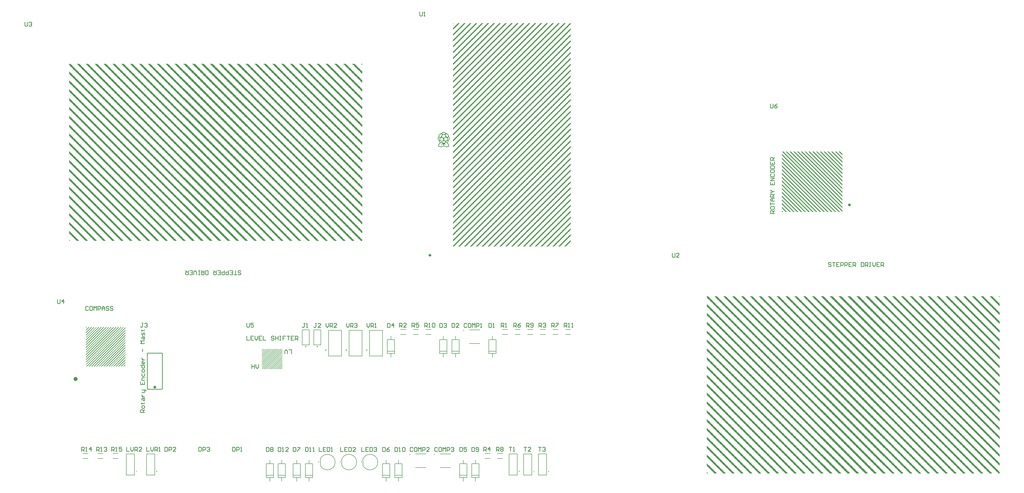
<source format=gto>
G04*
G04 #@! TF.GenerationSoftware,Altium Limited,Altium Designer,21.2.2 (38)*
G04*
G04 Layer_Color=65535*
%FSLAX43Y43*%
%MOMM*%
G71*
G04*
G04 #@! TF.SameCoordinates,F6177738-A101-420F-8975-3F4184574452*
G04*
G04*
G04 #@! TF.FilePolarity,Positive*
G04*
G01*
G75*
%ADD10C,0.200*%
%ADD11C,0.127*%
%ADD12C,0.762*%
%ADD13C,0.250*%
%ADD14C,0.508*%
%ADD15C,0.254*%
G36*
X166090Y194581D02*
X165968D01*
Y194459D01*
X165846D01*
Y194703D01*
X166090D01*
Y194581D01*
D02*
G37*
G36*
X168280D02*
X168159D01*
Y194459D01*
X168037D01*
Y194338D01*
X167915D01*
Y194216D01*
X167793D01*
Y194094D01*
X167672D01*
Y193972D01*
X167550D01*
Y193851D01*
X167428D01*
Y193729D01*
X167307D01*
Y193607D01*
X167185D01*
Y193486D01*
X167063D01*
Y193364D01*
X166941D01*
Y193242D01*
X166820D01*
Y193120D01*
X166698D01*
Y192999D01*
X166576D01*
Y192877D01*
X166455D01*
Y192755D01*
X166333D01*
Y192634D01*
X166211D01*
Y192512D01*
X166090D01*
Y192390D01*
X165968D01*
Y192268D01*
X165846D01*
Y192877D01*
X165968D01*
Y192999D01*
X166090D01*
Y193120D01*
X166211D01*
Y193242D01*
X166333D01*
Y193364D01*
X166455D01*
Y193486D01*
X166576D01*
Y193607D01*
X166698D01*
Y193729D01*
X166820D01*
Y193851D01*
X166941D01*
Y193972D01*
X167063D01*
Y194094D01*
X167185D01*
Y194216D01*
X167307D01*
Y194338D01*
X167428D01*
Y194459D01*
X167550D01*
Y194581D01*
X167672D01*
Y194703D01*
X168280D01*
Y194581D01*
D02*
G37*
G36*
X170471D02*
X170349D01*
Y194459D01*
X170228D01*
Y194338D01*
X170106D01*
Y194216D01*
X169984D01*
Y194094D01*
X169863D01*
Y193972D01*
X169741D01*
Y193851D01*
X169619D01*
Y193729D01*
X169497D01*
Y193607D01*
X169376D01*
Y193486D01*
X169254D01*
Y193364D01*
X169132D01*
Y193242D01*
X169011D01*
Y193120D01*
X168889D01*
Y192999D01*
X168767D01*
Y192877D01*
X168645D01*
Y192755D01*
X168524D01*
Y192634D01*
X168402D01*
Y192512D01*
X168280D01*
Y192390D01*
X168159D01*
Y192268D01*
X168037D01*
Y192147D01*
X167915D01*
Y192025D01*
X167793D01*
Y191903D01*
X167672D01*
Y191782D01*
X167550D01*
Y191660D01*
X167428D01*
Y191538D01*
X167307D01*
Y191417D01*
X167185D01*
Y191295D01*
X167063D01*
Y191173D01*
X166941D01*
Y191051D01*
X166820D01*
Y190930D01*
X166698D01*
Y190808D01*
X166576D01*
Y190686D01*
X166455D01*
Y190565D01*
X166333D01*
Y190443D01*
X166211D01*
Y190321D01*
X166090D01*
Y190199D01*
X165968D01*
Y190078D01*
X165846D01*
Y190686D01*
X165968D01*
Y190808D01*
X166090D01*
Y190930D01*
X166211D01*
Y191051D01*
X166333D01*
Y191173D01*
X166455D01*
Y191295D01*
X166576D01*
Y191417D01*
X166698D01*
Y191538D01*
X166820D01*
Y191660D01*
X166941D01*
Y191782D01*
X167063D01*
Y191903D01*
X167185D01*
Y192025D01*
X167307D01*
Y192147D01*
X167428D01*
Y192268D01*
X167550D01*
Y192390D01*
X167672D01*
Y192512D01*
X167793D01*
Y192634D01*
X167915D01*
Y192755D01*
X168037D01*
Y192877D01*
X168159D01*
Y192999D01*
X168280D01*
Y193120D01*
X168402D01*
Y193242D01*
X168524D01*
Y193364D01*
X168645D01*
Y193486D01*
X168767D01*
Y193607D01*
X168889D01*
Y193729D01*
X169011D01*
Y193851D01*
X169132D01*
Y193972D01*
X169254D01*
Y194094D01*
X169376D01*
Y194216D01*
X169497D01*
Y194338D01*
X169619D01*
Y194459D01*
X169741D01*
Y194581D01*
X169863D01*
Y194703D01*
X170471D01*
Y194581D01*
D02*
G37*
G36*
X172662D02*
X172540D01*
Y194459D01*
X172418D01*
Y194338D01*
X172297D01*
Y194216D01*
X172175D01*
Y194094D01*
X172053D01*
Y193972D01*
X171932D01*
Y193851D01*
X171810D01*
Y193729D01*
X171688D01*
Y193607D01*
X171566D01*
Y193486D01*
X171445D01*
Y193364D01*
X171323D01*
Y193242D01*
X171201D01*
Y193120D01*
X171080D01*
Y192999D01*
X170958D01*
Y192877D01*
X170836D01*
Y192755D01*
X170714D01*
Y192634D01*
X170593D01*
Y192512D01*
X170471D01*
Y192390D01*
X170349D01*
Y192268D01*
X170228D01*
Y192147D01*
X170106D01*
Y192025D01*
X169984D01*
Y191903D01*
X169863D01*
Y191782D01*
X169741D01*
Y191660D01*
X169619D01*
Y191538D01*
X169497D01*
Y191417D01*
X169376D01*
Y191295D01*
X169254D01*
Y191173D01*
X169132D01*
Y191051D01*
X169011D01*
Y190930D01*
X168889D01*
Y190808D01*
X168767D01*
Y190686D01*
X168645D01*
Y190565D01*
X168524D01*
Y190443D01*
X168402D01*
Y190321D01*
X168280D01*
Y190199D01*
X168159D01*
Y190078D01*
X168037D01*
Y189956D01*
X167915D01*
Y189834D01*
X167793D01*
Y189713D01*
X167672D01*
Y189591D01*
X167550D01*
Y189469D01*
X167428D01*
Y189347D01*
X167307D01*
Y189226D01*
X167185D01*
Y189104D01*
X167063D01*
Y188982D01*
X166941D01*
Y188861D01*
X166820D01*
Y188739D01*
X166698D01*
Y188617D01*
X166576D01*
Y188496D01*
X166455D01*
Y188374D01*
X166333D01*
Y188252D01*
X166211D01*
Y188130D01*
X166090D01*
Y188009D01*
X165968D01*
Y187887D01*
X165846D01*
Y188496D01*
X165968D01*
Y188617D01*
X166090D01*
Y188739D01*
X166211D01*
Y188861D01*
X166333D01*
Y188982D01*
X166455D01*
Y189104D01*
X166576D01*
Y189226D01*
X166698D01*
Y189347D01*
X166820D01*
Y189469D01*
X166941D01*
Y189591D01*
X167063D01*
Y189713D01*
X167185D01*
Y189834D01*
X167307D01*
Y189956D01*
X167428D01*
Y190078D01*
X167550D01*
Y190199D01*
X167672D01*
Y190321D01*
X167793D01*
Y190443D01*
X167915D01*
Y190565D01*
X168037D01*
Y190686D01*
X168159D01*
Y190808D01*
X168280D01*
Y190930D01*
X168402D01*
Y191051D01*
X168524D01*
Y191173D01*
X168645D01*
Y191295D01*
X168767D01*
Y191417D01*
X168889D01*
Y191538D01*
X169011D01*
Y191660D01*
X169132D01*
Y191782D01*
X169254D01*
Y191903D01*
X169376D01*
Y192025D01*
X169497D01*
Y192147D01*
X169619D01*
Y192268D01*
X169741D01*
Y192390D01*
X169863D01*
Y192512D01*
X169984D01*
Y192634D01*
X170106D01*
Y192755D01*
X170228D01*
Y192877D01*
X170349D01*
Y192999D01*
X170471D01*
Y193120D01*
X170593D01*
Y193242D01*
X170714D01*
Y193364D01*
X170836D01*
Y193486D01*
X170958D01*
Y193607D01*
X171080D01*
Y193729D01*
X171201D01*
Y193851D01*
X171323D01*
Y193972D01*
X171445D01*
Y194094D01*
X171566D01*
Y194216D01*
X171688D01*
Y194338D01*
X171810D01*
Y194459D01*
X171932D01*
Y194581D01*
X172053D01*
Y194703D01*
X172662D01*
Y194581D01*
D02*
G37*
G36*
X174853D02*
X174731D01*
Y194459D01*
X174609D01*
Y194338D01*
X174487D01*
Y194216D01*
X174366D01*
Y194094D01*
X174244D01*
Y193972D01*
X174122D01*
Y193851D01*
X174001D01*
Y193729D01*
X173879D01*
Y193607D01*
X173757D01*
Y193486D01*
X173635D01*
Y193364D01*
X173514D01*
Y193242D01*
X173392D01*
Y193120D01*
X173270D01*
Y192999D01*
X173149D01*
Y192877D01*
X173027D01*
Y192755D01*
X172905D01*
Y192634D01*
X172783D01*
Y192512D01*
X172662D01*
Y192390D01*
X172540D01*
Y192268D01*
X172418D01*
Y192147D01*
X172297D01*
Y192025D01*
X172175D01*
Y191903D01*
X172053D01*
Y191782D01*
X171932D01*
Y191660D01*
X171810D01*
Y191538D01*
X171688D01*
Y191417D01*
X171566D01*
Y191295D01*
X171445D01*
Y191173D01*
X171323D01*
Y191051D01*
X171201D01*
Y190930D01*
X171080D01*
Y190808D01*
X170958D01*
Y190686D01*
X170836D01*
Y190565D01*
X170714D01*
Y190443D01*
X170593D01*
Y190321D01*
X170471D01*
Y190199D01*
X170349D01*
Y190078D01*
X170228D01*
Y189956D01*
X170106D01*
Y189834D01*
X169984D01*
Y189713D01*
X169863D01*
Y189591D01*
X169741D01*
Y189469D01*
X169619D01*
Y189347D01*
X169497D01*
Y189226D01*
X169376D01*
Y189104D01*
X169254D01*
Y188982D01*
X169132D01*
Y188861D01*
X169011D01*
Y188739D01*
X168889D01*
Y188617D01*
X168767D01*
Y188496D01*
X168645D01*
Y188374D01*
X168524D01*
Y188252D01*
X168402D01*
Y188130D01*
X168280D01*
Y188009D01*
X168159D01*
Y187887D01*
X168037D01*
Y187765D01*
X167915D01*
Y187644D01*
X167793D01*
Y187522D01*
X167672D01*
Y187400D01*
X167550D01*
Y187278D01*
X167428D01*
Y187157D01*
X167307D01*
Y187035D01*
X167185D01*
Y186913D01*
X167063D01*
Y186792D01*
X166941D01*
Y186670D01*
X166820D01*
Y186548D01*
X166698D01*
Y186426D01*
X166576D01*
Y186305D01*
X166455D01*
Y186183D01*
X166333D01*
Y186061D01*
X166211D01*
Y185940D01*
X166090D01*
Y185818D01*
X165968D01*
Y185696D01*
X165846D01*
Y186305D01*
X165968D01*
Y186426D01*
X166090D01*
Y186548D01*
X166211D01*
Y186670D01*
X166333D01*
Y186792D01*
X166455D01*
Y186913D01*
X166576D01*
Y187035D01*
X166698D01*
Y187157D01*
X166820D01*
Y187278D01*
X166941D01*
Y187400D01*
X167063D01*
Y187522D01*
X167185D01*
Y187644D01*
X167307D01*
Y187765D01*
X167428D01*
Y187887D01*
X167550D01*
Y188009D01*
X167672D01*
Y188130D01*
X167793D01*
Y188252D01*
X167915D01*
Y188374D01*
X168037D01*
Y188496D01*
X168159D01*
Y188617D01*
X168280D01*
Y188739D01*
X168402D01*
Y188861D01*
X168524D01*
Y188982D01*
X168645D01*
Y189104D01*
X168767D01*
Y189226D01*
X168889D01*
Y189347D01*
X169011D01*
Y189469D01*
X169132D01*
Y189591D01*
X169254D01*
Y189713D01*
X169376D01*
Y189834D01*
X169497D01*
Y189956D01*
X169619D01*
Y190078D01*
X169741D01*
Y190199D01*
X169863D01*
Y190321D01*
X169984D01*
Y190443D01*
X170106D01*
Y190565D01*
X170228D01*
Y190686D01*
X170349D01*
Y190808D01*
X170471D01*
Y190930D01*
X170593D01*
Y191051D01*
X170714D01*
Y191173D01*
X170836D01*
Y191295D01*
X170958D01*
Y191417D01*
X171080D01*
Y191538D01*
X171201D01*
Y191660D01*
X171323D01*
Y191782D01*
X171445D01*
Y191903D01*
X171566D01*
Y192025D01*
X171688D01*
Y192147D01*
X171810D01*
Y192268D01*
X171932D01*
Y192390D01*
X172053D01*
Y192512D01*
X172175D01*
Y192634D01*
X172297D01*
Y192755D01*
X172418D01*
Y192877D01*
X172540D01*
Y192999D01*
X172662D01*
Y193120D01*
X172783D01*
Y193242D01*
X172905D01*
Y193364D01*
X173027D01*
Y193486D01*
X173149D01*
Y193607D01*
X173270D01*
Y193729D01*
X173392D01*
Y193851D01*
X173514D01*
Y193972D01*
X173635D01*
Y194094D01*
X173757D01*
Y194216D01*
X173879D01*
Y194338D01*
X174001D01*
Y194459D01*
X174122D01*
Y194581D01*
X174244D01*
Y194703D01*
X174853D01*
Y194581D01*
D02*
G37*
G36*
X177043D02*
X176922D01*
Y194459D01*
X176800D01*
Y194338D01*
X176678D01*
Y194216D01*
X176556D01*
Y194094D01*
X176435D01*
Y193972D01*
X176313D01*
Y193851D01*
X176191D01*
Y193729D01*
X176070D01*
Y193607D01*
X175948D01*
Y193486D01*
X175826D01*
Y193364D01*
X175704D01*
Y193242D01*
X175583D01*
Y193120D01*
X175461D01*
Y192999D01*
X175339D01*
Y192877D01*
X175218D01*
Y192755D01*
X175096D01*
Y192634D01*
X174974D01*
Y192512D01*
X174853D01*
Y192390D01*
X174731D01*
Y192268D01*
X174609D01*
Y192147D01*
X174487D01*
Y192025D01*
X174366D01*
Y191903D01*
X174244D01*
Y191782D01*
X174122D01*
Y191660D01*
X174001D01*
Y191538D01*
X173879D01*
Y191417D01*
X173757D01*
Y191295D01*
X173635D01*
Y191173D01*
X173514D01*
Y191051D01*
X173392D01*
Y190930D01*
X173270D01*
Y190808D01*
X173149D01*
Y190686D01*
X173027D01*
Y190565D01*
X172905D01*
Y190443D01*
X172783D01*
Y190321D01*
X172662D01*
Y190199D01*
X172540D01*
Y190078D01*
X172418D01*
Y189956D01*
X172297D01*
Y189834D01*
X172175D01*
Y189713D01*
X172053D01*
Y189591D01*
X171932D01*
Y189469D01*
X171810D01*
Y189347D01*
X171688D01*
Y189226D01*
X171566D01*
Y189104D01*
X171445D01*
Y188982D01*
X171323D01*
Y188861D01*
X171201D01*
Y188739D01*
X171080D01*
Y188617D01*
X170958D01*
Y188496D01*
X170836D01*
Y188374D01*
X170714D01*
Y188252D01*
X170593D01*
Y188130D01*
X170471D01*
Y188009D01*
X170349D01*
Y187887D01*
X170228D01*
Y187765D01*
X170106D01*
Y187644D01*
X169984D01*
Y187522D01*
X169863D01*
Y187400D01*
X169741D01*
Y187278D01*
X169619D01*
Y187157D01*
X169497D01*
Y187035D01*
X169376D01*
Y186913D01*
X169254D01*
Y186792D01*
X169132D01*
Y186670D01*
X169011D01*
Y186548D01*
X168889D01*
Y186426D01*
X168767D01*
Y186305D01*
X168645D01*
Y186183D01*
X168524D01*
Y186061D01*
X168402D01*
Y185940D01*
X168280D01*
Y185818D01*
X168159D01*
Y185696D01*
X168037D01*
Y185575D01*
X167915D01*
Y185453D01*
X167793D01*
Y185331D01*
X167672D01*
Y185209D01*
X167550D01*
Y185088D01*
X167428D01*
Y184966D01*
X167307D01*
Y184844D01*
X167185D01*
Y184723D01*
X167063D01*
Y184601D01*
X166941D01*
Y184479D01*
X166820D01*
Y184357D01*
X166698D01*
Y184236D01*
X166576D01*
Y184114D01*
X166455D01*
Y183992D01*
X166333D01*
Y183871D01*
X166211D01*
Y183749D01*
X166090D01*
Y183627D01*
X165968D01*
Y183505D01*
X165846D01*
Y184114D01*
X165968D01*
Y184236D01*
X166090D01*
Y184357D01*
X166211D01*
Y184479D01*
X166333D01*
Y184601D01*
X166455D01*
Y184723D01*
X166576D01*
Y184844D01*
X166698D01*
Y184966D01*
X166820D01*
Y185088D01*
X166941D01*
Y185209D01*
X167063D01*
Y185331D01*
X167185D01*
Y185453D01*
X167307D01*
Y185575D01*
X167428D01*
Y185696D01*
X167550D01*
Y185818D01*
X167672D01*
Y185940D01*
X167793D01*
Y186061D01*
X167915D01*
Y186183D01*
X168037D01*
Y186305D01*
X168159D01*
Y186426D01*
X168280D01*
Y186548D01*
X168402D01*
Y186670D01*
X168524D01*
Y186792D01*
X168645D01*
Y186913D01*
X168767D01*
Y187035D01*
X168889D01*
Y187157D01*
X169011D01*
Y187278D01*
X169132D01*
Y187400D01*
X169254D01*
Y187522D01*
X169376D01*
Y187644D01*
X169497D01*
Y187765D01*
X169619D01*
Y187887D01*
X169741D01*
Y188009D01*
X169863D01*
Y188130D01*
X169984D01*
Y188252D01*
X170106D01*
Y188374D01*
X170228D01*
Y188496D01*
X170349D01*
Y188617D01*
X170471D01*
Y188739D01*
X170593D01*
Y188861D01*
X170714D01*
Y188982D01*
X170836D01*
Y189104D01*
X170958D01*
Y189226D01*
X171080D01*
Y189347D01*
X171201D01*
Y189469D01*
X171323D01*
Y189591D01*
X171445D01*
Y189713D01*
X171566D01*
Y189834D01*
X171688D01*
Y189956D01*
X171810D01*
Y190078D01*
X171932D01*
Y190199D01*
X172053D01*
Y190321D01*
X172175D01*
Y190443D01*
X172297D01*
Y190565D01*
X172418D01*
Y190686D01*
X172540D01*
Y190808D01*
X172662D01*
Y190930D01*
X172783D01*
Y191051D01*
X172905D01*
Y191173D01*
X173027D01*
Y191295D01*
X173149D01*
Y191417D01*
X173270D01*
Y191538D01*
X173392D01*
Y191660D01*
X173514D01*
Y191782D01*
X173635D01*
Y191903D01*
X173757D01*
Y192025D01*
X173879D01*
Y192147D01*
X174001D01*
Y192268D01*
X174122D01*
Y192390D01*
X174244D01*
Y192512D01*
X174366D01*
Y192634D01*
X174487D01*
Y192755D01*
X174609D01*
Y192877D01*
X174731D01*
Y192999D01*
X174853D01*
Y193120D01*
X174974D01*
Y193242D01*
X175096D01*
Y193364D01*
X175218D01*
Y193486D01*
X175339D01*
Y193607D01*
X175461D01*
Y193729D01*
X175583D01*
Y193851D01*
X175704D01*
Y193972D01*
X175826D01*
Y194094D01*
X175948D01*
Y194216D01*
X176070D01*
Y194338D01*
X176191D01*
Y194459D01*
X176313D01*
Y194581D01*
X176435D01*
Y194703D01*
X177043D01*
Y194581D01*
D02*
G37*
G36*
X179234D02*
X179112D01*
Y194459D01*
X178991D01*
Y194338D01*
X178869D01*
Y194216D01*
X178747D01*
Y194094D01*
X178626D01*
Y193972D01*
X178504D01*
Y193851D01*
X178382D01*
Y193729D01*
X178260D01*
Y193607D01*
X178139D01*
Y193486D01*
X178017D01*
Y193364D01*
X177895D01*
Y193242D01*
X177774D01*
Y193120D01*
X177652D01*
Y192999D01*
X177530D01*
Y192877D01*
X177408D01*
Y192755D01*
X177287D01*
Y192634D01*
X177165D01*
Y192512D01*
X177043D01*
Y192390D01*
X176922D01*
Y192268D01*
X176800D01*
Y192147D01*
X176678D01*
Y192025D01*
X176556D01*
Y191903D01*
X176435D01*
Y191782D01*
X176313D01*
Y191660D01*
X176191D01*
Y191538D01*
X176070D01*
Y191417D01*
X175948D01*
Y191295D01*
X175826D01*
Y191173D01*
X175704D01*
Y191051D01*
X175583D01*
Y190930D01*
X175461D01*
Y190808D01*
X175339D01*
Y190686D01*
X175218D01*
Y190565D01*
X175096D01*
Y190443D01*
X174974D01*
Y190321D01*
X174853D01*
Y190199D01*
X174731D01*
Y190078D01*
X174609D01*
Y189956D01*
X174487D01*
Y189834D01*
X174366D01*
Y189713D01*
X174244D01*
Y189591D01*
X174122D01*
Y189469D01*
X174001D01*
Y189347D01*
X173879D01*
Y189226D01*
X173757D01*
Y189104D01*
X173635D01*
Y188982D01*
X173514D01*
Y188861D01*
X173392D01*
Y188739D01*
X173270D01*
Y188617D01*
X173149D01*
Y188496D01*
X173027D01*
Y188374D01*
X172905D01*
Y188252D01*
X172783D01*
Y188130D01*
X172662D01*
Y188009D01*
X172540D01*
Y187887D01*
X172418D01*
Y187765D01*
X172297D01*
Y187644D01*
X172175D01*
Y187522D01*
X172053D01*
Y187400D01*
X171932D01*
Y187278D01*
X171810D01*
Y187157D01*
X171688D01*
Y187035D01*
X171566D01*
Y186913D01*
X171445D01*
Y186792D01*
X171323D01*
Y186670D01*
X171201D01*
Y186548D01*
X171080D01*
Y186426D01*
X170958D01*
Y186305D01*
X170836D01*
Y186183D01*
X170714D01*
Y186061D01*
X170593D01*
Y185940D01*
X170471D01*
Y185818D01*
X170349D01*
Y185696D01*
X170228D01*
Y185575D01*
X170106D01*
Y185453D01*
X169984D01*
Y185331D01*
X169863D01*
Y185209D01*
X169741D01*
Y185088D01*
X169619D01*
Y184966D01*
X169497D01*
Y184844D01*
X169376D01*
Y184723D01*
X169254D01*
Y184601D01*
X169132D01*
Y184479D01*
X169011D01*
Y184357D01*
X168889D01*
Y184236D01*
X168767D01*
Y184114D01*
X168645D01*
Y183992D01*
X168524D01*
Y183871D01*
X168402D01*
Y183749D01*
X168280D01*
Y183627D01*
X168159D01*
Y183505D01*
X168037D01*
Y183384D01*
X167915D01*
Y183262D01*
X167793D01*
Y183140D01*
X167672D01*
Y183019D01*
X167550D01*
Y182897D01*
X167428D01*
Y182775D01*
X167307D01*
Y182654D01*
X167185D01*
Y182532D01*
X167063D01*
Y182410D01*
X166941D01*
Y182288D01*
X166820D01*
Y182167D01*
X166698D01*
Y182045D01*
X166576D01*
Y181923D01*
X166455D01*
Y181802D01*
X166333D01*
Y181680D01*
X166211D01*
Y181558D01*
X166090D01*
Y181436D01*
X165968D01*
Y181315D01*
X165846D01*
Y181923D01*
X165968D01*
Y182045D01*
X166090D01*
Y182167D01*
X166211D01*
Y182288D01*
X166333D01*
Y182410D01*
X166455D01*
Y182532D01*
X166576D01*
Y182654D01*
X166698D01*
Y182775D01*
X166820D01*
Y182897D01*
X166941D01*
Y183019D01*
X167063D01*
Y183140D01*
X167185D01*
Y183262D01*
X167307D01*
Y183384D01*
X167428D01*
Y183505D01*
X167550D01*
Y183627D01*
X167672D01*
Y183749D01*
X167793D01*
Y183871D01*
X167915D01*
Y183992D01*
X168037D01*
Y184114D01*
X168159D01*
Y184236D01*
X168280D01*
Y184357D01*
X168402D01*
Y184479D01*
X168524D01*
Y184601D01*
X168645D01*
Y184723D01*
X168767D01*
Y184844D01*
X168889D01*
Y184966D01*
X169011D01*
Y185088D01*
X169132D01*
Y185209D01*
X169254D01*
Y185331D01*
X169376D01*
Y185453D01*
X169497D01*
Y185575D01*
X169619D01*
Y185696D01*
X169741D01*
Y185818D01*
X169863D01*
Y185940D01*
X169984D01*
Y186061D01*
X170106D01*
Y186183D01*
X170228D01*
Y186305D01*
X170349D01*
Y186426D01*
X170471D01*
Y186548D01*
X170593D01*
Y186670D01*
X170714D01*
Y186792D01*
X170836D01*
Y186913D01*
X170958D01*
Y187035D01*
X171080D01*
Y187157D01*
X171201D01*
Y187278D01*
X171323D01*
Y187400D01*
X171445D01*
Y187522D01*
X171566D01*
Y187644D01*
X171688D01*
Y187765D01*
X171810D01*
Y187887D01*
X171932D01*
Y188009D01*
X172053D01*
Y188130D01*
X172175D01*
Y188252D01*
X172297D01*
Y188374D01*
X172418D01*
Y188496D01*
X172540D01*
Y188617D01*
X172662D01*
Y188739D01*
X172783D01*
Y188861D01*
X172905D01*
Y188982D01*
X173027D01*
Y189104D01*
X173149D01*
Y189226D01*
X173270D01*
Y189347D01*
X173392D01*
Y189469D01*
X173514D01*
Y189591D01*
X173635D01*
Y189713D01*
X173757D01*
Y189834D01*
X173879D01*
Y189956D01*
X174001D01*
Y190078D01*
X174122D01*
Y190199D01*
X174244D01*
Y190321D01*
X174366D01*
Y190443D01*
X174487D01*
Y190565D01*
X174609D01*
Y190686D01*
X174731D01*
Y190808D01*
X174853D01*
Y190930D01*
X174974D01*
Y191051D01*
X175096D01*
Y191173D01*
X175218D01*
Y191295D01*
X175339D01*
Y191417D01*
X175461D01*
Y191538D01*
X175583D01*
Y191660D01*
X175704D01*
Y191782D01*
X175826D01*
Y191903D01*
X175948D01*
Y192025D01*
X176070D01*
Y192147D01*
X176191D01*
Y192268D01*
X176313D01*
Y192390D01*
X176435D01*
Y192512D01*
X176556D01*
Y192634D01*
X176678D01*
Y192755D01*
X176800D01*
Y192877D01*
X176922D01*
Y192999D01*
X177043D01*
Y193120D01*
X177165D01*
Y193242D01*
X177287D01*
Y193364D01*
X177408D01*
Y193486D01*
X177530D01*
Y193607D01*
X177652D01*
Y193729D01*
X177774D01*
Y193851D01*
X177895D01*
Y193972D01*
X178017D01*
Y194094D01*
X178139D01*
Y194216D01*
X178260D01*
Y194338D01*
X178382D01*
Y194459D01*
X178504D01*
Y194581D01*
X178626D01*
Y194703D01*
X179234D01*
Y194581D01*
D02*
G37*
G36*
X132029Y179189D02*
X131846D01*
Y179373D01*
X131663D01*
Y179556D01*
X132029D01*
Y179189D01*
D02*
G37*
G36*
X181425Y194581D02*
X181303D01*
Y194459D01*
X181181D01*
Y194338D01*
X181060D01*
Y194216D01*
X180938D01*
Y194094D01*
X180816D01*
Y193972D01*
X180695D01*
Y193851D01*
X180573D01*
Y193729D01*
X180451D01*
Y193607D01*
X180329D01*
Y193486D01*
X180208D01*
Y193364D01*
X180086D01*
Y193242D01*
X179964D01*
Y193120D01*
X179843D01*
Y192999D01*
X179721D01*
Y192877D01*
X179599D01*
Y192755D01*
X179477D01*
Y192634D01*
X179356D01*
Y192512D01*
X179234D01*
Y192390D01*
X179112D01*
Y192268D01*
X178991D01*
Y192147D01*
X178869D01*
Y192025D01*
X178747D01*
Y191903D01*
X178626D01*
Y191782D01*
X178504D01*
Y191660D01*
X178382D01*
Y191538D01*
X178260D01*
Y191417D01*
X178139D01*
Y191295D01*
X178017D01*
Y191173D01*
X177895D01*
Y191051D01*
X177774D01*
Y190930D01*
X177652D01*
Y190808D01*
X177530D01*
Y190686D01*
X177408D01*
Y190565D01*
X177287D01*
Y190443D01*
X177165D01*
Y190321D01*
X177043D01*
Y190199D01*
X176922D01*
Y190078D01*
X176800D01*
Y189956D01*
X176678D01*
Y189834D01*
X176556D01*
Y189713D01*
X176435D01*
Y189591D01*
X176313D01*
Y189469D01*
X176191D01*
Y189347D01*
X176070D01*
Y189226D01*
X175948D01*
Y189104D01*
X175826D01*
Y188982D01*
X175704D01*
Y188861D01*
X175583D01*
Y188739D01*
X175461D01*
Y188617D01*
X175339D01*
Y188496D01*
X175218D01*
Y188374D01*
X175096D01*
Y188252D01*
X174974D01*
Y188130D01*
X174853D01*
Y188009D01*
X174731D01*
Y187887D01*
X174609D01*
Y187765D01*
X174487D01*
Y187644D01*
X174366D01*
Y187522D01*
X174244D01*
Y187400D01*
X174122D01*
Y187278D01*
X174001D01*
Y187157D01*
X173879D01*
Y187035D01*
X173757D01*
Y186913D01*
X173635D01*
Y186792D01*
X173514D01*
Y186670D01*
X173392D01*
Y186548D01*
X173270D01*
Y186426D01*
X173149D01*
Y186305D01*
X173027D01*
Y186183D01*
X172905D01*
Y186061D01*
X172783D01*
Y185940D01*
X172662D01*
Y185818D01*
X172540D01*
Y185696D01*
X172418D01*
Y185575D01*
X172297D01*
Y185453D01*
X172175D01*
Y185331D01*
X172053D01*
Y185209D01*
X171932D01*
Y185088D01*
X171810D01*
Y184966D01*
X171688D01*
Y184844D01*
X171566D01*
Y184723D01*
X171445D01*
Y184601D01*
X171323D01*
Y184479D01*
X171201D01*
Y184357D01*
X171080D01*
Y184236D01*
X170958D01*
Y184114D01*
X170836D01*
Y183992D01*
X170714D01*
Y183871D01*
X170593D01*
Y183749D01*
X170471D01*
Y183627D01*
X170349D01*
Y183505D01*
X170228D01*
Y183384D01*
X170106D01*
Y183262D01*
X169984D01*
Y183140D01*
X169863D01*
Y183019D01*
X169741D01*
Y182897D01*
X169619D01*
Y182775D01*
X169497D01*
Y182654D01*
X169376D01*
Y182532D01*
X169254D01*
Y182410D01*
X169132D01*
Y182288D01*
X169011D01*
Y182167D01*
X168889D01*
Y182045D01*
X168767D01*
Y181923D01*
X168645D01*
Y181802D01*
X168524D01*
Y181680D01*
X168402D01*
Y181558D01*
X168280D01*
Y181436D01*
X168159D01*
Y181315D01*
X168037D01*
Y181193D01*
X167915D01*
Y181071D01*
X167793D01*
Y180950D01*
X167672D01*
Y180828D01*
X167550D01*
Y180706D01*
X167428D01*
Y180584D01*
X167307D01*
Y180463D01*
X167185D01*
Y180341D01*
X167063D01*
Y180219D01*
X166941D01*
Y180098D01*
X166820D01*
Y179976D01*
X166698D01*
Y179854D01*
X166576D01*
Y179733D01*
X166455D01*
Y179611D01*
X166333D01*
Y179489D01*
X166211D01*
Y179367D01*
X166090D01*
Y179246D01*
X165968D01*
Y179124D01*
X165846D01*
Y179733D01*
X165968D01*
Y179854D01*
X166090D01*
Y179976D01*
X166211D01*
Y180098D01*
X166333D01*
Y180219D01*
X166455D01*
Y180341D01*
X166576D01*
Y180463D01*
X166698D01*
Y180584D01*
X166820D01*
Y180706D01*
X166941D01*
Y180828D01*
X167063D01*
Y180950D01*
X167185D01*
Y181071D01*
X167307D01*
Y181193D01*
X167428D01*
Y181315D01*
X167550D01*
Y181436D01*
X167672D01*
Y181558D01*
X167793D01*
Y181680D01*
X167915D01*
Y181802D01*
X168037D01*
Y181923D01*
X168159D01*
Y182045D01*
X168280D01*
Y182167D01*
X168402D01*
Y182288D01*
X168524D01*
Y182410D01*
X168645D01*
Y182532D01*
X168767D01*
Y182654D01*
X168889D01*
Y182775D01*
X169011D01*
Y182897D01*
X169132D01*
Y183019D01*
X169254D01*
Y183140D01*
X169376D01*
Y183262D01*
X169497D01*
Y183384D01*
X169619D01*
Y183505D01*
X169741D01*
Y183627D01*
X169863D01*
Y183749D01*
X169984D01*
Y183871D01*
X170106D01*
Y183992D01*
X170228D01*
Y184114D01*
X170349D01*
Y184236D01*
X170471D01*
Y184357D01*
X170593D01*
Y184479D01*
X170714D01*
Y184601D01*
X170836D01*
Y184723D01*
X170958D01*
Y184844D01*
X171080D01*
Y184966D01*
X171201D01*
Y185088D01*
X171323D01*
Y185209D01*
X171445D01*
Y185331D01*
X171566D01*
Y185453D01*
X171688D01*
Y185575D01*
X171810D01*
Y185696D01*
X171932D01*
Y185818D01*
X172053D01*
Y185940D01*
X172175D01*
Y186061D01*
X172297D01*
Y186183D01*
X172418D01*
Y186305D01*
X172540D01*
Y186426D01*
X172662D01*
Y186548D01*
X172783D01*
Y186670D01*
X172905D01*
Y186792D01*
X173027D01*
Y186913D01*
X173149D01*
Y187035D01*
X173270D01*
Y187157D01*
X173392D01*
Y187278D01*
X173514D01*
Y187400D01*
X173635D01*
Y187522D01*
X173757D01*
Y187644D01*
X173879D01*
Y187765D01*
X174001D01*
Y187887D01*
X174122D01*
Y188009D01*
X174244D01*
Y188130D01*
X174366D01*
Y188252D01*
X174487D01*
Y188374D01*
X174609D01*
Y188496D01*
X174731D01*
Y188617D01*
X174853D01*
Y188739D01*
X174974D01*
Y188861D01*
X175096D01*
Y188982D01*
X175218D01*
Y189104D01*
X175339D01*
Y189226D01*
X175461D01*
Y189347D01*
X175583D01*
Y189469D01*
X175704D01*
Y189591D01*
X175826D01*
Y189713D01*
X175948D01*
Y189834D01*
X176070D01*
Y189956D01*
X176191D01*
Y190078D01*
X176313D01*
Y190199D01*
X176435D01*
Y190321D01*
X176556D01*
Y190443D01*
X176678D01*
Y190565D01*
X176800D01*
Y190686D01*
X176922D01*
Y190808D01*
X177043D01*
Y190930D01*
X177165D01*
Y191051D01*
X177287D01*
Y191173D01*
X177408D01*
Y191295D01*
X177530D01*
Y191417D01*
X177652D01*
Y191538D01*
X177774D01*
Y191660D01*
X177895D01*
Y191782D01*
X178017D01*
Y191903D01*
X178139D01*
Y192025D01*
X178260D01*
Y192147D01*
X178382D01*
Y192268D01*
X178504D01*
Y192390D01*
X178626D01*
Y192512D01*
X178747D01*
Y192634D01*
X178869D01*
Y192755D01*
X178991D01*
Y192877D01*
X179112D01*
Y192999D01*
X179234D01*
Y193120D01*
X179356D01*
Y193242D01*
X179477D01*
Y193364D01*
X179599D01*
Y193486D01*
X179721D01*
Y193607D01*
X179843D01*
Y193729D01*
X179964D01*
Y193851D01*
X180086D01*
Y193972D01*
X180208D01*
Y194094D01*
X180329D01*
Y194216D01*
X180451D01*
Y194338D01*
X180573D01*
Y194459D01*
X180695D01*
Y194581D01*
X180816D01*
Y194703D01*
X181425D01*
Y194581D01*
D02*
G37*
G36*
X183616D02*
X183494D01*
Y194459D01*
X183372D01*
Y194338D01*
X183250D01*
Y194216D01*
X183129D01*
Y194094D01*
X183007D01*
Y193972D01*
X182885D01*
Y193851D01*
X182764D01*
Y193729D01*
X182642D01*
Y193607D01*
X182520D01*
Y193486D01*
X182398D01*
Y193364D01*
X182277D01*
Y193242D01*
X182155D01*
Y193120D01*
X182033D01*
Y192999D01*
X181912D01*
Y192877D01*
X181790D01*
Y192755D01*
X181668D01*
Y192634D01*
X181546D01*
Y192512D01*
X181425D01*
Y192390D01*
X181303D01*
Y192268D01*
X181181D01*
Y192147D01*
X181060D01*
Y192025D01*
X180938D01*
Y191903D01*
X180816D01*
Y191782D01*
X180695D01*
Y191660D01*
X180573D01*
Y191538D01*
X180451D01*
Y191417D01*
X180329D01*
Y191295D01*
X180208D01*
Y191173D01*
X180086D01*
Y191051D01*
X179964D01*
Y190930D01*
X179843D01*
Y190808D01*
X179721D01*
Y190686D01*
X179599D01*
Y190565D01*
X179477D01*
Y190443D01*
X179356D01*
Y190321D01*
X179234D01*
Y190199D01*
X179112D01*
Y190078D01*
X178991D01*
Y189956D01*
X178869D01*
Y189834D01*
X178747D01*
Y189713D01*
X178626D01*
Y189591D01*
X178504D01*
Y189469D01*
X178382D01*
Y189347D01*
X178260D01*
Y189226D01*
X178139D01*
Y189104D01*
X178017D01*
Y188982D01*
X177895D01*
Y188861D01*
X177774D01*
Y188739D01*
X177652D01*
Y188617D01*
X177530D01*
Y188496D01*
X177408D01*
Y188374D01*
X177287D01*
Y188252D01*
X177165D01*
Y188130D01*
X177043D01*
Y188009D01*
X176922D01*
Y187887D01*
X176800D01*
Y187765D01*
X176678D01*
Y187644D01*
X176556D01*
Y187522D01*
X176435D01*
Y187400D01*
X176313D01*
Y187278D01*
X176191D01*
Y187157D01*
X176070D01*
Y187035D01*
X175948D01*
Y186913D01*
X175826D01*
Y186792D01*
X175704D01*
Y186670D01*
X175583D01*
Y186548D01*
X175461D01*
Y186426D01*
X175339D01*
Y186305D01*
X175218D01*
Y186183D01*
X175096D01*
Y186061D01*
X174974D01*
Y185940D01*
X174853D01*
Y185818D01*
X174731D01*
Y185696D01*
X174609D01*
Y185575D01*
X174487D01*
Y185453D01*
X174366D01*
Y185331D01*
X174244D01*
Y185209D01*
X174122D01*
Y185088D01*
X174001D01*
Y184966D01*
X173879D01*
Y184844D01*
X173757D01*
Y184723D01*
X173635D01*
Y184601D01*
X173514D01*
Y184479D01*
X173392D01*
Y184357D01*
X173270D01*
Y184236D01*
X173149D01*
Y184114D01*
X173027D01*
Y183992D01*
X172905D01*
Y183871D01*
X172783D01*
Y183749D01*
X172662D01*
Y183627D01*
X172540D01*
Y183505D01*
X172418D01*
Y183384D01*
X172297D01*
Y183262D01*
X172175D01*
Y183140D01*
X172053D01*
Y183019D01*
X171932D01*
Y182897D01*
X171810D01*
Y182775D01*
X171688D01*
Y182654D01*
X171566D01*
Y182532D01*
X171445D01*
Y182410D01*
X171323D01*
Y182288D01*
X171201D01*
Y182167D01*
X171080D01*
Y182045D01*
X170958D01*
Y181923D01*
X170836D01*
Y181802D01*
X170714D01*
Y181680D01*
X170593D01*
Y181558D01*
X170471D01*
Y181436D01*
X170349D01*
Y181315D01*
X170228D01*
Y181193D01*
X170106D01*
Y181071D01*
X169984D01*
Y180950D01*
X169863D01*
Y180828D01*
X169741D01*
Y180706D01*
X169619D01*
Y180584D01*
X169497D01*
Y180463D01*
X169376D01*
Y180341D01*
X169254D01*
Y180219D01*
X169132D01*
Y180098D01*
X169011D01*
Y179976D01*
X168889D01*
Y179854D01*
X168767D01*
Y179733D01*
X168645D01*
Y179611D01*
X168524D01*
Y179489D01*
X168402D01*
Y179367D01*
X168280D01*
Y179246D01*
X168159D01*
Y179124D01*
X168037D01*
Y179002D01*
X167915D01*
Y178881D01*
X167793D01*
Y178759D01*
X167672D01*
Y178637D01*
X167550D01*
Y178515D01*
X167428D01*
Y178394D01*
X167307D01*
Y178272D01*
X167185D01*
Y178150D01*
X167063D01*
Y178029D01*
X166941D01*
Y177907D01*
X166820D01*
Y177785D01*
X166698D01*
Y177663D01*
X166576D01*
Y177542D01*
X166455D01*
Y177420D01*
X166333D01*
Y177298D01*
X166211D01*
Y177177D01*
X166090D01*
Y177055D01*
X165968D01*
Y176933D01*
X165846D01*
Y177542D01*
X165968D01*
Y177663D01*
X166090D01*
Y177785D01*
X166211D01*
Y177907D01*
X166333D01*
Y178029D01*
X166455D01*
Y178150D01*
X166576D01*
Y178272D01*
X166698D01*
Y178394D01*
X166820D01*
Y178515D01*
X166941D01*
Y178637D01*
X167063D01*
Y178759D01*
X167185D01*
Y178881D01*
X167307D01*
Y179002D01*
X167428D01*
Y179124D01*
X167550D01*
Y179246D01*
X167672D01*
Y179367D01*
X167793D01*
Y179489D01*
X167915D01*
Y179611D01*
X168037D01*
Y179733D01*
X168159D01*
Y179854D01*
X168280D01*
Y179976D01*
X168402D01*
Y180098D01*
X168524D01*
Y180219D01*
X168645D01*
Y180341D01*
X168767D01*
Y180463D01*
X168889D01*
Y180584D01*
X169011D01*
Y180706D01*
X169132D01*
Y180828D01*
X169254D01*
Y180950D01*
X169376D01*
Y181071D01*
X169497D01*
Y181193D01*
X169619D01*
Y181315D01*
X169741D01*
Y181436D01*
X169863D01*
Y181558D01*
X169984D01*
Y181680D01*
X170106D01*
Y181802D01*
X170228D01*
Y181923D01*
X170349D01*
Y182045D01*
X170471D01*
Y182167D01*
X170593D01*
Y182288D01*
X170714D01*
Y182410D01*
X170836D01*
Y182532D01*
X170958D01*
Y182654D01*
X171080D01*
Y182775D01*
X171201D01*
Y182897D01*
X171323D01*
Y183019D01*
X171445D01*
Y183140D01*
X171566D01*
Y183262D01*
X171688D01*
Y183384D01*
X171810D01*
Y183505D01*
X171932D01*
Y183627D01*
X172053D01*
Y183749D01*
X172175D01*
Y183871D01*
X172297D01*
Y183992D01*
X172418D01*
Y184114D01*
X172540D01*
Y184236D01*
X172662D01*
Y184357D01*
X172783D01*
Y184479D01*
X172905D01*
Y184601D01*
X173027D01*
Y184723D01*
X173149D01*
Y184844D01*
X173270D01*
Y184966D01*
X173392D01*
Y185088D01*
X173514D01*
Y185209D01*
X173635D01*
Y185331D01*
X173757D01*
Y185453D01*
X173879D01*
Y185575D01*
X174001D01*
Y185696D01*
X174122D01*
Y185818D01*
X174244D01*
Y185940D01*
X174366D01*
Y186061D01*
X174487D01*
Y186183D01*
X174609D01*
Y186305D01*
X174731D01*
Y186426D01*
X174853D01*
Y186548D01*
X174974D01*
Y186670D01*
X175096D01*
Y186792D01*
X175218D01*
Y186913D01*
X175339D01*
Y187035D01*
X175461D01*
Y187157D01*
X175583D01*
Y187278D01*
X175704D01*
Y187400D01*
X175826D01*
Y187522D01*
X175948D01*
Y187644D01*
X176070D01*
Y187765D01*
X176191D01*
Y187887D01*
X176313D01*
Y188009D01*
X176435D01*
Y188130D01*
X176556D01*
Y188252D01*
X176678D01*
Y188374D01*
X176800D01*
Y188496D01*
X176922D01*
Y188617D01*
X177043D01*
Y188739D01*
X177165D01*
Y188861D01*
X177287D01*
Y188982D01*
X177408D01*
Y189104D01*
X177530D01*
Y189226D01*
X177652D01*
Y189347D01*
X177774D01*
Y189469D01*
X177895D01*
Y189591D01*
X178017D01*
Y189713D01*
X178139D01*
Y189834D01*
X178260D01*
Y189956D01*
X178382D01*
Y190078D01*
X178504D01*
Y190199D01*
X178626D01*
Y190321D01*
X178747D01*
Y190443D01*
X178869D01*
Y190565D01*
X178991D01*
Y190686D01*
X179112D01*
Y190808D01*
X179234D01*
Y190930D01*
X179356D01*
Y191051D01*
X179477D01*
Y191173D01*
X179599D01*
Y191295D01*
X179721D01*
Y191417D01*
X179843D01*
Y191538D01*
X179964D01*
Y191660D01*
X180086D01*
Y191782D01*
X180208D01*
Y191903D01*
X180329D01*
Y192025D01*
X180451D01*
Y192147D01*
X180573D01*
Y192268D01*
X180695D01*
Y192390D01*
X180816D01*
Y192512D01*
X180938D01*
Y192634D01*
X181060D01*
Y192755D01*
X181181D01*
Y192877D01*
X181303D01*
Y192999D01*
X181425D01*
Y193120D01*
X181546D01*
Y193242D01*
X181668D01*
Y193364D01*
X181790D01*
Y193486D01*
X181912D01*
Y193607D01*
X182033D01*
Y193729D01*
X182155D01*
Y193851D01*
X182277D01*
Y193972D01*
X182398D01*
Y194094D01*
X182520D01*
Y194216D01*
X182642D01*
Y194338D01*
X182764D01*
Y194459D01*
X182885D01*
Y194581D01*
X183007D01*
Y194703D01*
X183616D01*
Y194581D01*
D02*
G37*
G36*
X129279Y179373D02*
X129462D01*
Y179189D01*
X129646D01*
Y179006D01*
X129829D01*
Y178822D01*
X130012D01*
Y178639D01*
X130196D01*
Y178456D01*
X130379D01*
Y178272D01*
X130562D01*
Y178089D01*
X130746D01*
Y177906D01*
X130929D01*
Y177722D01*
X131113D01*
Y177539D01*
X131296D01*
Y177355D01*
X131479D01*
Y177172D01*
X131663D01*
Y176989D01*
X131846D01*
Y176805D01*
X132029D01*
Y175888D01*
X131846D01*
Y176072D01*
X131663D01*
Y176255D01*
X131479D01*
Y176439D01*
X131296D01*
Y176622D01*
X131113D01*
Y176805D01*
X130929D01*
Y176989D01*
X130746D01*
Y177172D01*
X130562D01*
Y177355D01*
X130379D01*
Y177539D01*
X130196D01*
Y177722D01*
X130012D01*
Y177906D01*
X129829D01*
Y178089D01*
X129646D01*
Y178272D01*
X129462D01*
Y178456D01*
X129279D01*
Y178639D01*
X129095D01*
Y178822D01*
X128912D01*
Y179006D01*
X128729D01*
Y179189D01*
X128545D01*
Y179373D01*
X128362D01*
Y179556D01*
X129279D01*
Y179373D01*
D02*
G37*
G36*
X185806Y194581D02*
X185685D01*
Y194459D01*
X185563D01*
Y194338D01*
X185441D01*
Y194216D01*
X185319D01*
Y194094D01*
X185198D01*
Y193972D01*
X185076D01*
Y193851D01*
X184954D01*
Y193729D01*
X184833D01*
Y193607D01*
X184711D01*
Y193486D01*
X184589D01*
Y193364D01*
X184467D01*
Y193242D01*
X184346D01*
Y193120D01*
X184224D01*
Y192999D01*
X184102D01*
Y192877D01*
X183981D01*
Y192755D01*
X183859D01*
Y192634D01*
X183737D01*
Y192512D01*
X183616D01*
Y192390D01*
X183494D01*
Y192268D01*
X183372D01*
Y192147D01*
X183250D01*
Y192025D01*
X183129D01*
Y191903D01*
X183007D01*
Y191782D01*
X182885D01*
Y191660D01*
X182764D01*
Y191538D01*
X182642D01*
Y191417D01*
X182520D01*
Y191295D01*
X182398D01*
Y191173D01*
X182277D01*
Y191051D01*
X182155D01*
Y190930D01*
X182033D01*
Y190808D01*
X181912D01*
Y190686D01*
X181790D01*
Y190565D01*
X181668D01*
Y190443D01*
X181546D01*
Y190321D01*
X181425D01*
Y190199D01*
X181303D01*
Y190078D01*
X181181D01*
Y189956D01*
X181060D01*
Y189834D01*
X180938D01*
Y189713D01*
X180816D01*
Y189591D01*
X180695D01*
Y189469D01*
X180573D01*
Y189347D01*
X180451D01*
Y189226D01*
X180329D01*
Y189104D01*
X180208D01*
Y188982D01*
X180086D01*
Y188861D01*
X179964D01*
Y188739D01*
X179843D01*
Y188617D01*
X179721D01*
Y188496D01*
X179599D01*
Y188374D01*
X179477D01*
Y188252D01*
X179356D01*
Y188130D01*
X179234D01*
Y188009D01*
X179112D01*
Y187887D01*
X178991D01*
Y187765D01*
X178869D01*
Y187644D01*
X178747D01*
Y187522D01*
X178626D01*
Y187400D01*
X178504D01*
Y187278D01*
X178382D01*
Y187157D01*
X178260D01*
Y187035D01*
X178139D01*
Y186913D01*
X178017D01*
Y186792D01*
X177895D01*
Y186670D01*
X177774D01*
Y186548D01*
X177652D01*
Y186426D01*
X177530D01*
Y186305D01*
X177408D01*
Y186183D01*
X177287D01*
Y186061D01*
X177165D01*
Y185940D01*
X177043D01*
Y185818D01*
X176922D01*
Y185696D01*
X176800D01*
Y185575D01*
X176678D01*
Y185453D01*
X176556D01*
Y185331D01*
X176435D01*
Y185209D01*
X176313D01*
Y185088D01*
X176191D01*
Y184966D01*
X176070D01*
Y184844D01*
X175948D01*
Y184723D01*
X175826D01*
Y184601D01*
X175704D01*
Y184479D01*
X175583D01*
Y184357D01*
X175461D01*
Y184236D01*
X175339D01*
Y184114D01*
X175218D01*
Y183992D01*
X175096D01*
Y183871D01*
X174974D01*
Y183749D01*
X174853D01*
Y183627D01*
X174731D01*
Y183505D01*
X174609D01*
Y183384D01*
X174487D01*
Y183262D01*
X174366D01*
Y183140D01*
X174244D01*
Y183019D01*
X174122D01*
Y182897D01*
X174001D01*
Y182775D01*
X173879D01*
Y182654D01*
X173757D01*
Y182532D01*
X173635D01*
Y182410D01*
X173514D01*
Y182288D01*
X173392D01*
Y182167D01*
X173270D01*
Y182045D01*
X173149D01*
Y181923D01*
X173027D01*
Y181802D01*
X172905D01*
Y181680D01*
X172783D01*
Y181558D01*
X172662D01*
Y181436D01*
X172540D01*
Y181315D01*
X172418D01*
Y181193D01*
X172297D01*
Y181071D01*
X172175D01*
Y180950D01*
X172053D01*
Y180828D01*
X171932D01*
Y180706D01*
X171810D01*
Y180584D01*
X171688D01*
Y180463D01*
X171566D01*
Y180341D01*
X171445D01*
Y180219D01*
X171323D01*
Y180098D01*
X171201D01*
Y179976D01*
X171080D01*
Y179854D01*
X170958D01*
Y179733D01*
X170836D01*
Y179611D01*
X170714D01*
Y179489D01*
X170593D01*
Y179367D01*
X170471D01*
Y179246D01*
X170349D01*
Y179124D01*
X170228D01*
Y179002D01*
X170106D01*
Y178881D01*
X169984D01*
Y178759D01*
X169863D01*
Y178637D01*
X169741D01*
Y178515D01*
X169619D01*
Y178394D01*
X169497D01*
Y178272D01*
X169376D01*
Y178150D01*
X169254D01*
Y178029D01*
X169132D01*
Y177907D01*
X169011D01*
Y177785D01*
X168889D01*
Y177663D01*
X168767D01*
Y177542D01*
X168645D01*
Y177420D01*
X168524D01*
Y177298D01*
X168402D01*
Y177177D01*
X168280D01*
Y177055D01*
X168159D01*
Y176933D01*
X168037D01*
Y176812D01*
X167915D01*
Y176690D01*
X167793D01*
Y176568D01*
X167672D01*
Y176446D01*
X167550D01*
Y176325D01*
X167428D01*
Y176203D01*
X167307D01*
Y176081D01*
X167185D01*
Y175960D01*
X167063D01*
Y175838D01*
X166941D01*
Y175716D01*
X166820D01*
Y175594D01*
X166698D01*
Y175473D01*
X166576D01*
Y175351D01*
X166455D01*
Y175229D01*
X166333D01*
Y175108D01*
X166211D01*
Y174986D01*
X166090D01*
Y174864D01*
X165968D01*
Y174742D01*
X165846D01*
Y175351D01*
X165968D01*
Y175473D01*
X166090D01*
Y175594D01*
X166211D01*
Y175716D01*
X166333D01*
Y175838D01*
X166455D01*
Y175960D01*
X166576D01*
Y176081D01*
X166698D01*
Y176203D01*
X166820D01*
Y176325D01*
X166941D01*
Y176446D01*
X167063D01*
Y176568D01*
X167185D01*
Y176690D01*
X167307D01*
Y176812D01*
X167428D01*
Y176933D01*
X167550D01*
Y177055D01*
X167672D01*
Y177177D01*
X167793D01*
Y177298D01*
X167915D01*
Y177420D01*
X168037D01*
Y177542D01*
X168159D01*
Y177663D01*
X168280D01*
Y177785D01*
X168402D01*
Y177907D01*
X168524D01*
Y178029D01*
X168645D01*
Y178150D01*
X168767D01*
Y178272D01*
X168889D01*
Y178394D01*
X169011D01*
Y178515D01*
X169132D01*
Y178637D01*
X169254D01*
Y178759D01*
X169376D01*
Y178881D01*
X169497D01*
Y179002D01*
X169619D01*
Y179124D01*
X169741D01*
Y179246D01*
X169863D01*
Y179367D01*
X169984D01*
Y179489D01*
X170106D01*
Y179611D01*
X170228D01*
Y179733D01*
X170349D01*
Y179854D01*
X170471D01*
Y179976D01*
X170593D01*
Y180098D01*
X170714D01*
Y180219D01*
X170836D01*
Y180341D01*
X170958D01*
Y180463D01*
X171080D01*
Y180584D01*
X171201D01*
Y180706D01*
X171323D01*
Y180828D01*
X171445D01*
Y180950D01*
X171566D01*
Y181071D01*
X171688D01*
Y181193D01*
X171810D01*
Y181315D01*
X171932D01*
Y181436D01*
X172053D01*
Y181558D01*
X172175D01*
Y181680D01*
X172297D01*
Y181802D01*
X172418D01*
Y181923D01*
X172540D01*
Y182045D01*
X172662D01*
Y182167D01*
X172783D01*
Y182288D01*
X172905D01*
Y182410D01*
X173027D01*
Y182532D01*
X173149D01*
Y182654D01*
X173270D01*
Y182775D01*
X173392D01*
Y182897D01*
X173514D01*
Y183019D01*
X173635D01*
Y183140D01*
X173757D01*
Y183262D01*
X173879D01*
Y183384D01*
X174001D01*
Y183505D01*
X174122D01*
Y183627D01*
X174244D01*
Y183749D01*
X174366D01*
Y183871D01*
X174487D01*
Y183992D01*
X174609D01*
Y184114D01*
X174731D01*
Y184236D01*
X174853D01*
Y184357D01*
X174974D01*
Y184479D01*
X175096D01*
Y184601D01*
X175218D01*
Y184723D01*
X175339D01*
Y184844D01*
X175461D01*
Y184966D01*
X175583D01*
Y185088D01*
X175704D01*
Y185209D01*
X175826D01*
Y185331D01*
X175948D01*
Y185453D01*
X176070D01*
Y185575D01*
X176191D01*
Y185696D01*
X176313D01*
Y185818D01*
X176435D01*
Y185940D01*
X176556D01*
Y186061D01*
X176678D01*
Y186183D01*
X176800D01*
Y186305D01*
X176922D01*
Y186426D01*
X177043D01*
Y186548D01*
X177165D01*
Y186670D01*
X177287D01*
Y186792D01*
X177408D01*
Y186913D01*
X177530D01*
Y187035D01*
X177652D01*
Y187157D01*
X177774D01*
Y187278D01*
X177895D01*
Y187400D01*
X178017D01*
Y187522D01*
X178139D01*
Y187644D01*
X178260D01*
Y187765D01*
X178382D01*
Y187887D01*
X178504D01*
Y188009D01*
X178626D01*
Y188130D01*
X178747D01*
Y188252D01*
X178869D01*
Y188374D01*
X178991D01*
Y188496D01*
X179112D01*
Y188617D01*
X179234D01*
Y188739D01*
X179356D01*
Y188861D01*
X179477D01*
Y188982D01*
X179599D01*
Y189104D01*
X179721D01*
Y189226D01*
X179843D01*
Y189347D01*
X179964D01*
Y189469D01*
X180086D01*
Y189591D01*
X180208D01*
Y189713D01*
X180329D01*
Y189834D01*
X180451D01*
Y189956D01*
X180573D01*
Y190078D01*
X180695D01*
Y190199D01*
X180816D01*
Y190321D01*
X180938D01*
Y190443D01*
X181060D01*
Y190565D01*
X181181D01*
Y190686D01*
X181303D01*
Y190808D01*
X181425D01*
Y190930D01*
X181546D01*
Y191051D01*
X181668D01*
Y191173D01*
X181790D01*
Y191295D01*
X181912D01*
Y191417D01*
X182033D01*
Y191538D01*
X182155D01*
Y191660D01*
X182277D01*
Y191782D01*
X182398D01*
Y191903D01*
X182520D01*
Y192025D01*
X182642D01*
Y192147D01*
X182764D01*
Y192268D01*
X182885D01*
Y192390D01*
X183007D01*
Y192512D01*
X183129D01*
Y192634D01*
X183250D01*
Y192755D01*
X183372D01*
Y192877D01*
X183494D01*
Y192999D01*
X183616D01*
Y193120D01*
X183737D01*
Y193242D01*
X183859D01*
Y193364D01*
X183981D01*
Y193486D01*
X184102D01*
Y193607D01*
X184224D01*
Y193729D01*
X184346D01*
Y193851D01*
X184467D01*
Y193972D01*
X184589D01*
Y194094D01*
X184711D01*
Y194216D01*
X184833D01*
Y194338D01*
X184954D01*
Y194459D01*
X185076D01*
Y194581D01*
X185198D01*
Y194703D01*
X185806D01*
Y194581D01*
D02*
G37*
G36*
X125978Y179373D02*
X126161D01*
Y179189D01*
X126345D01*
Y179006D01*
X126528D01*
Y178822D01*
X126712D01*
Y178639D01*
X126895D01*
Y178456D01*
X127078D01*
Y178272D01*
X127262D01*
Y178089D01*
X127445D01*
Y177906D01*
X127628D01*
Y177722D01*
X127812D01*
Y177539D01*
X127995D01*
Y177355D01*
X128179D01*
Y177172D01*
X128362D01*
Y176989D01*
X128545D01*
Y176805D01*
X128729D01*
Y176622D01*
X128912D01*
Y176439D01*
X129095D01*
Y176255D01*
X129279D01*
Y176072D01*
X129462D01*
Y175888D01*
X129646D01*
Y175705D01*
X129829D01*
Y175522D01*
X130012D01*
Y175338D01*
X130196D01*
Y175155D01*
X130379D01*
Y174972D01*
X130562D01*
Y174788D01*
X130746D01*
Y174605D01*
X130929D01*
Y174421D01*
X131113D01*
Y174238D01*
X131296D01*
Y174055D01*
X131479D01*
Y173871D01*
X131663D01*
Y173688D01*
X131846D01*
Y173505D01*
X132029D01*
Y172588D01*
X131846D01*
Y172771D01*
X131663D01*
Y172954D01*
X131479D01*
Y173138D01*
X131296D01*
Y173321D01*
X131113D01*
Y173505D01*
X130929D01*
Y173688D01*
X130746D01*
Y173871D01*
X130562D01*
Y174055D01*
X130379D01*
Y174238D01*
X130196D01*
Y174421D01*
X130012D01*
Y174605D01*
X129829D01*
Y174788D01*
X129646D01*
Y174972D01*
X129462D01*
Y175155D01*
X129279D01*
Y175338D01*
X129095D01*
Y175522D01*
X128912D01*
Y175705D01*
X128729D01*
Y175888D01*
X128545D01*
Y176072D01*
X128362D01*
Y176255D01*
X128179D01*
Y176439D01*
X127995D01*
Y176622D01*
X127812D01*
Y176805D01*
X127628D01*
Y176989D01*
X127445D01*
Y177172D01*
X127262D01*
Y177355D01*
X127078D01*
Y177539D01*
X126895D01*
Y177722D01*
X126712D01*
Y177906D01*
X126528D01*
Y178089D01*
X126345D01*
Y178272D01*
X126161D01*
Y178456D01*
X125978D01*
Y178639D01*
X125795D01*
Y178822D01*
X125611D01*
Y179006D01*
X125428D01*
Y179189D01*
X125245D01*
Y179373D01*
X125061D01*
Y179556D01*
X125978D01*
Y179373D01*
D02*
G37*
G36*
X187997Y194581D02*
X187875D01*
Y194459D01*
X187754D01*
Y194338D01*
X187632D01*
Y194216D01*
X187510D01*
Y194094D01*
X187389D01*
Y193972D01*
X187267D01*
Y193851D01*
X187145D01*
Y193729D01*
X187023D01*
Y193607D01*
X186902D01*
Y193486D01*
X186780D01*
Y193364D01*
X186658D01*
Y193242D01*
X186537D01*
Y193120D01*
X186415D01*
Y192999D01*
X186293D01*
Y192877D01*
X186171D01*
Y192755D01*
X186050D01*
Y192634D01*
X185928D01*
Y192512D01*
X185806D01*
Y192390D01*
X185685D01*
Y192268D01*
X185563D01*
Y192147D01*
X185441D01*
Y192025D01*
X185319D01*
Y191903D01*
X185198D01*
Y191782D01*
X185076D01*
Y191660D01*
X184954D01*
Y191538D01*
X184833D01*
Y191417D01*
X184711D01*
Y191295D01*
X184589D01*
Y191173D01*
X184467D01*
Y191051D01*
X184346D01*
Y190930D01*
X184224D01*
Y190808D01*
X184102D01*
Y190686D01*
X183981D01*
Y190565D01*
X183859D01*
Y190443D01*
X183737D01*
Y190321D01*
X183616D01*
Y190199D01*
X183494D01*
Y190078D01*
X183372D01*
Y189956D01*
X183250D01*
Y189834D01*
X183129D01*
Y189713D01*
X183007D01*
Y189591D01*
X182885D01*
Y189469D01*
X182764D01*
Y189347D01*
X182642D01*
Y189226D01*
X182520D01*
Y189104D01*
X182398D01*
Y188982D01*
X182277D01*
Y188861D01*
X182155D01*
Y188739D01*
X182033D01*
Y188617D01*
X181912D01*
Y188496D01*
X181790D01*
Y188374D01*
X181668D01*
Y188252D01*
X181546D01*
Y188130D01*
X181425D01*
Y188009D01*
X181303D01*
Y187887D01*
X181181D01*
Y187765D01*
X181060D01*
Y187644D01*
X180938D01*
Y187522D01*
X180816D01*
Y187400D01*
X180695D01*
Y187278D01*
X180573D01*
Y187157D01*
X180451D01*
Y187035D01*
X180329D01*
Y186913D01*
X180208D01*
Y186792D01*
X180086D01*
Y186670D01*
X179964D01*
Y186548D01*
X179843D01*
Y186426D01*
X179721D01*
Y186305D01*
X179599D01*
Y186183D01*
X179477D01*
Y186061D01*
X179356D01*
Y185940D01*
X179234D01*
Y185818D01*
X179112D01*
Y185696D01*
X178991D01*
Y185575D01*
X178869D01*
Y185453D01*
X178747D01*
Y185331D01*
X178626D01*
Y185209D01*
X178504D01*
Y185088D01*
X178382D01*
Y184966D01*
X178260D01*
Y184844D01*
X178139D01*
Y184723D01*
X178017D01*
Y184601D01*
X177895D01*
Y184479D01*
X177774D01*
Y184357D01*
X177652D01*
Y184236D01*
X177530D01*
Y184114D01*
X177408D01*
Y183992D01*
X177287D01*
Y183871D01*
X177165D01*
Y183749D01*
X177043D01*
Y183627D01*
X176922D01*
Y183505D01*
X176800D01*
Y183384D01*
X176678D01*
Y183262D01*
X176556D01*
Y183140D01*
X176435D01*
Y183019D01*
X176313D01*
Y182897D01*
X176191D01*
Y182775D01*
X176070D01*
Y182654D01*
X175948D01*
Y182532D01*
X175826D01*
Y182410D01*
X175704D01*
Y182288D01*
X175583D01*
Y182167D01*
X175461D01*
Y182045D01*
X175339D01*
Y181923D01*
X175218D01*
Y181802D01*
X175096D01*
Y181680D01*
X174974D01*
Y181558D01*
X174853D01*
Y181436D01*
X174731D01*
Y181315D01*
X174609D01*
Y181193D01*
X174487D01*
Y181071D01*
X174366D01*
Y180950D01*
X174244D01*
Y180828D01*
X174122D01*
Y180706D01*
X174001D01*
Y180584D01*
X173879D01*
Y180463D01*
X173757D01*
Y180341D01*
X173635D01*
Y180219D01*
X173514D01*
Y180098D01*
X173392D01*
Y179976D01*
X173270D01*
Y179854D01*
X173149D01*
Y179733D01*
X173027D01*
Y179611D01*
X172905D01*
Y179489D01*
X172783D01*
Y179367D01*
X172662D01*
Y179246D01*
X172540D01*
Y179124D01*
X172418D01*
Y179002D01*
X172297D01*
Y178881D01*
X172175D01*
Y178759D01*
X172053D01*
Y178637D01*
X171932D01*
Y178515D01*
X171810D01*
Y178394D01*
X171688D01*
Y178272D01*
X171566D01*
Y178150D01*
X171445D01*
Y178029D01*
X171323D01*
Y177907D01*
X171201D01*
Y177785D01*
X171080D01*
Y177663D01*
X170958D01*
Y177542D01*
X170836D01*
Y177420D01*
X170714D01*
Y177298D01*
X170593D01*
Y177177D01*
X170471D01*
Y177055D01*
X170349D01*
Y176933D01*
X170228D01*
Y176812D01*
X170106D01*
Y176690D01*
X169984D01*
Y176568D01*
X169863D01*
Y176446D01*
X169741D01*
Y176325D01*
X169619D01*
Y176203D01*
X169497D01*
Y176081D01*
X169376D01*
Y175960D01*
X169254D01*
Y175838D01*
X169132D01*
Y175716D01*
X169011D01*
Y175594D01*
X168889D01*
Y175473D01*
X168767D01*
Y175351D01*
X168645D01*
Y175229D01*
X168524D01*
Y175108D01*
X168402D01*
Y174986D01*
X168280D01*
Y174864D01*
X168159D01*
Y174742D01*
X168037D01*
Y174621D01*
X167915D01*
Y174499D01*
X167793D01*
Y174377D01*
X167672D01*
Y174256D01*
X167550D01*
Y174134D01*
X167428D01*
Y174012D01*
X167307D01*
Y173891D01*
X167185D01*
Y173769D01*
X167063D01*
Y173647D01*
X166941D01*
Y173525D01*
X166820D01*
Y173404D01*
X166698D01*
Y173282D01*
X166576D01*
Y173160D01*
X166455D01*
Y173039D01*
X166333D01*
Y172917D01*
X166211D01*
Y172795D01*
X166090D01*
Y172673D01*
X165968D01*
Y172552D01*
X165846D01*
Y173160D01*
X165968D01*
Y173282D01*
X166090D01*
Y173404D01*
X166211D01*
Y173525D01*
X166333D01*
Y173647D01*
X166455D01*
Y173769D01*
X166576D01*
Y173891D01*
X166698D01*
Y174012D01*
X166820D01*
Y174134D01*
X166941D01*
Y174256D01*
X167063D01*
Y174377D01*
X167185D01*
Y174499D01*
X167307D01*
Y174621D01*
X167428D01*
Y174742D01*
X167550D01*
Y174864D01*
X167672D01*
Y174986D01*
X167793D01*
Y175108D01*
X167915D01*
Y175229D01*
X168037D01*
Y175351D01*
X168159D01*
Y175473D01*
X168280D01*
Y175594D01*
X168402D01*
Y175716D01*
X168524D01*
Y175838D01*
X168645D01*
Y175960D01*
X168767D01*
Y176081D01*
X168889D01*
Y176203D01*
X169011D01*
Y176325D01*
X169132D01*
Y176446D01*
X169254D01*
Y176568D01*
X169376D01*
Y176690D01*
X169497D01*
Y176812D01*
X169619D01*
Y176933D01*
X169741D01*
Y177055D01*
X169863D01*
Y177177D01*
X169984D01*
Y177298D01*
X170106D01*
Y177420D01*
X170228D01*
Y177542D01*
X170349D01*
Y177663D01*
X170471D01*
Y177785D01*
X170593D01*
Y177907D01*
X170714D01*
Y178029D01*
X170836D01*
Y178150D01*
X170958D01*
Y178272D01*
X171080D01*
Y178394D01*
X171201D01*
Y178515D01*
X171323D01*
Y178637D01*
X171445D01*
Y178759D01*
X171566D01*
Y178881D01*
X171688D01*
Y179002D01*
X171810D01*
Y179124D01*
X171932D01*
Y179246D01*
X172053D01*
Y179367D01*
X172175D01*
Y179489D01*
X172297D01*
Y179611D01*
X172418D01*
Y179733D01*
X172540D01*
Y179854D01*
X172662D01*
Y179976D01*
X172783D01*
Y180098D01*
X172905D01*
Y180219D01*
X173027D01*
Y180341D01*
X173149D01*
Y180463D01*
X173270D01*
Y180584D01*
X173392D01*
Y180706D01*
X173514D01*
Y180828D01*
X173635D01*
Y180950D01*
X173757D01*
Y181071D01*
X173879D01*
Y181193D01*
X174001D01*
Y181315D01*
X174122D01*
Y181436D01*
X174244D01*
Y181558D01*
X174366D01*
Y181680D01*
X174487D01*
Y181802D01*
X174609D01*
Y181923D01*
X174731D01*
Y182045D01*
X174853D01*
Y182167D01*
X174974D01*
Y182288D01*
X175096D01*
Y182410D01*
X175218D01*
Y182532D01*
X175339D01*
Y182654D01*
X175461D01*
Y182775D01*
X175583D01*
Y182897D01*
X175704D01*
Y183019D01*
X175826D01*
Y183140D01*
X175948D01*
Y183262D01*
X176070D01*
Y183384D01*
X176191D01*
Y183505D01*
X176313D01*
Y183627D01*
X176435D01*
Y183749D01*
X176556D01*
Y183871D01*
X176678D01*
Y183992D01*
X176800D01*
Y184114D01*
X176922D01*
Y184236D01*
X177043D01*
Y184357D01*
X177165D01*
Y184479D01*
X177287D01*
Y184601D01*
X177408D01*
Y184723D01*
X177530D01*
Y184844D01*
X177652D01*
Y184966D01*
X177774D01*
Y185088D01*
X177895D01*
Y185209D01*
X178017D01*
Y185331D01*
X178139D01*
Y185453D01*
X178260D01*
Y185575D01*
X178382D01*
Y185696D01*
X178504D01*
Y185818D01*
X178626D01*
Y185940D01*
X178747D01*
Y186061D01*
X178869D01*
Y186183D01*
X178991D01*
Y186305D01*
X179112D01*
Y186426D01*
X179234D01*
Y186548D01*
X179356D01*
Y186670D01*
X179477D01*
Y186792D01*
X179599D01*
Y186913D01*
X179721D01*
Y187035D01*
X179843D01*
Y187157D01*
X179964D01*
Y187278D01*
X180086D01*
Y187400D01*
X180208D01*
Y187522D01*
X180329D01*
Y187644D01*
X180451D01*
Y187765D01*
X180573D01*
Y187887D01*
X180695D01*
Y188009D01*
X180816D01*
Y188130D01*
X180938D01*
Y188252D01*
X181060D01*
Y188374D01*
X181181D01*
Y188496D01*
X181303D01*
Y188617D01*
X181425D01*
Y188739D01*
X181546D01*
Y188861D01*
X181668D01*
Y188982D01*
X181790D01*
Y189104D01*
X181912D01*
Y189226D01*
X182033D01*
Y189347D01*
X182155D01*
Y189469D01*
X182277D01*
Y189591D01*
X182398D01*
Y189713D01*
X182520D01*
Y189834D01*
X182642D01*
Y189956D01*
X182764D01*
Y190078D01*
X182885D01*
Y190199D01*
X183007D01*
Y190321D01*
X183129D01*
Y190443D01*
X183250D01*
Y190565D01*
X183372D01*
Y190686D01*
X183494D01*
Y190808D01*
X183616D01*
Y190930D01*
X183737D01*
Y191051D01*
X183859D01*
Y191173D01*
X183981D01*
Y191295D01*
X184102D01*
Y191417D01*
X184224D01*
Y191538D01*
X184346D01*
Y191660D01*
X184467D01*
Y191782D01*
X184589D01*
Y191903D01*
X184711D01*
Y192025D01*
X184833D01*
Y192147D01*
X184954D01*
Y192268D01*
X185076D01*
Y192390D01*
X185198D01*
Y192512D01*
X185319D01*
Y192634D01*
X185441D01*
Y192755D01*
X185563D01*
Y192877D01*
X185685D01*
Y192999D01*
X185806D01*
Y193120D01*
X185928D01*
Y193242D01*
X186050D01*
Y193364D01*
X186171D01*
Y193486D01*
X186293D01*
Y193607D01*
X186415D01*
Y193729D01*
X186537D01*
Y193851D01*
X186658D01*
Y193972D01*
X186780D01*
Y194094D01*
X186902D01*
Y194216D01*
X187023D01*
Y194338D01*
X187145D01*
Y194459D01*
X187267D01*
Y194581D01*
X187389D01*
Y194703D01*
X187997D01*
Y194581D01*
D02*
G37*
G36*
X190188D02*
X190066D01*
Y194459D01*
X189944D01*
Y194338D01*
X189823D01*
Y194216D01*
X189701D01*
Y194094D01*
X189579D01*
Y193972D01*
X189458D01*
Y193851D01*
X189336D01*
Y193729D01*
X189214D01*
Y193607D01*
X189092D01*
Y193486D01*
X188971D01*
Y193364D01*
X188849D01*
Y193242D01*
X188727D01*
Y193120D01*
X188606D01*
Y192999D01*
X188484D01*
Y192877D01*
X188362D01*
Y192755D01*
X188240D01*
Y192634D01*
X188119D01*
Y192512D01*
X187997D01*
Y192390D01*
X187875D01*
Y192268D01*
X187754D01*
Y192147D01*
X187632D01*
Y192025D01*
X187510D01*
Y191903D01*
X187389D01*
Y191782D01*
X187267D01*
Y191660D01*
X187145D01*
Y191538D01*
X187023D01*
Y191417D01*
X186902D01*
Y191295D01*
X186780D01*
Y191173D01*
X186658D01*
Y191051D01*
X186537D01*
Y190930D01*
X186415D01*
Y190808D01*
X186293D01*
Y190686D01*
X186171D01*
Y190565D01*
X186050D01*
Y190443D01*
X185928D01*
Y190321D01*
X185806D01*
Y190199D01*
X185685D01*
Y190078D01*
X185563D01*
Y189956D01*
X185441D01*
Y189834D01*
X185319D01*
Y189713D01*
X185198D01*
Y189591D01*
X185076D01*
Y189469D01*
X184954D01*
Y189347D01*
X184833D01*
Y189226D01*
X184711D01*
Y189104D01*
X184589D01*
Y188982D01*
X184467D01*
Y188861D01*
X184346D01*
Y188739D01*
X184224D01*
Y188617D01*
X184102D01*
Y188496D01*
X183981D01*
Y188374D01*
X183859D01*
Y188252D01*
X183737D01*
Y188130D01*
X183616D01*
Y188009D01*
X183494D01*
Y187887D01*
X183372D01*
Y187765D01*
X183250D01*
Y187644D01*
X183129D01*
Y187522D01*
X183007D01*
Y187400D01*
X182885D01*
Y187278D01*
X182764D01*
Y187157D01*
X182642D01*
Y187035D01*
X182520D01*
Y186913D01*
X182398D01*
Y186792D01*
X182277D01*
Y186670D01*
X182155D01*
Y186548D01*
X182033D01*
Y186426D01*
X181912D01*
Y186305D01*
X181790D01*
Y186183D01*
X181668D01*
Y186061D01*
X181546D01*
Y185940D01*
X181425D01*
Y185818D01*
X181303D01*
Y185696D01*
X181181D01*
Y185575D01*
X181060D01*
Y185453D01*
X180938D01*
Y185331D01*
X180816D01*
Y185209D01*
X180695D01*
Y185088D01*
X180573D01*
Y184966D01*
X180451D01*
Y184844D01*
X180329D01*
Y184723D01*
X180208D01*
Y184601D01*
X180086D01*
Y184479D01*
X179964D01*
Y184357D01*
X179843D01*
Y184236D01*
X179721D01*
Y184114D01*
X179599D01*
Y183992D01*
X179477D01*
Y183871D01*
X179356D01*
Y183749D01*
X179234D01*
Y183627D01*
X179112D01*
Y183505D01*
X178991D01*
Y183384D01*
X178869D01*
Y183262D01*
X178747D01*
Y183140D01*
X178626D01*
Y183019D01*
X178504D01*
Y182897D01*
X178382D01*
Y182775D01*
X178260D01*
Y182654D01*
X178139D01*
Y182532D01*
X178017D01*
Y182410D01*
X177895D01*
Y182288D01*
X177774D01*
Y182167D01*
X177652D01*
Y182045D01*
X177530D01*
Y181923D01*
X177408D01*
Y181802D01*
X177287D01*
Y181680D01*
X177165D01*
Y181558D01*
X177043D01*
Y181436D01*
X176922D01*
Y181315D01*
X176800D01*
Y181193D01*
X176678D01*
Y181071D01*
X176556D01*
Y180950D01*
X176435D01*
Y180828D01*
X176313D01*
Y180706D01*
X176191D01*
Y180584D01*
X176070D01*
Y180463D01*
X175948D01*
Y180341D01*
X175826D01*
Y180219D01*
X175704D01*
Y180098D01*
X175583D01*
Y179976D01*
X175461D01*
Y179854D01*
X175339D01*
Y179733D01*
X175218D01*
Y179611D01*
X175096D01*
Y179489D01*
X174974D01*
Y179367D01*
X174853D01*
Y179246D01*
X174731D01*
Y179124D01*
X174609D01*
Y179002D01*
X174487D01*
Y178881D01*
X174366D01*
Y178759D01*
X174244D01*
Y178637D01*
X174122D01*
Y178515D01*
X174001D01*
Y178394D01*
X173879D01*
Y178272D01*
X173757D01*
Y178150D01*
X173635D01*
Y178029D01*
X173514D01*
Y177907D01*
X173392D01*
Y177785D01*
X173270D01*
Y177663D01*
X173149D01*
Y177542D01*
X173027D01*
Y177420D01*
X172905D01*
Y177298D01*
X172783D01*
Y177177D01*
X172662D01*
Y177055D01*
X172540D01*
Y176933D01*
X172418D01*
Y176812D01*
X172297D01*
Y176690D01*
X172175D01*
Y176568D01*
X172053D01*
Y176446D01*
X171932D01*
Y176325D01*
X171810D01*
Y176203D01*
X171688D01*
Y176081D01*
X171566D01*
Y175960D01*
X171445D01*
Y175838D01*
X171323D01*
Y175716D01*
X171201D01*
Y175594D01*
X171080D01*
Y175473D01*
X170958D01*
Y175351D01*
X170836D01*
Y175229D01*
X170714D01*
Y175108D01*
X170593D01*
Y174986D01*
X170471D01*
Y174864D01*
X170349D01*
Y174742D01*
X170228D01*
Y174621D01*
X170106D01*
Y174499D01*
X169984D01*
Y174377D01*
X169863D01*
Y174256D01*
X169741D01*
Y174134D01*
X169619D01*
Y174012D01*
X169497D01*
Y173891D01*
X169376D01*
Y173769D01*
X169254D01*
Y173647D01*
X169132D01*
Y173525D01*
X169011D01*
Y173404D01*
X168889D01*
Y173282D01*
X168767D01*
Y173160D01*
X168645D01*
Y173039D01*
X168524D01*
Y172917D01*
X168402D01*
Y172795D01*
X168280D01*
Y172673D01*
X168159D01*
Y172552D01*
X168037D01*
Y172430D01*
X167915D01*
Y172308D01*
X167793D01*
Y172187D01*
X167672D01*
Y172065D01*
X167550D01*
Y171943D01*
X167428D01*
Y171821D01*
X167307D01*
Y171700D01*
X167185D01*
Y171578D01*
X167063D01*
Y171456D01*
X166941D01*
Y171335D01*
X166820D01*
Y171213D01*
X166698D01*
Y171091D01*
X166576D01*
Y170970D01*
X166455D01*
Y170848D01*
X166333D01*
Y170726D01*
X166211D01*
Y170604D01*
X166090D01*
Y170483D01*
X165968D01*
Y170361D01*
X165846D01*
Y170970D01*
X165968D01*
Y171091D01*
X166090D01*
Y171213D01*
X166211D01*
Y171335D01*
X166333D01*
Y171456D01*
X166455D01*
Y171578D01*
X166576D01*
Y171700D01*
X166698D01*
Y171821D01*
X166820D01*
Y171943D01*
X166941D01*
Y172065D01*
X167063D01*
Y172187D01*
X167185D01*
Y172308D01*
X167307D01*
Y172430D01*
X167428D01*
Y172552D01*
X167550D01*
Y172673D01*
X167672D01*
Y172795D01*
X167793D01*
Y172917D01*
X167915D01*
Y173039D01*
X168037D01*
Y173160D01*
X168159D01*
Y173282D01*
X168280D01*
Y173404D01*
X168402D01*
Y173525D01*
X168524D01*
Y173647D01*
X168645D01*
Y173769D01*
X168767D01*
Y173891D01*
X168889D01*
Y174012D01*
X169011D01*
Y174134D01*
X169132D01*
Y174256D01*
X169254D01*
Y174377D01*
X169376D01*
Y174499D01*
X169497D01*
Y174621D01*
X169619D01*
Y174742D01*
X169741D01*
Y174864D01*
X169863D01*
Y174986D01*
X169984D01*
Y175108D01*
X170106D01*
Y175229D01*
X170228D01*
Y175351D01*
X170349D01*
Y175473D01*
X170471D01*
Y175594D01*
X170593D01*
Y175716D01*
X170714D01*
Y175838D01*
X170836D01*
Y175960D01*
X170958D01*
Y176081D01*
X171080D01*
Y176203D01*
X171201D01*
Y176325D01*
X171323D01*
Y176446D01*
X171445D01*
Y176568D01*
X171566D01*
Y176690D01*
X171688D01*
Y176812D01*
X171810D01*
Y176933D01*
X171932D01*
Y177055D01*
X172053D01*
Y177177D01*
X172175D01*
Y177298D01*
X172297D01*
Y177420D01*
X172418D01*
Y177542D01*
X172540D01*
Y177663D01*
X172662D01*
Y177785D01*
X172783D01*
Y177907D01*
X172905D01*
Y178029D01*
X173027D01*
Y178150D01*
X173149D01*
Y178272D01*
X173270D01*
Y178394D01*
X173392D01*
Y178515D01*
X173514D01*
Y178637D01*
X173635D01*
Y178759D01*
X173757D01*
Y178881D01*
X173879D01*
Y179002D01*
X174001D01*
Y179124D01*
X174122D01*
Y179246D01*
X174244D01*
Y179367D01*
X174366D01*
Y179489D01*
X174487D01*
Y179611D01*
X174609D01*
Y179733D01*
X174731D01*
Y179854D01*
X174853D01*
Y179976D01*
X174974D01*
Y180098D01*
X175096D01*
Y180219D01*
X175218D01*
Y180341D01*
X175339D01*
Y180463D01*
X175461D01*
Y180584D01*
X175583D01*
Y180706D01*
X175704D01*
Y180828D01*
X175826D01*
Y180950D01*
X175948D01*
Y181071D01*
X176070D01*
Y181193D01*
X176191D01*
Y181315D01*
X176313D01*
Y181436D01*
X176435D01*
Y181558D01*
X176556D01*
Y181680D01*
X176678D01*
Y181802D01*
X176800D01*
Y181923D01*
X176922D01*
Y182045D01*
X177043D01*
Y182167D01*
X177165D01*
Y182288D01*
X177287D01*
Y182410D01*
X177408D01*
Y182532D01*
X177530D01*
Y182654D01*
X177652D01*
Y182775D01*
X177774D01*
Y182897D01*
X177895D01*
Y183019D01*
X178017D01*
Y183140D01*
X178139D01*
Y183262D01*
X178260D01*
Y183384D01*
X178382D01*
Y183505D01*
X178504D01*
Y183627D01*
X178626D01*
Y183749D01*
X178747D01*
Y183871D01*
X178869D01*
Y183992D01*
X178991D01*
Y184114D01*
X179112D01*
Y184236D01*
X179234D01*
Y184357D01*
X179356D01*
Y184479D01*
X179477D01*
Y184601D01*
X179599D01*
Y184723D01*
X179721D01*
Y184844D01*
X179843D01*
Y184966D01*
X179964D01*
Y185088D01*
X180086D01*
Y185209D01*
X180208D01*
Y185331D01*
X180329D01*
Y185453D01*
X180451D01*
Y185575D01*
X180573D01*
Y185696D01*
X180695D01*
Y185818D01*
X180816D01*
Y185940D01*
X180938D01*
Y186061D01*
X181060D01*
Y186183D01*
X181181D01*
Y186305D01*
X181303D01*
Y186426D01*
X181425D01*
Y186548D01*
X181546D01*
Y186670D01*
X181668D01*
Y186792D01*
X181790D01*
Y186913D01*
X181912D01*
Y187035D01*
X182033D01*
Y187157D01*
X182155D01*
Y187278D01*
X182277D01*
Y187400D01*
X182398D01*
Y187522D01*
X182520D01*
Y187644D01*
X182642D01*
Y187765D01*
X182764D01*
Y187887D01*
X182885D01*
Y188009D01*
X183007D01*
Y188130D01*
X183129D01*
Y188252D01*
X183250D01*
Y188374D01*
X183372D01*
Y188496D01*
X183494D01*
Y188617D01*
X183616D01*
Y188739D01*
X183737D01*
Y188861D01*
X183859D01*
Y188982D01*
X183981D01*
Y189104D01*
X184102D01*
Y189226D01*
X184224D01*
Y189347D01*
X184346D01*
Y189469D01*
X184467D01*
Y189591D01*
X184589D01*
Y189713D01*
X184711D01*
Y189834D01*
X184833D01*
Y189956D01*
X184954D01*
Y190078D01*
X185076D01*
Y190199D01*
X185198D01*
Y190321D01*
X185319D01*
Y190443D01*
X185441D01*
Y190565D01*
X185563D01*
Y190686D01*
X185685D01*
Y190808D01*
X185806D01*
Y190930D01*
X185928D01*
Y191051D01*
X186050D01*
Y191173D01*
X186171D01*
Y191295D01*
X186293D01*
Y191417D01*
X186415D01*
Y191538D01*
X186537D01*
Y191660D01*
X186658D01*
Y191782D01*
X186780D01*
Y191903D01*
X186902D01*
Y192025D01*
X187023D01*
Y192147D01*
X187145D01*
Y192268D01*
X187267D01*
Y192390D01*
X187389D01*
Y192512D01*
X187510D01*
Y192634D01*
X187632D01*
Y192755D01*
X187754D01*
Y192877D01*
X187875D01*
Y192999D01*
X187997D01*
Y193120D01*
X188119D01*
Y193242D01*
X188240D01*
Y193364D01*
X188362D01*
Y193486D01*
X188484D01*
Y193607D01*
X188606D01*
Y193729D01*
X188727D01*
Y193851D01*
X188849D01*
Y193972D01*
X188971D01*
Y194094D01*
X189092D01*
Y194216D01*
X189214D01*
Y194338D01*
X189336D01*
Y194459D01*
X189458D01*
Y194581D01*
X189579D01*
Y194703D01*
X190188D01*
Y194581D01*
D02*
G37*
G36*
X122677Y179373D02*
X122861D01*
Y179189D01*
X123044D01*
Y179006D01*
X123227D01*
Y178822D01*
X123411D01*
Y178639D01*
X123594D01*
Y178456D01*
X123778D01*
Y178272D01*
X123961D01*
Y178089D01*
X124144D01*
Y177906D01*
X124328D01*
Y177722D01*
X124511D01*
Y177539D01*
X124694D01*
Y177355D01*
X124878D01*
Y177172D01*
X125061D01*
Y176989D01*
X125245D01*
Y176805D01*
X125428D01*
Y176622D01*
X125611D01*
Y176439D01*
X125795D01*
Y176255D01*
X125978D01*
Y176072D01*
X126161D01*
Y175888D01*
X126345D01*
Y175705D01*
X126528D01*
Y175522D01*
X126712D01*
Y175338D01*
X126895D01*
Y175155D01*
X127078D01*
Y174972D01*
X127262D01*
Y174788D01*
X127445D01*
Y174605D01*
X127628D01*
Y174421D01*
X127812D01*
Y174238D01*
X127995D01*
Y174055D01*
X128179D01*
Y173871D01*
X128362D01*
Y173688D01*
X128545D01*
Y173505D01*
X128729D01*
Y173321D01*
X128912D01*
Y173138D01*
X129095D01*
Y172954D01*
X129279D01*
Y172771D01*
X129462D01*
Y172588D01*
X129646D01*
Y172404D01*
X129829D01*
Y172221D01*
X130012D01*
Y172038D01*
X130196D01*
Y171854D01*
X130379D01*
Y171671D01*
X130562D01*
Y171487D01*
X130746D01*
Y171304D01*
X130929D01*
Y171121D01*
X131113D01*
Y170937D01*
X131296D01*
Y170754D01*
X131479D01*
Y170571D01*
X131663D01*
Y170387D01*
X131846D01*
Y170204D01*
X132029D01*
Y169287D01*
X131846D01*
Y169470D01*
X131663D01*
Y169654D01*
X131479D01*
Y169837D01*
X131296D01*
Y170020D01*
X131113D01*
Y170204D01*
X130929D01*
Y170387D01*
X130746D01*
Y170571D01*
X130562D01*
Y170754D01*
X130379D01*
Y170937D01*
X130196D01*
Y171121D01*
X130012D01*
Y171304D01*
X129829D01*
Y171487D01*
X129646D01*
Y171671D01*
X129462D01*
Y171854D01*
X129279D01*
Y172038D01*
X129095D01*
Y172221D01*
X128912D01*
Y172404D01*
X128729D01*
Y172588D01*
X128545D01*
Y172771D01*
X128362D01*
Y172954D01*
X128179D01*
Y173138D01*
X127995D01*
Y173321D01*
X127812D01*
Y173505D01*
X127628D01*
Y173688D01*
X127445D01*
Y173871D01*
X127262D01*
Y174055D01*
X127078D01*
Y174238D01*
X126895D01*
Y174421D01*
X126712D01*
Y174605D01*
X126528D01*
Y174788D01*
X126345D01*
Y174972D01*
X126161D01*
Y175155D01*
X125978D01*
Y175338D01*
X125795D01*
Y175522D01*
X125611D01*
Y175705D01*
X125428D01*
Y175888D01*
X125245D01*
Y176072D01*
X125061D01*
Y176255D01*
X124878D01*
Y176439D01*
X124694D01*
Y176622D01*
X124511D01*
Y176805D01*
X124328D01*
Y176989D01*
X124144D01*
Y177172D01*
X123961D01*
Y177355D01*
X123778D01*
Y177539D01*
X123594D01*
Y177722D01*
X123411D01*
Y177906D01*
X123227D01*
Y178089D01*
X123044D01*
Y178272D01*
X122861D01*
Y178456D01*
X122677D01*
Y178639D01*
X122494D01*
Y178822D01*
X122311D01*
Y179006D01*
X122127D01*
Y179189D01*
X121944D01*
Y179373D01*
X121760D01*
Y179556D01*
X122677D01*
Y179373D01*
D02*
G37*
G36*
X192379Y194581D02*
X192257D01*
Y194459D01*
X192135D01*
Y194338D01*
X192013D01*
Y194216D01*
X191892D01*
Y194094D01*
X191770D01*
Y193972D01*
X191648D01*
Y193851D01*
X191527D01*
Y193729D01*
X191405D01*
Y193607D01*
X191283D01*
Y193486D01*
X191161D01*
Y193364D01*
X191040D01*
Y193242D01*
X190918D01*
Y193120D01*
X190796D01*
Y192999D01*
X190675D01*
Y192877D01*
X190553D01*
Y192755D01*
X190431D01*
Y192634D01*
X190309D01*
Y192512D01*
X190188D01*
Y192390D01*
X190066D01*
Y192268D01*
X189944D01*
Y192147D01*
X189823D01*
Y192025D01*
X189701D01*
Y191903D01*
X189579D01*
Y191782D01*
X189458D01*
Y191660D01*
X189336D01*
Y191538D01*
X189214D01*
Y191417D01*
X189092D01*
Y191295D01*
X188971D01*
Y191173D01*
X188849D01*
Y191051D01*
X188727D01*
Y190930D01*
X188606D01*
Y190808D01*
X188484D01*
Y190686D01*
X188362D01*
Y190565D01*
X188240D01*
Y190443D01*
X188119D01*
Y190321D01*
X187997D01*
Y190199D01*
X187875D01*
Y190078D01*
X187754D01*
Y189956D01*
X187632D01*
Y189834D01*
X187510D01*
Y189713D01*
X187389D01*
Y189591D01*
X187267D01*
Y189469D01*
X187145D01*
Y189347D01*
X187023D01*
Y189226D01*
X186902D01*
Y189104D01*
X186780D01*
Y188982D01*
X186658D01*
Y188861D01*
X186537D01*
Y188739D01*
X186415D01*
Y188617D01*
X186293D01*
Y188496D01*
X186171D01*
Y188374D01*
X186050D01*
Y188252D01*
X185928D01*
Y188130D01*
X185806D01*
Y188009D01*
X185685D01*
Y187887D01*
X185563D01*
Y187765D01*
X185441D01*
Y187644D01*
X185319D01*
Y187522D01*
X185198D01*
Y187400D01*
X185076D01*
Y187278D01*
X184954D01*
Y187157D01*
X184833D01*
Y187035D01*
X184711D01*
Y186913D01*
X184589D01*
Y186792D01*
X184467D01*
Y186670D01*
X184346D01*
Y186548D01*
X184224D01*
Y186426D01*
X184102D01*
Y186305D01*
X183981D01*
Y186183D01*
X183859D01*
Y186061D01*
X183737D01*
Y185940D01*
X183616D01*
Y185818D01*
X183494D01*
Y185696D01*
X183372D01*
Y185575D01*
X183250D01*
Y185453D01*
X183129D01*
Y185331D01*
X183007D01*
Y185209D01*
X182885D01*
Y185088D01*
X182764D01*
Y184966D01*
X182642D01*
Y184844D01*
X182520D01*
Y184723D01*
X182398D01*
Y184601D01*
X182277D01*
Y184479D01*
X182155D01*
Y184357D01*
X182033D01*
Y184236D01*
X181912D01*
Y184114D01*
X181790D01*
Y183992D01*
X181668D01*
Y183871D01*
X181546D01*
Y183749D01*
X181425D01*
Y183627D01*
X181303D01*
Y183505D01*
X181181D01*
Y183384D01*
X181060D01*
Y183262D01*
X180938D01*
Y183140D01*
X180816D01*
Y183019D01*
X180695D01*
Y182897D01*
X180573D01*
Y182775D01*
X180451D01*
Y182654D01*
X180329D01*
Y182532D01*
X180208D01*
Y182410D01*
X180086D01*
Y182288D01*
X179964D01*
Y182167D01*
X179843D01*
Y182045D01*
X179721D01*
Y181923D01*
X179599D01*
Y181802D01*
X179477D01*
Y181680D01*
X179356D01*
Y181558D01*
X179234D01*
Y181436D01*
X179112D01*
Y181315D01*
X178991D01*
Y181193D01*
X178869D01*
Y181071D01*
X178747D01*
Y180950D01*
X178626D01*
Y180828D01*
X178504D01*
Y180706D01*
X178382D01*
Y180584D01*
X178260D01*
Y180463D01*
X178139D01*
Y180341D01*
X178017D01*
Y180219D01*
X177895D01*
Y180098D01*
X177774D01*
Y179976D01*
X177652D01*
Y179854D01*
X177530D01*
Y179733D01*
X177408D01*
Y179611D01*
X177287D01*
Y179489D01*
X177165D01*
Y179367D01*
X177043D01*
Y179246D01*
X176922D01*
Y179124D01*
X176800D01*
Y179002D01*
X176678D01*
Y178881D01*
X176556D01*
Y178759D01*
X176435D01*
Y178637D01*
X176313D01*
Y178515D01*
X176191D01*
Y178394D01*
X176070D01*
Y178272D01*
X175948D01*
Y178150D01*
X175826D01*
Y178029D01*
X175704D01*
Y177907D01*
X175583D01*
Y177785D01*
X175461D01*
Y177663D01*
X175339D01*
Y177542D01*
X175218D01*
Y177420D01*
X175096D01*
Y177298D01*
X174974D01*
Y177177D01*
X174853D01*
Y177055D01*
X174731D01*
Y176933D01*
X174609D01*
Y176812D01*
X174487D01*
Y176690D01*
X174366D01*
Y176568D01*
X174244D01*
Y176446D01*
X174122D01*
Y176325D01*
X174001D01*
Y176203D01*
X173879D01*
Y176081D01*
X173757D01*
Y175960D01*
X173635D01*
Y175838D01*
X173514D01*
Y175716D01*
X173392D01*
Y175594D01*
X173270D01*
Y175473D01*
X173149D01*
Y175351D01*
X173027D01*
Y175229D01*
X172905D01*
Y175108D01*
X172783D01*
Y174986D01*
X172662D01*
Y174864D01*
X172540D01*
Y174742D01*
X172418D01*
Y174621D01*
X172297D01*
Y174499D01*
X172175D01*
Y174377D01*
X172053D01*
Y174256D01*
X171932D01*
Y174134D01*
X171810D01*
Y174012D01*
X171688D01*
Y173891D01*
X171566D01*
Y173769D01*
X171445D01*
Y173647D01*
X171323D01*
Y173525D01*
X171201D01*
Y173404D01*
X171080D01*
Y173282D01*
X170958D01*
Y173160D01*
X170836D01*
Y173039D01*
X170714D01*
Y172917D01*
X170593D01*
Y172795D01*
X170471D01*
Y172673D01*
X170349D01*
Y172552D01*
X170228D01*
Y172430D01*
X170106D01*
Y172308D01*
X169984D01*
Y172187D01*
X169863D01*
Y172065D01*
X169741D01*
Y171943D01*
X169619D01*
Y171821D01*
X169497D01*
Y171700D01*
X169376D01*
Y171578D01*
X169254D01*
Y171456D01*
X169132D01*
Y171335D01*
X169011D01*
Y171213D01*
X168889D01*
Y171091D01*
X168767D01*
Y170970D01*
X168645D01*
Y170848D01*
X168524D01*
Y170726D01*
X168402D01*
Y170604D01*
X168280D01*
Y170483D01*
X168159D01*
Y170361D01*
X168037D01*
Y170239D01*
X167915D01*
Y170118D01*
X167793D01*
Y169996D01*
X167672D01*
Y169874D01*
X167550D01*
Y169752D01*
X167428D01*
Y169631D01*
X167307D01*
Y169509D01*
X167185D01*
Y169387D01*
X167063D01*
Y169266D01*
X166941D01*
Y169144D01*
X166820D01*
Y169022D01*
X166698D01*
Y168900D01*
X166576D01*
Y168779D01*
X166455D01*
Y168657D01*
X166333D01*
Y168535D01*
X166211D01*
Y168414D01*
X166090D01*
Y168292D01*
X165968D01*
Y168170D01*
X165846D01*
Y168779D01*
X165968D01*
Y168900D01*
X166090D01*
Y169022D01*
X166211D01*
Y169144D01*
X166333D01*
Y169266D01*
X166455D01*
Y169387D01*
X166576D01*
Y169509D01*
X166698D01*
Y169631D01*
X166820D01*
Y169752D01*
X166941D01*
Y169874D01*
X167063D01*
Y169996D01*
X167185D01*
Y170118D01*
X167307D01*
Y170239D01*
X167428D01*
Y170361D01*
X167550D01*
Y170483D01*
X167672D01*
Y170604D01*
X167793D01*
Y170726D01*
X167915D01*
Y170848D01*
X168037D01*
Y170970D01*
X168159D01*
Y171091D01*
X168280D01*
Y171213D01*
X168402D01*
Y171335D01*
X168524D01*
Y171456D01*
X168645D01*
Y171578D01*
X168767D01*
Y171700D01*
X168889D01*
Y171821D01*
X169011D01*
Y171943D01*
X169132D01*
Y172065D01*
X169254D01*
Y172187D01*
X169376D01*
Y172308D01*
X169497D01*
Y172430D01*
X169619D01*
Y172552D01*
X169741D01*
Y172673D01*
X169863D01*
Y172795D01*
X169984D01*
Y172917D01*
X170106D01*
Y173039D01*
X170228D01*
Y173160D01*
X170349D01*
Y173282D01*
X170471D01*
Y173404D01*
X170593D01*
Y173525D01*
X170714D01*
Y173647D01*
X170836D01*
Y173769D01*
X170958D01*
Y173891D01*
X171080D01*
Y174012D01*
X171201D01*
Y174134D01*
X171323D01*
Y174256D01*
X171445D01*
Y174377D01*
X171566D01*
Y174499D01*
X171688D01*
Y174621D01*
X171810D01*
Y174742D01*
X171932D01*
Y174864D01*
X172053D01*
Y174986D01*
X172175D01*
Y175108D01*
X172297D01*
Y175229D01*
X172418D01*
Y175351D01*
X172540D01*
Y175473D01*
X172662D01*
Y175594D01*
X172783D01*
Y175716D01*
X172905D01*
Y175838D01*
X173027D01*
Y175960D01*
X173149D01*
Y176081D01*
X173270D01*
Y176203D01*
X173392D01*
Y176325D01*
X173514D01*
Y176446D01*
X173635D01*
Y176568D01*
X173757D01*
Y176690D01*
X173879D01*
Y176812D01*
X174001D01*
Y176933D01*
X174122D01*
Y177055D01*
X174244D01*
Y177177D01*
X174366D01*
Y177298D01*
X174487D01*
Y177420D01*
X174609D01*
Y177542D01*
X174731D01*
Y177663D01*
X174853D01*
Y177785D01*
X174974D01*
Y177907D01*
X175096D01*
Y178029D01*
X175218D01*
Y178150D01*
X175339D01*
Y178272D01*
X175461D01*
Y178394D01*
X175583D01*
Y178515D01*
X175704D01*
Y178637D01*
X175826D01*
Y178759D01*
X175948D01*
Y178881D01*
X176070D01*
Y179002D01*
X176191D01*
Y179124D01*
X176313D01*
Y179246D01*
X176435D01*
Y179367D01*
X176556D01*
Y179489D01*
X176678D01*
Y179611D01*
X176800D01*
Y179733D01*
X176922D01*
Y179854D01*
X177043D01*
Y179976D01*
X177165D01*
Y180098D01*
X177287D01*
Y180219D01*
X177408D01*
Y180341D01*
X177530D01*
Y180463D01*
X177652D01*
Y180584D01*
X177774D01*
Y180706D01*
X177895D01*
Y180828D01*
X178017D01*
Y180950D01*
X178139D01*
Y181071D01*
X178260D01*
Y181193D01*
X178382D01*
Y181315D01*
X178504D01*
Y181436D01*
X178626D01*
Y181558D01*
X178747D01*
Y181680D01*
X178869D01*
Y181802D01*
X178991D01*
Y181923D01*
X179112D01*
Y182045D01*
X179234D01*
Y182167D01*
X179356D01*
Y182288D01*
X179477D01*
Y182410D01*
X179599D01*
Y182532D01*
X179721D01*
Y182654D01*
X179843D01*
Y182775D01*
X179964D01*
Y182897D01*
X180086D01*
Y183019D01*
X180208D01*
Y183140D01*
X180329D01*
Y183262D01*
X180451D01*
Y183384D01*
X180573D01*
Y183505D01*
X180695D01*
Y183627D01*
X180816D01*
Y183749D01*
X180938D01*
Y183871D01*
X181060D01*
Y183992D01*
X181181D01*
Y184114D01*
X181303D01*
Y184236D01*
X181425D01*
Y184357D01*
X181546D01*
Y184479D01*
X181668D01*
Y184601D01*
X181790D01*
Y184723D01*
X181912D01*
Y184844D01*
X182033D01*
Y184966D01*
X182155D01*
Y185088D01*
X182277D01*
Y185209D01*
X182398D01*
Y185331D01*
X182520D01*
Y185453D01*
X182642D01*
Y185575D01*
X182764D01*
Y185696D01*
X182885D01*
Y185818D01*
X183007D01*
Y185940D01*
X183129D01*
Y186061D01*
X183250D01*
Y186183D01*
X183372D01*
Y186305D01*
X183494D01*
Y186426D01*
X183616D01*
Y186548D01*
X183737D01*
Y186670D01*
X183859D01*
Y186792D01*
X183981D01*
Y186913D01*
X184102D01*
Y187035D01*
X184224D01*
Y187157D01*
X184346D01*
Y187278D01*
X184467D01*
Y187400D01*
X184589D01*
Y187522D01*
X184711D01*
Y187644D01*
X184833D01*
Y187765D01*
X184954D01*
Y187887D01*
X185076D01*
Y188009D01*
X185198D01*
Y188130D01*
X185319D01*
Y188252D01*
X185441D01*
Y188374D01*
X185563D01*
Y188496D01*
X185685D01*
Y188617D01*
X185806D01*
Y188739D01*
X185928D01*
Y188861D01*
X186050D01*
Y188982D01*
X186171D01*
Y189104D01*
X186293D01*
Y189226D01*
X186415D01*
Y189347D01*
X186537D01*
Y189469D01*
X186658D01*
Y189591D01*
X186780D01*
Y189713D01*
X186902D01*
Y189834D01*
X187023D01*
Y189956D01*
X187145D01*
Y190078D01*
X187267D01*
Y190199D01*
X187389D01*
Y190321D01*
X187510D01*
Y190443D01*
X187632D01*
Y190565D01*
X187754D01*
Y190686D01*
X187875D01*
Y190808D01*
X187997D01*
Y190930D01*
X188119D01*
Y191051D01*
X188240D01*
Y191173D01*
X188362D01*
Y191295D01*
X188484D01*
Y191417D01*
X188606D01*
Y191538D01*
X188727D01*
Y191660D01*
X188849D01*
Y191782D01*
X188971D01*
Y191903D01*
X189092D01*
Y192025D01*
X189214D01*
Y192147D01*
X189336D01*
Y192268D01*
X189458D01*
Y192390D01*
X189579D01*
Y192512D01*
X189701D01*
Y192634D01*
X189823D01*
Y192755D01*
X189944D01*
Y192877D01*
X190066D01*
Y192999D01*
X190188D01*
Y193120D01*
X190309D01*
Y193242D01*
X190431D01*
Y193364D01*
X190553D01*
Y193486D01*
X190675D01*
Y193607D01*
X190796D01*
Y193729D01*
X190918D01*
Y193851D01*
X191040D01*
Y193972D01*
X191161D01*
Y194094D01*
X191283D01*
Y194216D01*
X191405D01*
Y194338D01*
X191527D01*
Y194459D01*
X191648D01*
Y194581D01*
X191770D01*
Y194703D01*
X192379D01*
Y194581D01*
D02*
G37*
G36*
X119377Y179373D02*
X119560D01*
Y179189D01*
X119743D01*
Y179006D01*
X119927D01*
Y178822D01*
X120110D01*
Y178639D01*
X120293D01*
Y178456D01*
X120477D01*
Y178272D01*
X120660D01*
Y178089D01*
X120844D01*
Y177906D01*
X121027D01*
Y177722D01*
X121210D01*
Y177539D01*
X121394D01*
Y177355D01*
X121577D01*
Y177172D01*
X121760D01*
Y176989D01*
X121944D01*
Y176805D01*
X122127D01*
Y176622D01*
X122311D01*
Y176439D01*
X122494D01*
Y176255D01*
X122677D01*
Y176072D01*
X122861D01*
Y175888D01*
X123044D01*
Y175705D01*
X123227D01*
Y175522D01*
X123411D01*
Y175338D01*
X123594D01*
Y175155D01*
X123778D01*
Y174972D01*
X123961D01*
Y174788D01*
X124144D01*
Y174605D01*
X124328D01*
Y174421D01*
X124511D01*
Y174238D01*
X124694D01*
Y174055D01*
X124878D01*
Y173871D01*
X125061D01*
Y173688D01*
X125245D01*
Y173505D01*
X125428D01*
Y173321D01*
X125611D01*
Y173138D01*
X125795D01*
Y172954D01*
X125978D01*
Y172771D01*
X126161D01*
Y172588D01*
X126345D01*
Y172404D01*
X126528D01*
Y172221D01*
X126712D01*
Y172038D01*
X126895D01*
Y171854D01*
X127078D01*
Y171671D01*
X127262D01*
Y171487D01*
X127445D01*
Y171304D01*
X127628D01*
Y171121D01*
X127812D01*
Y170937D01*
X127995D01*
Y170754D01*
X128179D01*
Y170571D01*
X128362D01*
Y170387D01*
X128545D01*
Y170204D01*
X128729D01*
Y170020D01*
X128912D01*
Y169837D01*
X129095D01*
Y169654D01*
X129279D01*
Y169470D01*
X129462D01*
Y169287D01*
X129646D01*
Y169104D01*
X129829D01*
Y168920D01*
X130012D01*
Y168737D01*
X130196D01*
Y168553D01*
X130379D01*
Y168370D01*
X130562D01*
Y168187D01*
X130746D01*
Y168003D01*
X130929D01*
Y167820D01*
X131113D01*
Y167637D01*
X131296D01*
Y167453D01*
X131479D01*
Y167270D01*
X131663D01*
Y167086D01*
X131846D01*
Y166903D01*
X132029D01*
Y165986D01*
X131846D01*
Y166170D01*
X131663D01*
Y166353D01*
X131479D01*
Y166536D01*
X131296D01*
Y166720D01*
X131113D01*
Y166903D01*
X130929D01*
Y167086D01*
X130746D01*
Y167270D01*
X130562D01*
Y167453D01*
X130379D01*
Y167637D01*
X130196D01*
Y167820D01*
X130012D01*
Y168003D01*
X129829D01*
Y168187D01*
X129646D01*
Y168370D01*
X129462D01*
Y168553D01*
X129279D01*
Y168737D01*
X129095D01*
Y168920D01*
X128912D01*
Y169104D01*
X128729D01*
Y169287D01*
X128545D01*
Y169470D01*
X128362D01*
Y169654D01*
X128179D01*
Y169837D01*
X127995D01*
Y170020D01*
X127812D01*
Y170204D01*
X127628D01*
Y170387D01*
X127445D01*
Y170571D01*
X127262D01*
Y170754D01*
X127078D01*
Y170937D01*
X126895D01*
Y171121D01*
X126712D01*
Y171304D01*
X126528D01*
Y171487D01*
X126345D01*
Y171671D01*
X126161D01*
Y171854D01*
X125978D01*
Y172038D01*
X125795D01*
Y172221D01*
X125611D01*
Y172404D01*
X125428D01*
Y172588D01*
X125245D01*
Y172771D01*
X125061D01*
Y172954D01*
X124878D01*
Y173138D01*
X124694D01*
Y173321D01*
X124511D01*
Y173505D01*
X124328D01*
Y173688D01*
X124144D01*
Y173871D01*
X123961D01*
Y174055D01*
X123778D01*
Y174238D01*
X123594D01*
Y174421D01*
X123411D01*
Y174605D01*
X123227D01*
Y174788D01*
X123044D01*
Y174972D01*
X122861D01*
Y175155D01*
X122677D01*
Y175338D01*
X122494D01*
Y175522D01*
X122311D01*
Y175705D01*
X122127D01*
Y175888D01*
X121944D01*
Y176072D01*
X121760D01*
Y176255D01*
X121577D01*
Y176439D01*
X121394D01*
Y176622D01*
X121210D01*
Y176805D01*
X121027D01*
Y176989D01*
X120844D01*
Y177172D01*
X120660D01*
Y177355D01*
X120477D01*
Y177539D01*
X120293D01*
Y177722D01*
X120110D01*
Y177906D01*
X119927D01*
Y178089D01*
X119743D01*
Y178272D01*
X119560D01*
Y178456D01*
X119377D01*
Y178639D01*
X119193D01*
Y178822D01*
X119010D01*
Y179006D01*
X118826D01*
Y179189D01*
X118643D01*
Y179373D01*
X118460D01*
Y179556D01*
X119377D01*
Y179373D01*
D02*
G37*
G36*
X194569Y194581D02*
X194448D01*
Y194459D01*
X194326D01*
Y194338D01*
X194204D01*
Y194216D01*
X194082D01*
Y194094D01*
X193961D01*
Y193972D01*
X193839D01*
Y193851D01*
X193717D01*
Y193729D01*
X193596D01*
Y193607D01*
X193474D01*
Y193486D01*
X193352D01*
Y193364D01*
X193230D01*
Y193242D01*
X193109D01*
Y193120D01*
X192987D01*
Y192999D01*
X192865D01*
Y192877D01*
X192744D01*
Y192755D01*
X192622D01*
Y192634D01*
X192500D01*
Y192512D01*
X192379D01*
Y192390D01*
X192257D01*
Y192268D01*
X192135D01*
Y192147D01*
X192013D01*
Y192025D01*
X191892D01*
Y191903D01*
X191770D01*
Y191782D01*
X191648D01*
Y191660D01*
X191527D01*
Y191538D01*
X191405D01*
Y191417D01*
X191283D01*
Y191295D01*
X191161D01*
Y191173D01*
X191040D01*
Y191051D01*
X190918D01*
Y190930D01*
X190796D01*
Y190808D01*
X190675D01*
Y190686D01*
X190553D01*
Y190565D01*
X190431D01*
Y190443D01*
X190309D01*
Y190321D01*
X190188D01*
Y190199D01*
X190066D01*
Y190078D01*
X189944D01*
Y189956D01*
X189823D01*
Y189834D01*
X189701D01*
Y189713D01*
X189579D01*
Y189591D01*
X189458D01*
Y189469D01*
X189336D01*
Y189347D01*
X189214D01*
Y189226D01*
X189092D01*
Y189104D01*
X188971D01*
Y188982D01*
X188849D01*
Y188861D01*
X188727D01*
Y188739D01*
X188606D01*
Y188617D01*
X188484D01*
Y188496D01*
X188362D01*
Y188374D01*
X188240D01*
Y188252D01*
X188119D01*
Y188130D01*
X187997D01*
Y188009D01*
X187875D01*
Y187887D01*
X187754D01*
Y187765D01*
X187632D01*
Y187644D01*
X187510D01*
Y187522D01*
X187389D01*
Y187400D01*
X187267D01*
Y187278D01*
X187145D01*
Y187157D01*
X187023D01*
Y187035D01*
X186902D01*
Y186913D01*
X186780D01*
Y186792D01*
X186658D01*
Y186670D01*
X186537D01*
Y186548D01*
X186415D01*
Y186426D01*
X186293D01*
Y186305D01*
X186171D01*
Y186183D01*
X186050D01*
Y186061D01*
X185928D01*
Y185940D01*
X185806D01*
Y185818D01*
X185685D01*
Y185696D01*
X185563D01*
Y185575D01*
X185441D01*
Y185453D01*
X185319D01*
Y185331D01*
X185198D01*
Y185209D01*
X185076D01*
Y185088D01*
X184954D01*
Y184966D01*
X184833D01*
Y184844D01*
X184711D01*
Y184723D01*
X184589D01*
Y184601D01*
X184467D01*
Y184479D01*
X184346D01*
Y184357D01*
X184224D01*
Y184236D01*
X184102D01*
Y184114D01*
X183981D01*
Y183992D01*
X183859D01*
Y183871D01*
X183737D01*
Y183749D01*
X183616D01*
Y183627D01*
X183494D01*
Y183505D01*
X183372D01*
Y183384D01*
X183250D01*
Y183262D01*
X183129D01*
Y183140D01*
X183007D01*
Y183019D01*
X182885D01*
Y182897D01*
X182764D01*
Y182775D01*
X182642D01*
Y182654D01*
X182520D01*
Y182532D01*
X182398D01*
Y182410D01*
X182277D01*
Y182288D01*
X182155D01*
Y182167D01*
X182033D01*
Y182045D01*
X181912D01*
Y181923D01*
X181790D01*
Y181802D01*
X181668D01*
Y181680D01*
X181546D01*
Y181558D01*
X181425D01*
Y181436D01*
X181303D01*
Y181315D01*
X181181D01*
Y181193D01*
X181060D01*
Y181071D01*
X180938D01*
Y180950D01*
X180816D01*
Y180828D01*
X180695D01*
Y180706D01*
X180573D01*
Y180584D01*
X180451D01*
Y180463D01*
X180329D01*
Y180341D01*
X180208D01*
Y180219D01*
X180086D01*
Y180098D01*
X179964D01*
Y179976D01*
X179843D01*
Y179854D01*
X179721D01*
Y179733D01*
X179599D01*
Y179611D01*
X179477D01*
Y179489D01*
X179356D01*
Y179367D01*
X179234D01*
Y179246D01*
X179112D01*
Y179124D01*
X178991D01*
Y179002D01*
X178869D01*
Y178881D01*
X178747D01*
Y178759D01*
X178626D01*
Y178637D01*
X178504D01*
Y178515D01*
X178382D01*
Y178394D01*
X178260D01*
Y178272D01*
X178139D01*
Y178150D01*
X178017D01*
Y178029D01*
X177895D01*
Y177907D01*
X177774D01*
Y177785D01*
X177652D01*
Y177663D01*
X177530D01*
Y177542D01*
X177408D01*
Y177420D01*
X177287D01*
Y177298D01*
X177165D01*
Y177177D01*
X177043D01*
Y177055D01*
X176922D01*
Y176933D01*
X176800D01*
Y176812D01*
X176678D01*
Y176690D01*
X176556D01*
Y176568D01*
X176435D01*
Y176446D01*
X176313D01*
Y176325D01*
X176191D01*
Y176203D01*
X176070D01*
Y176081D01*
X175948D01*
Y175960D01*
X175826D01*
Y175838D01*
X175704D01*
Y175716D01*
X175583D01*
Y175594D01*
X175461D01*
Y175473D01*
X175339D01*
Y175351D01*
X175218D01*
Y175229D01*
X175096D01*
Y175108D01*
X174974D01*
Y174986D01*
X174853D01*
Y174864D01*
X174731D01*
Y174742D01*
X174609D01*
Y174621D01*
X174487D01*
Y174499D01*
X174366D01*
Y174377D01*
X174244D01*
Y174256D01*
X174122D01*
Y174134D01*
X174001D01*
Y174012D01*
X173879D01*
Y173891D01*
X173757D01*
Y173769D01*
X173635D01*
Y173647D01*
X173514D01*
Y173525D01*
X173392D01*
Y173404D01*
X173270D01*
Y173282D01*
X173149D01*
Y173160D01*
X173027D01*
Y173039D01*
X172905D01*
Y172917D01*
X172783D01*
Y172795D01*
X172662D01*
Y172673D01*
X172540D01*
Y172552D01*
X172418D01*
Y172430D01*
X172297D01*
Y172308D01*
X172175D01*
Y172187D01*
X172053D01*
Y172065D01*
X171932D01*
Y171943D01*
X171810D01*
Y171821D01*
X171688D01*
Y171700D01*
X171566D01*
Y171578D01*
X171445D01*
Y171456D01*
X171323D01*
Y171335D01*
X171201D01*
Y171213D01*
X171080D01*
Y171091D01*
X170958D01*
Y170970D01*
X170836D01*
Y170848D01*
X170714D01*
Y170726D01*
X170593D01*
Y170604D01*
X170471D01*
Y170483D01*
X170349D01*
Y170361D01*
X170228D01*
Y170239D01*
X170106D01*
Y170118D01*
X169984D01*
Y169996D01*
X169863D01*
Y169874D01*
X169741D01*
Y169752D01*
X169619D01*
Y169631D01*
X169497D01*
Y169509D01*
X169376D01*
Y169387D01*
X169254D01*
Y169266D01*
X169132D01*
Y169144D01*
X169011D01*
Y169022D01*
X168889D01*
Y168900D01*
X168767D01*
Y168779D01*
X168645D01*
Y168657D01*
X168524D01*
Y168535D01*
X168402D01*
Y168414D01*
X168280D01*
Y168292D01*
X168159D01*
Y168170D01*
X168037D01*
Y168049D01*
X167915D01*
Y167927D01*
X167793D01*
Y167805D01*
X167672D01*
Y167683D01*
X167550D01*
Y167562D01*
X167428D01*
Y167440D01*
X167307D01*
Y167318D01*
X167185D01*
Y167197D01*
X167063D01*
Y167075D01*
X166941D01*
Y166953D01*
X166820D01*
Y166831D01*
X166698D01*
Y166710D01*
X166576D01*
Y166588D01*
X166455D01*
Y166466D01*
X166333D01*
Y166345D01*
X166211D01*
Y166223D01*
X166090D01*
Y166101D01*
X165968D01*
Y165979D01*
X165846D01*
Y166588D01*
X165968D01*
Y166710D01*
X166090D01*
Y166831D01*
X166211D01*
Y166953D01*
X166333D01*
Y167075D01*
X166455D01*
Y167197D01*
X166576D01*
Y167318D01*
X166698D01*
Y167440D01*
X166820D01*
Y167562D01*
X166941D01*
Y167683D01*
X167063D01*
Y167805D01*
X167185D01*
Y167927D01*
X167307D01*
Y168049D01*
X167428D01*
Y168170D01*
X167550D01*
Y168292D01*
X167672D01*
Y168414D01*
X167793D01*
Y168535D01*
X167915D01*
Y168657D01*
X168037D01*
Y168779D01*
X168159D01*
Y168900D01*
X168280D01*
Y169022D01*
X168402D01*
Y169144D01*
X168524D01*
Y169266D01*
X168645D01*
Y169387D01*
X168767D01*
Y169509D01*
X168889D01*
Y169631D01*
X169011D01*
Y169752D01*
X169132D01*
Y169874D01*
X169254D01*
Y169996D01*
X169376D01*
Y170118D01*
X169497D01*
Y170239D01*
X169619D01*
Y170361D01*
X169741D01*
Y170483D01*
X169863D01*
Y170604D01*
X169984D01*
Y170726D01*
X170106D01*
Y170848D01*
X170228D01*
Y170970D01*
X170349D01*
Y171091D01*
X170471D01*
Y171213D01*
X170593D01*
Y171335D01*
X170714D01*
Y171456D01*
X170836D01*
Y171578D01*
X170958D01*
Y171700D01*
X171080D01*
Y171821D01*
X171201D01*
Y171943D01*
X171323D01*
Y172065D01*
X171445D01*
Y172187D01*
X171566D01*
Y172308D01*
X171688D01*
Y172430D01*
X171810D01*
Y172552D01*
X171932D01*
Y172673D01*
X172053D01*
Y172795D01*
X172175D01*
Y172917D01*
X172297D01*
Y173039D01*
X172418D01*
Y173160D01*
X172540D01*
Y173282D01*
X172662D01*
Y173404D01*
X172783D01*
Y173525D01*
X172905D01*
Y173647D01*
X173027D01*
Y173769D01*
X173149D01*
Y173891D01*
X173270D01*
Y174012D01*
X173392D01*
Y174134D01*
X173514D01*
Y174256D01*
X173635D01*
Y174377D01*
X173757D01*
Y174499D01*
X173879D01*
Y174621D01*
X174001D01*
Y174742D01*
X174122D01*
Y174864D01*
X174244D01*
Y174986D01*
X174366D01*
Y175108D01*
X174487D01*
Y175229D01*
X174609D01*
Y175351D01*
X174731D01*
Y175473D01*
X174853D01*
Y175594D01*
X174974D01*
Y175716D01*
X175096D01*
Y175838D01*
X175218D01*
Y175960D01*
X175339D01*
Y176081D01*
X175461D01*
Y176203D01*
X175583D01*
Y176325D01*
X175704D01*
Y176446D01*
X175826D01*
Y176568D01*
X175948D01*
Y176690D01*
X176070D01*
Y176812D01*
X176191D01*
Y176933D01*
X176313D01*
Y177055D01*
X176435D01*
Y177177D01*
X176556D01*
Y177298D01*
X176678D01*
Y177420D01*
X176800D01*
Y177542D01*
X176922D01*
Y177663D01*
X177043D01*
Y177785D01*
X177165D01*
Y177907D01*
X177287D01*
Y178029D01*
X177408D01*
Y178150D01*
X177530D01*
Y178272D01*
X177652D01*
Y178394D01*
X177774D01*
Y178515D01*
X177895D01*
Y178637D01*
X178017D01*
Y178759D01*
X178139D01*
Y178881D01*
X178260D01*
Y179002D01*
X178382D01*
Y179124D01*
X178504D01*
Y179246D01*
X178626D01*
Y179367D01*
X178747D01*
Y179489D01*
X178869D01*
Y179611D01*
X178991D01*
Y179733D01*
X179112D01*
Y179854D01*
X179234D01*
Y179976D01*
X179356D01*
Y180098D01*
X179477D01*
Y180219D01*
X179599D01*
Y180341D01*
X179721D01*
Y180463D01*
X179843D01*
Y180584D01*
X179964D01*
Y180706D01*
X180086D01*
Y180828D01*
X180208D01*
Y180950D01*
X180329D01*
Y181071D01*
X180451D01*
Y181193D01*
X180573D01*
Y181315D01*
X180695D01*
Y181436D01*
X180816D01*
Y181558D01*
X180938D01*
Y181680D01*
X181060D01*
Y181802D01*
X181181D01*
Y181923D01*
X181303D01*
Y182045D01*
X181425D01*
Y182167D01*
X181546D01*
Y182288D01*
X181668D01*
Y182410D01*
X181790D01*
Y182532D01*
X181912D01*
Y182654D01*
X182033D01*
Y182775D01*
X182155D01*
Y182897D01*
X182277D01*
Y183019D01*
X182398D01*
Y183140D01*
X182520D01*
Y183262D01*
X182642D01*
Y183384D01*
X182764D01*
Y183505D01*
X182885D01*
Y183627D01*
X183007D01*
Y183749D01*
X183129D01*
Y183871D01*
X183250D01*
Y183992D01*
X183372D01*
Y184114D01*
X183494D01*
Y184236D01*
X183616D01*
Y184357D01*
X183737D01*
Y184479D01*
X183859D01*
Y184601D01*
X183981D01*
Y184723D01*
X184102D01*
Y184844D01*
X184224D01*
Y184966D01*
X184346D01*
Y185088D01*
X184467D01*
Y185209D01*
X184589D01*
Y185331D01*
X184711D01*
Y185453D01*
X184833D01*
Y185575D01*
X184954D01*
Y185696D01*
X185076D01*
Y185818D01*
X185198D01*
Y185940D01*
X185319D01*
Y186061D01*
X185441D01*
Y186183D01*
X185563D01*
Y186305D01*
X185685D01*
Y186426D01*
X185806D01*
Y186548D01*
X185928D01*
Y186670D01*
X186050D01*
Y186792D01*
X186171D01*
Y186913D01*
X186293D01*
Y187035D01*
X186415D01*
Y187157D01*
X186537D01*
Y187278D01*
X186658D01*
Y187400D01*
X186780D01*
Y187522D01*
X186902D01*
Y187644D01*
X187023D01*
Y187765D01*
X187145D01*
Y187887D01*
X187267D01*
Y188009D01*
X187389D01*
Y188130D01*
X187510D01*
Y188252D01*
X187632D01*
Y188374D01*
X187754D01*
Y188496D01*
X187875D01*
Y188617D01*
X187997D01*
Y188739D01*
X188119D01*
Y188861D01*
X188240D01*
Y188982D01*
X188362D01*
Y189104D01*
X188484D01*
Y189226D01*
X188606D01*
Y189347D01*
X188727D01*
Y189469D01*
X188849D01*
Y189591D01*
X188971D01*
Y189713D01*
X189092D01*
Y189834D01*
X189214D01*
Y189956D01*
X189336D01*
Y190078D01*
X189458D01*
Y190199D01*
X189579D01*
Y190321D01*
X189701D01*
Y190443D01*
X189823D01*
Y190565D01*
X189944D01*
Y190686D01*
X190066D01*
Y190808D01*
X190188D01*
Y190930D01*
X190309D01*
Y191051D01*
X190431D01*
Y191173D01*
X190553D01*
Y191295D01*
X190675D01*
Y191417D01*
X190796D01*
Y191538D01*
X190918D01*
Y191660D01*
X191040D01*
Y191782D01*
X191161D01*
Y191903D01*
X191283D01*
Y192025D01*
X191405D01*
Y192147D01*
X191527D01*
Y192268D01*
X191648D01*
Y192390D01*
X191770D01*
Y192512D01*
X191892D01*
Y192634D01*
X192013D01*
Y192755D01*
X192135D01*
Y192877D01*
X192257D01*
Y192999D01*
X192379D01*
Y193120D01*
X192500D01*
Y193242D01*
X192622D01*
Y193364D01*
X192744D01*
Y193486D01*
X192865D01*
Y193607D01*
X192987D01*
Y193729D01*
X193109D01*
Y193851D01*
X193230D01*
Y193972D01*
X193352D01*
Y194094D01*
X193474D01*
Y194216D01*
X193596D01*
Y194338D01*
X193717D01*
Y194459D01*
X193839D01*
Y194581D01*
X193961D01*
Y194703D01*
X194569D01*
Y194581D01*
D02*
G37*
G36*
X196760D02*
X196638D01*
Y194459D01*
X196517D01*
Y194338D01*
X196395D01*
Y194216D01*
X196273D01*
Y194094D01*
X196152D01*
Y193972D01*
X196030D01*
Y193851D01*
X195908D01*
Y193729D01*
X195786D01*
Y193607D01*
X195665D01*
Y193486D01*
X195543D01*
Y193364D01*
X195421D01*
Y193242D01*
X195300D01*
Y193120D01*
X195178D01*
Y192999D01*
X195056D01*
Y192877D01*
X194934D01*
Y192755D01*
X194813D01*
Y192634D01*
X194691D01*
Y192512D01*
X194569D01*
Y192390D01*
X194448D01*
Y192268D01*
X194326D01*
Y192147D01*
X194204D01*
Y192025D01*
X194082D01*
Y191903D01*
X193961D01*
Y191782D01*
X193839D01*
Y191660D01*
X193717D01*
Y191538D01*
X193596D01*
Y191417D01*
X193474D01*
Y191295D01*
X193352D01*
Y191173D01*
X193230D01*
Y191051D01*
X193109D01*
Y190930D01*
X192987D01*
Y190808D01*
X192865D01*
Y190686D01*
X192744D01*
Y190565D01*
X192622D01*
Y190443D01*
X192500D01*
Y190321D01*
X192379D01*
Y190199D01*
X192257D01*
Y190078D01*
X192135D01*
Y189956D01*
X192013D01*
Y189834D01*
X191892D01*
Y189713D01*
X191770D01*
Y189591D01*
X191648D01*
Y189469D01*
X191527D01*
Y189347D01*
X191405D01*
Y189226D01*
X191283D01*
Y189104D01*
X191161D01*
Y188982D01*
X191040D01*
Y188861D01*
X190918D01*
Y188739D01*
X190796D01*
Y188617D01*
X190675D01*
Y188496D01*
X190553D01*
Y188374D01*
X190431D01*
Y188252D01*
X190309D01*
Y188130D01*
X190188D01*
Y188009D01*
X190066D01*
Y187887D01*
X189944D01*
Y187765D01*
X189823D01*
Y187644D01*
X189701D01*
Y187522D01*
X189579D01*
Y187400D01*
X189458D01*
Y187278D01*
X189336D01*
Y187157D01*
X189214D01*
Y187035D01*
X189092D01*
Y186913D01*
X188971D01*
Y186792D01*
X188849D01*
Y186670D01*
X188727D01*
Y186548D01*
X188606D01*
Y186426D01*
X188484D01*
Y186305D01*
X188362D01*
Y186183D01*
X188240D01*
Y186061D01*
X188119D01*
Y185940D01*
X187997D01*
Y185818D01*
X187875D01*
Y185696D01*
X187754D01*
Y185575D01*
X187632D01*
Y185453D01*
X187510D01*
Y185331D01*
X187389D01*
Y185209D01*
X187267D01*
Y185088D01*
X187145D01*
Y184966D01*
X187023D01*
Y184844D01*
X186902D01*
Y184723D01*
X186780D01*
Y184601D01*
X186658D01*
Y184479D01*
X186537D01*
Y184357D01*
X186415D01*
Y184236D01*
X186293D01*
Y184114D01*
X186171D01*
Y183992D01*
X186050D01*
Y183871D01*
X185928D01*
Y183749D01*
X185806D01*
Y183627D01*
X185685D01*
Y183505D01*
X185563D01*
Y183384D01*
X185441D01*
Y183262D01*
X185319D01*
Y183140D01*
X185198D01*
Y183019D01*
X185076D01*
Y182897D01*
X184954D01*
Y182775D01*
X184833D01*
Y182654D01*
X184711D01*
Y182532D01*
X184589D01*
Y182410D01*
X184467D01*
Y182288D01*
X184346D01*
Y182167D01*
X184224D01*
Y182045D01*
X184102D01*
Y181923D01*
X183981D01*
Y181802D01*
X183859D01*
Y181680D01*
X183737D01*
Y181558D01*
X183616D01*
Y181436D01*
X183494D01*
Y181315D01*
X183372D01*
Y181193D01*
X183250D01*
Y181071D01*
X183129D01*
Y180950D01*
X183007D01*
Y180828D01*
X182885D01*
Y180706D01*
X182764D01*
Y180584D01*
X182642D01*
Y180463D01*
X182520D01*
Y180341D01*
X182398D01*
Y180219D01*
X182277D01*
Y180098D01*
X182155D01*
Y179976D01*
X182033D01*
Y179854D01*
X181912D01*
Y179733D01*
X181790D01*
Y179611D01*
X181668D01*
Y179489D01*
X181546D01*
Y179367D01*
X181425D01*
Y179246D01*
X181303D01*
Y179124D01*
X181181D01*
Y179002D01*
X181060D01*
Y178881D01*
X180938D01*
Y178759D01*
X180816D01*
Y178637D01*
X180695D01*
Y178515D01*
X180573D01*
Y178394D01*
X180451D01*
Y178272D01*
X180329D01*
Y178150D01*
X180208D01*
Y178029D01*
X180086D01*
Y177907D01*
X179964D01*
Y177785D01*
X179843D01*
Y177663D01*
X179721D01*
Y177542D01*
X179599D01*
Y177420D01*
X179477D01*
Y177298D01*
X179356D01*
Y177177D01*
X179234D01*
Y177055D01*
X179112D01*
Y176933D01*
X178991D01*
Y176812D01*
X178869D01*
Y176690D01*
X178747D01*
Y176568D01*
X178626D01*
Y176446D01*
X178504D01*
Y176325D01*
X178382D01*
Y176203D01*
X178260D01*
Y176081D01*
X178139D01*
Y175960D01*
X178017D01*
Y175838D01*
X177895D01*
Y175716D01*
X177774D01*
Y175594D01*
X177652D01*
Y175473D01*
X177530D01*
Y175351D01*
X177408D01*
Y175229D01*
X177287D01*
Y175108D01*
X177165D01*
Y174986D01*
X177043D01*
Y174864D01*
X176922D01*
Y174742D01*
X176800D01*
Y174621D01*
X176678D01*
Y174499D01*
X176556D01*
Y174377D01*
X176435D01*
Y174256D01*
X176313D01*
Y174134D01*
X176191D01*
Y174012D01*
X176070D01*
Y173891D01*
X175948D01*
Y173769D01*
X175826D01*
Y173647D01*
X175704D01*
Y173525D01*
X175583D01*
Y173404D01*
X175461D01*
Y173282D01*
X175339D01*
Y173160D01*
X175218D01*
Y173039D01*
X175096D01*
Y172917D01*
X174974D01*
Y172795D01*
X174853D01*
Y172673D01*
X174731D01*
Y172552D01*
X174609D01*
Y172430D01*
X174487D01*
Y172308D01*
X174366D01*
Y172187D01*
X174244D01*
Y172065D01*
X174122D01*
Y171943D01*
X174001D01*
Y171821D01*
X173879D01*
Y171700D01*
X173757D01*
Y171578D01*
X173635D01*
Y171456D01*
X173514D01*
Y171335D01*
X173392D01*
Y171213D01*
X173270D01*
Y171091D01*
X173149D01*
Y170970D01*
X173027D01*
Y170848D01*
X172905D01*
Y170726D01*
X172783D01*
Y170604D01*
X172662D01*
Y170483D01*
X172540D01*
Y170361D01*
X172418D01*
Y170239D01*
X172297D01*
Y170118D01*
X172175D01*
Y169996D01*
X172053D01*
Y169874D01*
X171932D01*
Y169752D01*
X171810D01*
Y169631D01*
X171688D01*
Y169509D01*
X171566D01*
Y169387D01*
X171445D01*
Y169266D01*
X171323D01*
Y169144D01*
X171201D01*
Y169022D01*
X171080D01*
Y168900D01*
X170958D01*
Y168779D01*
X170836D01*
Y168657D01*
X170714D01*
Y168535D01*
X170593D01*
Y168414D01*
X170471D01*
Y168292D01*
X170349D01*
Y168170D01*
X170228D01*
Y168049D01*
X170106D01*
Y167927D01*
X169984D01*
Y167805D01*
X169863D01*
Y167683D01*
X169741D01*
Y167562D01*
X169619D01*
Y167440D01*
X169497D01*
Y167318D01*
X169376D01*
Y167197D01*
X169254D01*
Y167075D01*
X169132D01*
Y166953D01*
X169011D01*
Y166831D01*
X168889D01*
Y166710D01*
X168767D01*
Y166588D01*
X168645D01*
Y166466D01*
X168524D01*
Y166345D01*
X168402D01*
Y166223D01*
X168280D01*
Y166101D01*
X168159D01*
Y165979D01*
X168037D01*
Y165858D01*
X167915D01*
Y165736D01*
X167793D01*
Y165614D01*
X167672D01*
Y165493D01*
X167550D01*
Y165371D01*
X167428D01*
Y165249D01*
X167307D01*
Y165128D01*
X167185D01*
Y165006D01*
X167063D01*
Y164884D01*
X166941D01*
Y164762D01*
X166820D01*
Y164641D01*
X166698D01*
Y164519D01*
X166576D01*
Y164397D01*
X166455D01*
Y164276D01*
X166333D01*
Y164154D01*
X166211D01*
Y164032D01*
X166090D01*
Y163910D01*
X165968D01*
Y163789D01*
X165846D01*
Y164397D01*
X165968D01*
Y164519D01*
X166090D01*
Y164641D01*
X166211D01*
Y164762D01*
X166333D01*
Y164884D01*
X166455D01*
Y165006D01*
X166576D01*
Y165128D01*
X166698D01*
Y165249D01*
X166820D01*
Y165371D01*
X166941D01*
Y165493D01*
X167063D01*
Y165614D01*
X167185D01*
Y165736D01*
X167307D01*
Y165858D01*
X167428D01*
Y165979D01*
X167550D01*
Y166101D01*
X167672D01*
Y166223D01*
X167793D01*
Y166345D01*
X167915D01*
Y166466D01*
X168037D01*
Y166588D01*
X168159D01*
Y166710D01*
X168280D01*
Y166831D01*
X168402D01*
Y166953D01*
X168524D01*
Y167075D01*
X168645D01*
Y167197D01*
X168767D01*
Y167318D01*
X168889D01*
Y167440D01*
X169011D01*
Y167562D01*
X169132D01*
Y167683D01*
X169254D01*
Y167805D01*
X169376D01*
Y167927D01*
X169497D01*
Y168049D01*
X169619D01*
Y168170D01*
X169741D01*
Y168292D01*
X169863D01*
Y168414D01*
X169984D01*
Y168535D01*
X170106D01*
Y168657D01*
X170228D01*
Y168779D01*
X170349D01*
Y168900D01*
X170471D01*
Y169022D01*
X170593D01*
Y169144D01*
X170714D01*
Y169266D01*
X170836D01*
Y169387D01*
X170958D01*
Y169509D01*
X171080D01*
Y169631D01*
X171201D01*
Y169752D01*
X171323D01*
Y169874D01*
X171445D01*
Y169996D01*
X171566D01*
Y170118D01*
X171688D01*
Y170239D01*
X171810D01*
Y170361D01*
X171932D01*
Y170483D01*
X172053D01*
Y170604D01*
X172175D01*
Y170726D01*
X172297D01*
Y170848D01*
X172418D01*
Y170970D01*
X172540D01*
Y171091D01*
X172662D01*
Y171213D01*
X172783D01*
Y171335D01*
X172905D01*
Y171456D01*
X173027D01*
Y171578D01*
X173149D01*
Y171700D01*
X173270D01*
Y171821D01*
X173392D01*
Y171943D01*
X173514D01*
Y172065D01*
X173635D01*
Y172187D01*
X173757D01*
Y172308D01*
X173879D01*
Y172430D01*
X174001D01*
Y172552D01*
X174122D01*
Y172673D01*
X174244D01*
Y172795D01*
X174366D01*
Y172917D01*
X174487D01*
Y173039D01*
X174609D01*
Y173160D01*
X174731D01*
Y173282D01*
X174853D01*
Y173404D01*
X174974D01*
Y173525D01*
X175096D01*
Y173647D01*
X175218D01*
Y173769D01*
X175339D01*
Y173891D01*
X175461D01*
Y174012D01*
X175583D01*
Y174134D01*
X175704D01*
Y174256D01*
X175826D01*
Y174377D01*
X175948D01*
Y174499D01*
X176070D01*
Y174621D01*
X176191D01*
Y174742D01*
X176313D01*
Y174864D01*
X176435D01*
Y174986D01*
X176556D01*
Y175108D01*
X176678D01*
Y175229D01*
X176800D01*
Y175351D01*
X176922D01*
Y175473D01*
X177043D01*
Y175594D01*
X177165D01*
Y175716D01*
X177287D01*
Y175838D01*
X177408D01*
Y175960D01*
X177530D01*
Y176081D01*
X177652D01*
Y176203D01*
X177774D01*
Y176325D01*
X177895D01*
Y176446D01*
X178017D01*
Y176568D01*
X178139D01*
Y176690D01*
X178260D01*
Y176812D01*
X178382D01*
Y176933D01*
X178504D01*
Y177055D01*
X178626D01*
Y177177D01*
X178747D01*
Y177298D01*
X178869D01*
Y177420D01*
X178991D01*
Y177542D01*
X179112D01*
Y177663D01*
X179234D01*
Y177785D01*
X179356D01*
Y177907D01*
X179477D01*
Y178029D01*
X179599D01*
Y178150D01*
X179721D01*
Y178272D01*
X179843D01*
Y178394D01*
X179964D01*
Y178515D01*
X180086D01*
Y178637D01*
X180208D01*
Y178759D01*
X180329D01*
Y178881D01*
X180451D01*
Y179002D01*
X180573D01*
Y179124D01*
X180695D01*
Y179246D01*
X180816D01*
Y179367D01*
X180938D01*
Y179489D01*
X181060D01*
Y179611D01*
X181181D01*
Y179733D01*
X181303D01*
Y179854D01*
X181425D01*
Y179976D01*
X181546D01*
Y180098D01*
X181668D01*
Y180219D01*
X181790D01*
Y180341D01*
X181912D01*
Y180463D01*
X182033D01*
Y180584D01*
X182155D01*
Y180706D01*
X182277D01*
Y180828D01*
X182398D01*
Y180950D01*
X182520D01*
Y181071D01*
X182642D01*
Y181193D01*
X182764D01*
Y181315D01*
X182885D01*
Y181436D01*
X183007D01*
Y181558D01*
X183129D01*
Y181680D01*
X183250D01*
Y181802D01*
X183372D01*
Y181923D01*
X183494D01*
Y182045D01*
X183616D01*
Y182167D01*
X183737D01*
Y182288D01*
X183859D01*
Y182410D01*
X183981D01*
Y182532D01*
X184102D01*
Y182654D01*
X184224D01*
Y182775D01*
X184346D01*
Y182897D01*
X184467D01*
Y183019D01*
X184589D01*
Y183140D01*
X184711D01*
Y183262D01*
X184833D01*
Y183384D01*
X184954D01*
Y183505D01*
X185076D01*
Y183627D01*
X185198D01*
Y183749D01*
X185319D01*
Y183871D01*
X185441D01*
Y183992D01*
X185563D01*
Y184114D01*
X185685D01*
Y184236D01*
X185806D01*
Y184357D01*
X185928D01*
Y184479D01*
X186050D01*
Y184601D01*
X186171D01*
Y184723D01*
X186293D01*
Y184844D01*
X186415D01*
Y184966D01*
X186537D01*
Y185088D01*
X186658D01*
Y185209D01*
X186780D01*
Y185331D01*
X186902D01*
Y185453D01*
X187023D01*
Y185575D01*
X187145D01*
Y185696D01*
X187267D01*
Y185818D01*
X187389D01*
Y185940D01*
X187510D01*
Y186061D01*
X187632D01*
Y186183D01*
X187754D01*
Y186305D01*
X187875D01*
Y186426D01*
X187997D01*
Y186548D01*
X188119D01*
Y186670D01*
X188240D01*
Y186792D01*
X188362D01*
Y186913D01*
X188484D01*
Y187035D01*
X188606D01*
Y187157D01*
X188727D01*
Y187278D01*
X188849D01*
Y187400D01*
X188971D01*
Y187522D01*
X189092D01*
Y187644D01*
X189214D01*
Y187765D01*
X189336D01*
Y187887D01*
X189458D01*
Y188009D01*
X189579D01*
Y188130D01*
X189701D01*
Y188252D01*
X189823D01*
Y188374D01*
X189944D01*
Y188496D01*
X190066D01*
Y188617D01*
X190188D01*
Y188739D01*
X190309D01*
Y188861D01*
X190431D01*
Y188982D01*
X190553D01*
Y189104D01*
X190675D01*
Y189226D01*
X190796D01*
Y189347D01*
X190918D01*
Y189469D01*
X191040D01*
Y189591D01*
X191161D01*
Y189713D01*
X191283D01*
Y189834D01*
X191405D01*
Y189956D01*
X191527D01*
Y190078D01*
X191648D01*
Y190199D01*
X191770D01*
Y190321D01*
X191892D01*
Y190443D01*
X192013D01*
Y190565D01*
X192135D01*
Y190686D01*
X192257D01*
Y190808D01*
X192379D01*
Y190930D01*
X192500D01*
Y191051D01*
X192622D01*
Y191173D01*
X192744D01*
Y191295D01*
X192865D01*
Y191417D01*
X192987D01*
Y191538D01*
X193109D01*
Y191660D01*
X193230D01*
Y191782D01*
X193352D01*
Y191903D01*
X193474D01*
Y192025D01*
X193596D01*
Y192147D01*
X193717D01*
Y192268D01*
X193839D01*
Y192390D01*
X193961D01*
Y192512D01*
X194082D01*
Y192634D01*
X194204D01*
Y192755D01*
X194326D01*
Y192877D01*
X194448D01*
Y192999D01*
X194569D01*
Y193120D01*
X194691D01*
Y193242D01*
X194813D01*
Y193364D01*
X194934D01*
Y193486D01*
X195056D01*
Y193607D01*
X195178D01*
Y193729D01*
X195300D01*
Y193851D01*
X195421D01*
Y193972D01*
X195543D01*
Y194094D01*
X195665D01*
Y194216D01*
X195786D01*
Y194338D01*
X195908D01*
Y194459D01*
X196030D01*
Y194581D01*
X196152D01*
Y194703D01*
X196760D01*
Y194581D01*
D02*
G37*
G36*
X116076Y179373D02*
X116259D01*
Y179189D01*
X116443D01*
Y179006D01*
X116626D01*
Y178822D01*
X116809D01*
Y178639D01*
X116993D01*
Y178456D01*
X117176D01*
Y178272D01*
X117359D01*
Y178089D01*
X117543D01*
Y177906D01*
X117726D01*
Y177722D01*
X117910D01*
Y177539D01*
X118093D01*
Y177355D01*
X118276D01*
Y177172D01*
X118460D01*
Y176989D01*
X118643D01*
Y176805D01*
X118826D01*
Y176622D01*
X119010D01*
Y176439D01*
X119193D01*
Y176255D01*
X119377D01*
Y176072D01*
X119560D01*
Y175888D01*
X119743D01*
Y175705D01*
X119927D01*
Y175522D01*
X120110D01*
Y175338D01*
X120293D01*
Y175155D01*
X120477D01*
Y174972D01*
X120660D01*
Y174788D01*
X120844D01*
Y174605D01*
X121027D01*
Y174421D01*
X121210D01*
Y174238D01*
X121394D01*
Y174055D01*
X121577D01*
Y173871D01*
X121760D01*
Y173688D01*
X121944D01*
Y173505D01*
X122127D01*
Y173321D01*
X122311D01*
Y173138D01*
X122494D01*
Y172954D01*
X122677D01*
Y172771D01*
X122861D01*
Y172588D01*
X123044D01*
Y172404D01*
X123227D01*
Y172221D01*
X123411D01*
Y172038D01*
X123594D01*
Y171854D01*
X123778D01*
Y171671D01*
X123961D01*
Y171487D01*
X124144D01*
Y171304D01*
X124328D01*
Y171121D01*
X124511D01*
Y170937D01*
X124694D01*
Y170754D01*
X124878D01*
Y170571D01*
X125061D01*
Y170387D01*
X125245D01*
Y170204D01*
X125428D01*
Y170020D01*
X125611D01*
Y169837D01*
X125795D01*
Y169654D01*
X125978D01*
Y169470D01*
X126161D01*
Y169287D01*
X126345D01*
Y169104D01*
X126528D01*
Y168920D01*
X126712D01*
Y168737D01*
X126895D01*
Y168553D01*
X127078D01*
Y168370D01*
X127262D01*
Y168187D01*
X127445D01*
Y168003D01*
X127628D01*
Y167820D01*
X127812D01*
Y167637D01*
X127995D01*
Y167453D01*
X128179D01*
Y167270D01*
X128362D01*
Y167086D01*
X128545D01*
Y166903D01*
X128729D01*
Y166720D01*
X128912D01*
Y166536D01*
X129095D01*
Y166353D01*
X129279D01*
Y166170D01*
X129462D01*
Y165986D01*
X129646D01*
Y165803D01*
X129829D01*
Y165620D01*
X130012D01*
Y165436D01*
X130196D01*
Y165253D01*
X130379D01*
Y165069D01*
X130562D01*
Y164886D01*
X130746D01*
Y164703D01*
X130929D01*
Y164519D01*
X131113D01*
Y164336D01*
X131296D01*
Y164153D01*
X131479D01*
Y163969D01*
X131663D01*
Y163786D01*
X131846D01*
Y163602D01*
X132029D01*
Y162686D01*
X131846D01*
Y162869D01*
X131663D01*
Y163052D01*
X131479D01*
Y163236D01*
X131296D01*
Y163419D01*
X131113D01*
Y163602D01*
X130929D01*
Y163786D01*
X130746D01*
Y163969D01*
X130562D01*
Y164153D01*
X130379D01*
Y164336D01*
X130196D01*
Y164519D01*
X130012D01*
Y164703D01*
X129829D01*
Y164886D01*
X129646D01*
Y165069D01*
X129462D01*
Y165253D01*
X129279D01*
Y165436D01*
X129095D01*
Y165620D01*
X128912D01*
Y165803D01*
X128729D01*
Y165986D01*
X128545D01*
Y166170D01*
X128362D01*
Y166353D01*
X128179D01*
Y166536D01*
X127995D01*
Y166720D01*
X127812D01*
Y166903D01*
X127628D01*
Y167086D01*
X127445D01*
Y167270D01*
X127262D01*
Y167453D01*
X127078D01*
Y167637D01*
X126895D01*
Y167820D01*
X126712D01*
Y168003D01*
X126528D01*
Y168187D01*
X126345D01*
Y168370D01*
X126161D01*
Y168553D01*
X125978D01*
Y168737D01*
X125795D01*
Y168920D01*
X125611D01*
Y169104D01*
X125428D01*
Y169287D01*
X125245D01*
Y169470D01*
X125061D01*
Y169654D01*
X124878D01*
Y169837D01*
X124694D01*
Y170020D01*
X124511D01*
Y170204D01*
X124328D01*
Y170387D01*
X124144D01*
Y170571D01*
X123961D01*
Y170754D01*
X123778D01*
Y170937D01*
X123594D01*
Y171121D01*
X123411D01*
Y171304D01*
X123227D01*
Y171487D01*
X123044D01*
Y171671D01*
X122861D01*
Y171854D01*
X122677D01*
Y172038D01*
X122494D01*
Y172221D01*
X122311D01*
Y172404D01*
X122127D01*
Y172588D01*
X121944D01*
Y172771D01*
X121760D01*
Y172954D01*
X121577D01*
Y173138D01*
X121394D01*
Y173321D01*
X121210D01*
Y173505D01*
X121027D01*
Y173688D01*
X120844D01*
Y173871D01*
X120660D01*
Y174055D01*
X120477D01*
Y174238D01*
X120293D01*
Y174421D01*
X120110D01*
Y174605D01*
X119927D01*
Y174788D01*
X119743D01*
Y174972D01*
X119560D01*
Y175155D01*
X119377D01*
Y175338D01*
X119193D01*
Y175522D01*
X119010D01*
Y175705D01*
X118826D01*
Y175888D01*
X118643D01*
Y176072D01*
X118460D01*
Y176255D01*
X118276D01*
Y176439D01*
X118093D01*
Y176622D01*
X117910D01*
Y176805D01*
X117726D01*
Y176989D01*
X117543D01*
Y177172D01*
X117359D01*
Y177355D01*
X117176D01*
Y177539D01*
X116993D01*
Y177722D01*
X116809D01*
Y177906D01*
X116626D01*
Y178089D01*
X116443D01*
Y178272D01*
X116259D01*
Y178456D01*
X116076D01*
Y178639D01*
X115893D01*
Y178822D01*
X115709D01*
Y179006D01*
X115526D01*
Y179189D01*
X115342D01*
Y179373D01*
X115159D01*
Y179556D01*
X116076D01*
Y179373D01*
D02*
G37*
G36*
X198951Y194581D02*
X198829D01*
Y194459D01*
X198707D01*
Y194338D01*
X198586D01*
Y194216D01*
X198464D01*
Y194094D01*
X198342D01*
Y193972D01*
X198221D01*
Y193851D01*
X198099D01*
Y193729D01*
X197977D01*
Y193607D01*
X197855D01*
Y193486D01*
X197734D01*
Y193364D01*
X197612D01*
Y193242D01*
X197490D01*
Y193120D01*
X197369D01*
Y192999D01*
X197247D01*
Y192877D01*
X197125D01*
Y192755D01*
X197003D01*
Y192634D01*
X196882D01*
Y192512D01*
X196760D01*
Y192390D01*
X196638D01*
Y192268D01*
X196517D01*
Y192147D01*
X196395D01*
Y192025D01*
X196273D01*
Y191903D01*
X196152D01*
Y191782D01*
X196030D01*
Y191660D01*
X195908D01*
Y191538D01*
X195786D01*
Y191417D01*
X195665D01*
Y191295D01*
X195543D01*
Y191173D01*
X195421D01*
Y191051D01*
X195300D01*
Y190930D01*
X195178D01*
Y190808D01*
X195056D01*
Y190686D01*
X194934D01*
Y190565D01*
X194813D01*
Y190443D01*
X194691D01*
Y190321D01*
X194569D01*
Y190199D01*
X194448D01*
Y190078D01*
X194326D01*
Y189956D01*
X194204D01*
Y189834D01*
X194082D01*
Y189713D01*
X193961D01*
Y189591D01*
X193839D01*
Y189469D01*
X193717D01*
Y189347D01*
X193596D01*
Y189226D01*
X193474D01*
Y189104D01*
X193352D01*
Y188982D01*
X193230D01*
Y188861D01*
X193109D01*
Y188739D01*
X192987D01*
Y188617D01*
X192865D01*
Y188496D01*
X192744D01*
Y188374D01*
X192622D01*
Y188252D01*
X192500D01*
Y188130D01*
X192379D01*
Y188009D01*
X192257D01*
Y187887D01*
X192135D01*
Y187765D01*
X192013D01*
Y187644D01*
X191892D01*
Y187522D01*
X191770D01*
Y187400D01*
X191648D01*
Y187278D01*
X191527D01*
Y187157D01*
X191405D01*
Y187035D01*
X191283D01*
Y186913D01*
X191161D01*
Y186792D01*
X191040D01*
Y186670D01*
X190918D01*
Y186548D01*
X190796D01*
Y186426D01*
X190675D01*
Y186305D01*
X190553D01*
Y186183D01*
X190431D01*
Y186061D01*
X190309D01*
Y185940D01*
X190188D01*
Y185818D01*
X190066D01*
Y185696D01*
X189944D01*
Y185575D01*
X189823D01*
Y185453D01*
X189701D01*
Y185331D01*
X189579D01*
Y185209D01*
X189458D01*
Y185088D01*
X189336D01*
Y184966D01*
X189214D01*
Y184844D01*
X189092D01*
Y184723D01*
X188971D01*
Y184601D01*
X188849D01*
Y184479D01*
X188727D01*
Y184357D01*
X188606D01*
Y184236D01*
X188484D01*
Y184114D01*
X188362D01*
Y183992D01*
X188240D01*
Y183871D01*
X188119D01*
Y183749D01*
X187997D01*
Y183627D01*
X187875D01*
Y183505D01*
X187754D01*
Y183384D01*
X187632D01*
Y183262D01*
X187510D01*
Y183140D01*
X187389D01*
Y183019D01*
X187267D01*
Y182897D01*
X187145D01*
Y182775D01*
X187023D01*
Y182654D01*
X186902D01*
Y182532D01*
X186780D01*
Y182410D01*
X186658D01*
Y182288D01*
X186537D01*
Y182167D01*
X186415D01*
Y182045D01*
X186293D01*
Y181923D01*
X186171D01*
Y181802D01*
X186050D01*
Y181680D01*
X185928D01*
Y181558D01*
X185806D01*
Y181436D01*
X185685D01*
Y181315D01*
X185563D01*
Y181193D01*
X185441D01*
Y181071D01*
X185319D01*
Y180950D01*
X185198D01*
Y180828D01*
X185076D01*
Y180706D01*
X184954D01*
Y180584D01*
X184833D01*
Y180463D01*
X184711D01*
Y180341D01*
X184589D01*
Y180219D01*
X184467D01*
Y180098D01*
X184346D01*
Y179976D01*
X184224D01*
Y179854D01*
X184102D01*
Y179733D01*
X183981D01*
Y179611D01*
X183859D01*
Y179489D01*
X183737D01*
Y179367D01*
X183616D01*
Y179246D01*
X183494D01*
Y179124D01*
X183372D01*
Y179002D01*
X183250D01*
Y178881D01*
X183129D01*
Y178759D01*
X183007D01*
Y178637D01*
X182885D01*
Y178515D01*
X182764D01*
Y178394D01*
X182642D01*
Y178272D01*
X182520D01*
Y178150D01*
X182398D01*
Y178029D01*
X182277D01*
Y177907D01*
X182155D01*
Y177785D01*
X182033D01*
Y177663D01*
X181912D01*
Y177542D01*
X181790D01*
Y177420D01*
X181668D01*
Y177298D01*
X181546D01*
Y177177D01*
X181425D01*
Y177055D01*
X181303D01*
Y176933D01*
X181181D01*
Y176812D01*
X181060D01*
Y176690D01*
X180938D01*
Y176568D01*
X180816D01*
Y176446D01*
X180695D01*
Y176325D01*
X180573D01*
Y176203D01*
X180451D01*
Y176081D01*
X180329D01*
Y175960D01*
X180208D01*
Y175838D01*
X180086D01*
Y175716D01*
X179964D01*
Y175594D01*
X179843D01*
Y175473D01*
X179721D01*
Y175351D01*
X179599D01*
Y175229D01*
X179477D01*
Y175108D01*
X179356D01*
Y174986D01*
X179234D01*
Y174864D01*
X179112D01*
Y174742D01*
X178991D01*
Y174621D01*
X178869D01*
Y174499D01*
X178747D01*
Y174377D01*
X178626D01*
Y174256D01*
X178504D01*
Y174134D01*
X178382D01*
Y174012D01*
X178260D01*
Y173891D01*
X178139D01*
Y173769D01*
X178017D01*
Y173647D01*
X177895D01*
Y173525D01*
X177774D01*
Y173404D01*
X177652D01*
Y173282D01*
X177530D01*
Y173160D01*
X177408D01*
Y173039D01*
X177287D01*
Y172917D01*
X177165D01*
Y172795D01*
X177043D01*
Y172673D01*
X176922D01*
Y172552D01*
X176800D01*
Y172430D01*
X176678D01*
Y172308D01*
X176556D01*
Y172187D01*
X176435D01*
Y172065D01*
X176313D01*
Y171943D01*
X176191D01*
Y171821D01*
X176070D01*
Y171700D01*
X175948D01*
Y171578D01*
X175826D01*
Y171456D01*
X175704D01*
Y171335D01*
X175583D01*
Y171213D01*
X175461D01*
Y171091D01*
X175339D01*
Y170970D01*
X175218D01*
Y170848D01*
X175096D01*
Y170726D01*
X174974D01*
Y170604D01*
X174853D01*
Y170483D01*
X174731D01*
Y170361D01*
X174609D01*
Y170239D01*
X174487D01*
Y170118D01*
X174366D01*
Y169996D01*
X174244D01*
Y169874D01*
X174122D01*
Y169752D01*
X174001D01*
Y169631D01*
X173879D01*
Y169509D01*
X173757D01*
Y169387D01*
X173635D01*
Y169266D01*
X173514D01*
Y169144D01*
X173392D01*
Y169022D01*
X173270D01*
Y168900D01*
X173149D01*
Y168779D01*
X173027D01*
Y168657D01*
X172905D01*
Y168535D01*
X172783D01*
Y168414D01*
X172662D01*
Y168292D01*
X172540D01*
Y168170D01*
X172418D01*
Y168049D01*
X172297D01*
Y167927D01*
X172175D01*
Y167805D01*
X172053D01*
Y167683D01*
X171932D01*
Y167562D01*
X171810D01*
Y167440D01*
X171688D01*
Y167318D01*
X171566D01*
Y167197D01*
X171445D01*
Y167075D01*
X171323D01*
Y166953D01*
X171201D01*
Y166831D01*
X171080D01*
Y166710D01*
X170958D01*
Y166588D01*
X170836D01*
Y166466D01*
X170714D01*
Y166345D01*
X170593D01*
Y166223D01*
X170471D01*
Y166101D01*
X170349D01*
Y165979D01*
X170228D01*
Y165858D01*
X170106D01*
Y165736D01*
X169984D01*
Y165614D01*
X169863D01*
Y165493D01*
X169741D01*
Y165371D01*
X169619D01*
Y165249D01*
X169497D01*
Y165128D01*
X169376D01*
Y165006D01*
X169254D01*
Y164884D01*
X169132D01*
Y164762D01*
X169011D01*
Y164641D01*
X168889D01*
Y164519D01*
X168767D01*
Y164397D01*
X168645D01*
Y164276D01*
X168524D01*
Y164154D01*
X168402D01*
Y164032D01*
X168280D01*
Y163910D01*
X168159D01*
Y163789D01*
X168037D01*
Y163667D01*
X167915D01*
Y163545D01*
X167793D01*
Y163424D01*
X167672D01*
Y163302D01*
X167550D01*
Y163180D01*
X167428D01*
Y163058D01*
X167307D01*
Y162937D01*
X167185D01*
Y162815D01*
X167063D01*
Y162693D01*
X166941D01*
Y162572D01*
X166820D01*
Y162450D01*
X166698D01*
Y162328D01*
X166576D01*
Y162207D01*
X166455D01*
Y162085D01*
X166333D01*
Y161963D01*
X166211D01*
Y161841D01*
X166090D01*
Y161720D01*
X165968D01*
Y161598D01*
X165846D01*
Y162207D01*
X165968D01*
Y162328D01*
X166090D01*
Y162450D01*
X166211D01*
Y162572D01*
X166333D01*
Y162693D01*
X166455D01*
Y162815D01*
X166576D01*
Y162937D01*
X166698D01*
Y163058D01*
X166820D01*
Y163180D01*
X166941D01*
Y163302D01*
X167063D01*
Y163424D01*
X167185D01*
Y163545D01*
X167307D01*
Y163667D01*
X167428D01*
Y163789D01*
X167550D01*
Y163910D01*
X167672D01*
Y164032D01*
X167793D01*
Y164154D01*
X167915D01*
Y164276D01*
X168037D01*
Y164397D01*
X168159D01*
Y164519D01*
X168280D01*
Y164641D01*
X168402D01*
Y164762D01*
X168524D01*
Y164884D01*
X168645D01*
Y165006D01*
X168767D01*
Y165128D01*
X168889D01*
Y165249D01*
X169011D01*
Y165371D01*
X169132D01*
Y165493D01*
X169254D01*
Y165614D01*
X169376D01*
Y165736D01*
X169497D01*
Y165858D01*
X169619D01*
Y165979D01*
X169741D01*
Y166101D01*
X169863D01*
Y166223D01*
X169984D01*
Y166345D01*
X170106D01*
Y166466D01*
X170228D01*
Y166588D01*
X170349D01*
Y166710D01*
X170471D01*
Y166831D01*
X170593D01*
Y166953D01*
X170714D01*
Y167075D01*
X170836D01*
Y167197D01*
X170958D01*
Y167318D01*
X171080D01*
Y167440D01*
X171201D01*
Y167562D01*
X171323D01*
Y167683D01*
X171445D01*
Y167805D01*
X171566D01*
Y167927D01*
X171688D01*
Y168049D01*
X171810D01*
Y168170D01*
X171932D01*
Y168292D01*
X172053D01*
Y168414D01*
X172175D01*
Y168535D01*
X172297D01*
Y168657D01*
X172418D01*
Y168779D01*
X172540D01*
Y168900D01*
X172662D01*
Y169022D01*
X172783D01*
Y169144D01*
X172905D01*
Y169266D01*
X173027D01*
Y169387D01*
X173149D01*
Y169509D01*
X173270D01*
Y169631D01*
X173392D01*
Y169752D01*
X173514D01*
Y169874D01*
X173635D01*
Y169996D01*
X173757D01*
Y170118D01*
X173879D01*
Y170239D01*
X174001D01*
Y170361D01*
X174122D01*
Y170483D01*
X174244D01*
Y170604D01*
X174366D01*
Y170726D01*
X174487D01*
Y170848D01*
X174609D01*
Y170970D01*
X174731D01*
Y171091D01*
X174853D01*
Y171213D01*
X174974D01*
Y171335D01*
X175096D01*
Y171456D01*
X175218D01*
Y171578D01*
X175339D01*
Y171700D01*
X175461D01*
Y171821D01*
X175583D01*
Y171943D01*
X175704D01*
Y172065D01*
X175826D01*
Y172187D01*
X175948D01*
Y172308D01*
X176070D01*
Y172430D01*
X176191D01*
Y172552D01*
X176313D01*
Y172673D01*
X176435D01*
Y172795D01*
X176556D01*
Y172917D01*
X176678D01*
Y173039D01*
X176800D01*
Y173160D01*
X176922D01*
Y173282D01*
X177043D01*
Y173404D01*
X177165D01*
Y173525D01*
X177287D01*
Y173647D01*
X177408D01*
Y173769D01*
X177530D01*
Y173891D01*
X177652D01*
Y174012D01*
X177774D01*
Y174134D01*
X177895D01*
Y174256D01*
X178017D01*
Y174377D01*
X178139D01*
Y174499D01*
X178260D01*
Y174621D01*
X178382D01*
Y174742D01*
X178504D01*
Y174864D01*
X178626D01*
Y174986D01*
X178747D01*
Y175108D01*
X178869D01*
Y175229D01*
X178991D01*
Y175351D01*
X179112D01*
Y175473D01*
X179234D01*
Y175594D01*
X179356D01*
Y175716D01*
X179477D01*
Y175838D01*
X179599D01*
Y175960D01*
X179721D01*
Y176081D01*
X179843D01*
Y176203D01*
X179964D01*
Y176325D01*
X180086D01*
Y176446D01*
X180208D01*
Y176568D01*
X180329D01*
Y176690D01*
X180451D01*
Y176812D01*
X180573D01*
Y176933D01*
X180695D01*
Y177055D01*
X180816D01*
Y177177D01*
X180938D01*
Y177298D01*
X181060D01*
Y177420D01*
X181181D01*
Y177542D01*
X181303D01*
Y177663D01*
X181425D01*
Y177785D01*
X181546D01*
Y177907D01*
X181668D01*
Y178029D01*
X181790D01*
Y178150D01*
X181912D01*
Y178272D01*
X182033D01*
Y178394D01*
X182155D01*
Y178515D01*
X182277D01*
Y178637D01*
X182398D01*
Y178759D01*
X182520D01*
Y178881D01*
X182642D01*
Y179002D01*
X182764D01*
Y179124D01*
X182885D01*
Y179246D01*
X183007D01*
Y179367D01*
X183129D01*
Y179489D01*
X183250D01*
Y179611D01*
X183372D01*
Y179733D01*
X183494D01*
Y179854D01*
X183616D01*
Y179976D01*
X183737D01*
Y180098D01*
X183859D01*
Y180219D01*
X183981D01*
Y180341D01*
X184102D01*
Y180463D01*
X184224D01*
Y180584D01*
X184346D01*
Y180706D01*
X184467D01*
Y180828D01*
X184589D01*
Y180950D01*
X184711D01*
Y181071D01*
X184833D01*
Y181193D01*
X184954D01*
Y181315D01*
X185076D01*
Y181436D01*
X185198D01*
Y181558D01*
X185319D01*
Y181680D01*
X185441D01*
Y181802D01*
X185563D01*
Y181923D01*
X185685D01*
Y182045D01*
X185806D01*
Y182167D01*
X185928D01*
Y182288D01*
X186050D01*
Y182410D01*
X186171D01*
Y182532D01*
X186293D01*
Y182654D01*
X186415D01*
Y182775D01*
X186537D01*
Y182897D01*
X186658D01*
Y183019D01*
X186780D01*
Y183140D01*
X186902D01*
Y183262D01*
X187023D01*
Y183384D01*
X187145D01*
Y183505D01*
X187267D01*
Y183627D01*
X187389D01*
Y183749D01*
X187510D01*
Y183871D01*
X187632D01*
Y183992D01*
X187754D01*
Y184114D01*
X187875D01*
Y184236D01*
X187997D01*
Y184357D01*
X188119D01*
Y184479D01*
X188240D01*
Y184601D01*
X188362D01*
Y184723D01*
X188484D01*
Y184844D01*
X188606D01*
Y184966D01*
X188727D01*
Y185088D01*
X188849D01*
Y185209D01*
X188971D01*
Y185331D01*
X189092D01*
Y185453D01*
X189214D01*
Y185575D01*
X189336D01*
Y185696D01*
X189458D01*
Y185818D01*
X189579D01*
Y185940D01*
X189701D01*
Y186061D01*
X189823D01*
Y186183D01*
X189944D01*
Y186305D01*
X190066D01*
Y186426D01*
X190188D01*
Y186548D01*
X190309D01*
Y186670D01*
X190431D01*
Y186792D01*
X190553D01*
Y186913D01*
X190675D01*
Y187035D01*
X190796D01*
Y187157D01*
X190918D01*
Y187278D01*
X191040D01*
Y187400D01*
X191161D01*
Y187522D01*
X191283D01*
Y187644D01*
X191405D01*
Y187765D01*
X191527D01*
Y187887D01*
X191648D01*
Y188009D01*
X191770D01*
Y188130D01*
X191892D01*
Y188252D01*
X192013D01*
Y188374D01*
X192135D01*
Y188496D01*
X192257D01*
Y188617D01*
X192379D01*
Y188739D01*
X192500D01*
Y188861D01*
X192622D01*
Y188982D01*
X192744D01*
Y189104D01*
X192865D01*
Y189226D01*
X192987D01*
Y189347D01*
X193109D01*
Y189469D01*
X193230D01*
Y189591D01*
X193352D01*
Y189713D01*
X193474D01*
Y189834D01*
X193596D01*
Y189956D01*
X193717D01*
Y190078D01*
X193839D01*
Y190199D01*
X193961D01*
Y190321D01*
X194082D01*
Y190443D01*
X194204D01*
Y190565D01*
X194326D01*
Y190686D01*
X194448D01*
Y190808D01*
X194569D01*
Y190930D01*
X194691D01*
Y191051D01*
X194813D01*
Y191173D01*
X194934D01*
Y191295D01*
X195056D01*
Y191417D01*
X195178D01*
Y191538D01*
X195300D01*
Y191660D01*
X195421D01*
Y191782D01*
X195543D01*
Y191903D01*
X195665D01*
Y192025D01*
X195786D01*
Y192147D01*
X195908D01*
Y192268D01*
X196030D01*
Y192390D01*
X196152D01*
Y192512D01*
X196273D01*
Y192634D01*
X196395D01*
Y192755D01*
X196517D01*
Y192877D01*
X196638D01*
Y192999D01*
X196760D01*
Y193120D01*
X196882D01*
Y193242D01*
X197003D01*
Y193364D01*
X197125D01*
Y193486D01*
X197247D01*
Y193607D01*
X197369D01*
Y193729D01*
X197490D01*
Y193851D01*
X197612D01*
Y193972D01*
X197734D01*
Y194094D01*
X197855D01*
Y194216D01*
X197977D01*
Y194338D01*
X198099D01*
Y194459D01*
X198221D01*
Y194581D01*
X198342D01*
Y194703D01*
X198951D01*
Y194581D01*
D02*
G37*
G36*
X201142D02*
X201020D01*
Y194459D01*
X200898D01*
Y194338D01*
X200776D01*
Y194216D01*
X200655D01*
Y194094D01*
X200533D01*
Y193972D01*
X200411D01*
Y193851D01*
X200290D01*
Y193729D01*
X200168D01*
Y193607D01*
X200046D01*
Y193486D01*
X199924D01*
Y193364D01*
X199803D01*
Y193242D01*
X199681D01*
Y193120D01*
X199559D01*
Y192999D01*
X199438D01*
Y192877D01*
X199316D01*
Y192755D01*
X199194D01*
Y192634D01*
X199072D01*
Y192512D01*
X198951D01*
Y192390D01*
X198829D01*
Y192268D01*
X198707D01*
Y192147D01*
X198586D01*
Y192025D01*
X198464D01*
Y191903D01*
X198342D01*
Y191782D01*
X198221D01*
Y191660D01*
X198099D01*
Y191538D01*
X197977D01*
Y191417D01*
X197855D01*
Y191295D01*
X197734D01*
Y191173D01*
X197612D01*
Y191051D01*
X197490D01*
Y190930D01*
X197369D01*
Y190808D01*
X197247D01*
Y190686D01*
X197125D01*
Y190565D01*
X197003D01*
Y190443D01*
X196882D01*
Y190321D01*
X196760D01*
Y190199D01*
X196638D01*
Y190078D01*
X196517D01*
Y189956D01*
X196395D01*
Y189834D01*
X196273D01*
Y189713D01*
X196152D01*
Y189591D01*
X196030D01*
Y189469D01*
X195908D01*
Y189347D01*
X195786D01*
Y189226D01*
X195665D01*
Y189104D01*
X195543D01*
Y188982D01*
X195421D01*
Y188861D01*
X195300D01*
Y188739D01*
X195178D01*
Y188617D01*
X195056D01*
Y188496D01*
X194934D01*
Y188374D01*
X194813D01*
Y188252D01*
X194691D01*
Y188130D01*
X194569D01*
Y188009D01*
X194448D01*
Y187887D01*
X194326D01*
Y187765D01*
X194204D01*
Y187644D01*
X194082D01*
Y187522D01*
X193961D01*
Y187400D01*
X193839D01*
Y187278D01*
X193717D01*
Y187157D01*
X193596D01*
Y187035D01*
X193474D01*
Y186913D01*
X193352D01*
Y186792D01*
X193230D01*
Y186670D01*
X193109D01*
Y186548D01*
X192987D01*
Y186426D01*
X192865D01*
Y186305D01*
X192744D01*
Y186183D01*
X192622D01*
Y186061D01*
X192500D01*
Y185940D01*
X192379D01*
Y185818D01*
X192257D01*
Y185696D01*
X192135D01*
Y185575D01*
X192013D01*
Y185453D01*
X191892D01*
Y185331D01*
X191770D01*
Y185209D01*
X191648D01*
Y185088D01*
X191527D01*
Y184966D01*
X191405D01*
Y184844D01*
X191283D01*
Y184723D01*
X191161D01*
Y184601D01*
X191040D01*
Y184479D01*
X190918D01*
Y184357D01*
X190796D01*
Y184236D01*
X190675D01*
Y184114D01*
X190553D01*
Y183992D01*
X190431D01*
Y183871D01*
X190309D01*
Y183749D01*
X190188D01*
Y183627D01*
X190066D01*
Y183505D01*
X189944D01*
Y183384D01*
X189823D01*
Y183262D01*
X189701D01*
Y183140D01*
X189579D01*
Y183019D01*
X189458D01*
Y182897D01*
X189336D01*
Y182775D01*
X189214D01*
Y182654D01*
X189092D01*
Y182532D01*
X188971D01*
Y182410D01*
X188849D01*
Y182288D01*
X188727D01*
Y182167D01*
X188606D01*
Y182045D01*
X188484D01*
Y181923D01*
X188362D01*
Y181802D01*
X188240D01*
Y181680D01*
X188119D01*
Y181558D01*
X187997D01*
Y181436D01*
X187875D01*
Y181315D01*
X187754D01*
Y181193D01*
X187632D01*
Y181071D01*
X187510D01*
Y180950D01*
X187389D01*
Y180828D01*
X187267D01*
Y180706D01*
X187145D01*
Y180584D01*
X187023D01*
Y180463D01*
X186902D01*
Y180341D01*
X186780D01*
Y180219D01*
X186658D01*
Y180098D01*
X186537D01*
Y179976D01*
X186415D01*
Y179854D01*
X186293D01*
Y179733D01*
X186171D01*
Y179611D01*
X186050D01*
Y179489D01*
X185928D01*
Y179367D01*
X185806D01*
Y179246D01*
X185685D01*
Y179124D01*
X185563D01*
Y179002D01*
X185441D01*
Y178881D01*
X185319D01*
Y178759D01*
X185198D01*
Y178637D01*
X185076D01*
Y178515D01*
X184954D01*
Y178394D01*
X184833D01*
Y178272D01*
X184711D01*
Y178150D01*
X184589D01*
Y178029D01*
X184467D01*
Y177907D01*
X184346D01*
Y177785D01*
X184224D01*
Y177663D01*
X184102D01*
Y177542D01*
X183981D01*
Y177420D01*
X183859D01*
Y177298D01*
X183737D01*
Y177177D01*
X183616D01*
Y177055D01*
X183494D01*
Y176933D01*
X183372D01*
Y176812D01*
X183250D01*
Y176690D01*
X183129D01*
Y176568D01*
X183007D01*
Y176446D01*
X182885D01*
Y176325D01*
X182764D01*
Y176203D01*
X182642D01*
Y176081D01*
X182520D01*
Y175960D01*
X182398D01*
Y175838D01*
X182277D01*
Y175716D01*
X182155D01*
Y175594D01*
X182033D01*
Y175473D01*
X181912D01*
Y175351D01*
X181790D01*
Y175229D01*
X181668D01*
Y175108D01*
X181546D01*
Y174986D01*
X181425D01*
Y174864D01*
X181303D01*
Y174742D01*
X181181D01*
Y174621D01*
X181060D01*
Y174499D01*
X180938D01*
Y174377D01*
X180816D01*
Y174256D01*
X180695D01*
Y174134D01*
X180573D01*
Y174012D01*
X180451D01*
Y173891D01*
X180329D01*
Y173769D01*
X180208D01*
Y173647D01*
X180086D01*
Y173525D01*
X179964D01*
Y173404D01*
X179843D01*
Y173282D01*
X179721D01*
Y173160D01*
X179599D01*
Y173039D01*
X179477D01*
Y172917D01*
X179356D01*
Y172795D01*
X179234D01*
Y172673D01*
X179112D01*
Y172552D01*
X178991D01*
Y172430D01*
X178869D01*
Y172308D01*
X178747D01*
Y172187D01*
X178626D01*
Y172065D01*
X178504D01*
Y171943D01*
X178382D01*
Y171821D01*
X178260D01*
Y171700D01*
X178139D01*
Y171578D01*
X178017D01*
Y171456D01*
X177895D01*
Y171335D01*
X177774D01*
Y171213D01*
X177652D01*
Y171091D01*
X177530D01*
Y170970D01*
X177408D01*
Y170848D01*
X177287D01*
Y170726D01*
X177165D01*
Y170604D01*
X177043D01*
Y170483D01*
X176922D01*
Y170361D01*
X176800D01*
Y170239D01*
X176678D01*
Y170118D01*
X176556D01*
Y169996D01*
X176435D01*
Y169874D01*
X176313D01*
Y169752D01*
X176191D01*
Y169631D01*
X176070D01*
Y169509D01*
X175948D01*
Y169387D01*
X175826D01*
Y169266D01*
X175704D01*
Y169144D01*
X175583D01*
Y169022D01*
X175461D01*
Y168900D01*
X175339D01*
Y168779D01*
X175218D01*
Y168657D01*
X175096D01*
Y168535D01*
X174974D01*
Y168414D01*
X174853D01*
Y168292D01*
X174731D01*
Y168170D01*
X174609D01*
Y168049D01*
X174487D01*
Y167927D01*
X174366D01*
Y167805D01*
X174244D01*
Y167683D01*
X174122D01*
Y167562D01*
X174001D01*
Y167440D01*
X173879D01*
Y167318D01*
X173757D01*
Y167197D01*
X173635D01*
Y167075D01*
X173514D01*
Y166953D01*
X173392D01*
Y166831D01*
X173270D01*
Y166710D01*
X173149D01*
Y166588D01*
X173027D01*
Y166466D01*
X172905D01*
Y166345D01*
X172783D01*
Y166223D01*
X172662D01*
Y166101D01*
X172540D01*
Y165979D01*
X172418D01*
Y165858D01*
X172297D01*
Y165736D01*
X172175D01*
Y165614D01*
X172053D01*
Y165493D01*
X171932D01*
Y165371D01*
X171810D01*
Y165249D01*
X171688D01*
Y165128D01*
X171566D01*
Y165006D01*
X171445D01*
Y164884D01*
X171323D01*
Y164762D01*
X171201D01*
Y164641D01*
X171080D01*
Y164519D01*
X170958D01*
Y164397D01*
X170836D01*
Y164276D01*
X170714D01*
Y164154D01*
X170593D01*
Y164032D01*
X170471D01*
Y163910D01*
X170349D01*
Y163789D01*
X170228D01*
Y163667D01*
X170106D01*
Y163545D01*
X169984D01*
Y163424D01*
X169863D01*
Y163302D01*
X169741D01*
Y163180D01*
X169619D01*
Y163058D01*
X169497D01*
Y162937D01*
X169376D01*
Y162815D01*
X169254D01*
Y162693D01*
X169132D01*
Y162572D01*
X169011D01*
Y162450D01*
X168889D01*
Y162328D01*
X168767D01*
Y162207D01*
X168645D01*
Y162085D01*
X168524D01*
Y161963D01*
X168402D01*
Y161841D01*
X168280D01*
Y161720D01*
X168159D01*
Y161598D01*
X168037D01*
Y161476D01*
X167915D01*
Y161355D01*
X167793D01*
Y161233D01*
X167672D01*
Y161111D01*
X167550D01*
Y160989D01*
X167428D01*
Y160868D01*
X167307D01*
Y160746D01*
X167185D01*
Y160624D01*
X167063D01*
Y160503D01*
X166941D01*
Y160381D01*
X166820D01*
Y160259D01*
X166698D01*
Y160137D01*
X166576D01*
Y160016D01*
X166455D01*
Y159894D01*
X166333D01*
Y159772D01*
X166211D01*
Y159651D01*
X166090D01*
Y159529D01*
X165968D01*
Y159407D01*
X165846D01*
Y160016D01*
X165968D01*
Y160137D01*
X166090D01*
Y160259D01*
X166211D01*
Y160381D01*
X166333D01*
Y160503D01*
X166455D01*
Y160624D01*
X166576D01*
Y160746D01*
X166698D01*
Y160868D01*
X166820D01*
Y160989D01*
X166941D01*
Y161111D01*
X167063D01*
Y161233D01*
X167185D01*
Y161355D01*
X167307D01*
Y161476D01*
X167428D01*
Y161598D01*
X167550D01*
Y161720D01*
X167672D01*
Y161841D01*
X167793D01*
Y161963D01*
X167915D01*
Y162085D01*
X168037D01*
Y162207D01*
X168159D01*
Y162328D01*
X168280D01*
Y162450D01*
X168402D01*
Y162572D01*
X168524D01*
Y162693D01*
X168645D01*
Y162815D01*
X168767D01*
Y162937D01*
X168889D01*
Y163058D01*
X169011D01*
Y163180D01*
X169132D01*
Y163302D01*
X169254D01*
Y163424D01*
X169376D01*
Y163545D01*
X169497D01*
Y163667D01*
X169619D01*
Y163789D01*
X169741D01*
Y163910D01*
X169863D01*
Y164032D01*
X169984D01*
Y164154D01*
X170106D01*
Y164276D01*
X170228D01*
Y164397D01*
X170349D01*
Y164519D01*
X170471D01*
Y164641D01*
X170593D01*
Y164762D01*
X170714D01*
Y164884D01*
X170836D01*
Y165006D01*
X170958D01*
Y165128D01*
X171080D01*
Y165249D01*
X171201D01*
Y165371D01*
X171323D01*
Y165493D01*
X171445D01*
Y165614D01*
X171566D01*
Y165736D01*
X171688D01*
Y165858D01*
X171810D01*
Y165979D01*
X171932D01*
Y166101D01*
X172053D01*
Y166223D01*
X172175D01*
Y166345D01*
X172297D01*
Y166466D01*
X172418D01*
Y166588D01*
X172540D01*
Y166710D01*
X172662D01*
Y166831D01*
X172783D01*
Y166953D01*
X172905D01*
Y167075D01*
X173027D01*
Y167197D01*
X173149D01*
Y167318D01*
X173270D01*
Y167440D01*
X173392D01*
Y167562D01*
X173514D01*
Y167683D01*
X173635D01*
Y167805D01*
X173757D01*
Y167927D01*
X173879D01*
Y168049D01*
X174001D01*
Y168170D01*
X174122D01*
Y168292D01*
X174244D01*
Y168414D01*
X174366D01*
Y168535D01*
X174487D01*
Y168657D01*
X174609D01*
Y168779D01*
X174731D01*
Y168900D01*
X174853D01*
Y169022D01*
X174974D01*
Y169144D01*
X175096D01*
Y169266D01*
X175218D01*
Y169387D01*
X175339D01*
Y169509D01*
X175461D01*
Y169631D01*
X175583D01*
Y169752D01*
X175704D01*
Y169874D01*
X175826D01*
Y169996D01*
X175948D01*
Y170118D01*
X176070D01*
Y170239D01*
X176191D01*
Y170361D01*
X176313D01*
Y170483D01*
X176435D01*
Y170604D01*
X176556D01*
Y170726D01*
X176678D01*
Y170848D01*
X176800D01*
Y170970D01*
X176922D01*
Y171091D01*
X177043D01*
Y171213D01*
X177165D01*
Y171335D01*
X177287D01*
Y171456D01*
X177408D01*
Y171578D01*
X177530D01*
Y171700D01*
X177652D01*
Y171821D01*
X177774D01*
Y171943D01*
X177895D01*
Y172065D01*
X178017D01*
Y172187D01*
X178139D01*
Y172308D01*
X178260D01*
Y172430D01*
X178382D01*
Y172552D01*
X178504D01*
Y172673D01*
X178626D01*
Y172795D01*
X178747D01*
Y172917D01*
X178869D01*
Y173039D01*
X178991D01*
Y173160D01*
X179112D01*
Y173282D01*
X179234D01*
Y173404D01*
X179356D01*
Y173525D01*
X179477D01*
Y173647D01*
X179599D01*
Y173769D01*
X179721D01*
Y173891D01*
X179843D01*
Y174012D01*
X179964D01*
Y174134D01*
X180086D01*
Y174256D01*
X180208D01*
Y174377D01*
X180329D01*
Y174499D01*
X180451D01*
Y174621D01*
X180573D01*
Y174742D01*
X180695D01*
Y174864D01*
X180816D01*
Y174986D01*
X180938D01*
Y175108D01*
X181060D01*
Y175229D01*
X181181D01*
Y175351D01*
X181303D01*
Y175473D01*
X181425D01*
Y175594D01*
X181546D01*
Y175716D01*
X181668D01*
Y175838D01*
X181790D01*
Y175960D01*
X181912D01*
Y176081D01*
X182033D01*
Y176203D01*
X182155D01*
Y176325D01*
X182277D01*
Y176446D01*
X182398D01*
Y176568D01*
X182520D01*
Y176690D01*
X182642D01*
Y176812D01*
X182764D01*
Y176933D01*
X182885D01*
Y177055D01*
X183007D01*
Y177177D01*
X183129D01*
Y177298D01*
X183250D01*
Y177420D01*
X183372D01*
Y177542D01*
X183494D01*
Y177663D01*
X183616D01*
Y177785D01*
X183737D01*
Y177907D01*
X183859D01*
Y178029D01*
X183981D01*
Y178150D01*
X184102D01*
Y178272D01*
X184224D01*
Y178394D01*
X184346D01*
Y178515D01*
X184467D01*
Y178637D01*
X184589D01*
Y178759D01*
X184711D01*
Y178881D01*
X184833D01*
Y179002D01*
X184954D01*
Y179124D01*
X185076D01*
Y179246D01*
X185198D01*
Y179367D01*
X185319D01*
Y179489D01*
X185441D01*
Y179611D01*
X185563D01*
Y179733D01*
X185685D01*
Y179854D01*
X185806D01*
Y179976D01*
X185928D01*
Y180098D01*
X186050D01*
Y180219D01*
X186171D01*
Y180341D01*
X186293D01*
Y180463D01*
X186415D01*
Y180584D01*
X186537D01*
Y180706D01*
X186658D01*
Y180828D01*
X186780D01*
Y180950D01*
X186902D01*
Y181071D01*
X187023D01*
Y181193D01*
X187145D01*
Y181315D01*
X187267D01*
Y181436D01*
X187389D01*
Y181558D01*
X187510D01*
Y181680D01*
X187632D01*
Y181802D01*
X187754D01*
Y181923D01*
X187875D01*
Y182045D01*
X187997D01*
Y182167D01*
X188119D01*
Y182288D01*
X188240D01*
Y182410D01*
X188362D01*
Y182532D01*
X188484D01*
Y182654D01*
X188606D01*
Y182775D01*
X188727D01*
Y182897D01*
X188849D01*
Y183019D01*
X188971D01*
Y183140D01*
X189092D01*
Y183262D01*
X189214D01*
Y183384D01*
X189336D01*
Y183505D01*
X189458D01*
Y183627D01*
X189579D01*
Y183749D01*
X189701D01*
Y183871D01*
X189823D01*
Y183992D01*
X189944D01*
Y184114D01*
X190066D01*
Y184236D01*
X190188D01*
Y184357D01*
X190309D01*
Y184479D01*
X190431D01*
Y184601D01*
X190553D01*
Y184723D01*
X190675D01*
Y184844D01*
X190796D01*
Y184966D01*
X190918D01*
Y185088D01*
X191040D01*
Y185209D01*
X191161D01*
Y185331D01*
X191283D01*
Y185453D01*
X191405D01*
Y185575D01*
X191527D01*
Y185696D01*
X191648D01*
Y185818D01*
X191770D01*
Y185940D01*
X191892D01*
Y186061D01*
X192013D01*
Y186183D01*
X192135D01*
Y186305D01*
X192257D01*
Y186426D01*
X192379D01*
Y186548D01*
X192500D01*
Y186670D01*
X192622D01*
Y186792D01*
X192744D01*
Y186913D01*
X192865D01*
Y187035D01*
X192987D01*
Y187157D01*
X193109D01*
Y187278D01*
X193230D01*
Y187400D01*
X193352D01*
Y187522D01*
X193474D01*
Y187644D01*
X193596D01*
Y187765D01*
X193717D01*
Y187887D01*
X193839D01*
Y188009D01*
X193961D01*
Y188130D01*
X194082D01*
Y188252D01*
X194204D01*
Y188374D01*
X194326D01*
Y188496D01*
X194448D01*
Y188617D01*
X194569D01*
Y188739D01*
X194691D01*
Y188861D01*
X194813D01*
Y188982D01*
X194934D01*
Y189104D01*
X195056D01*
Y189226D01*
X195178D01*
Y189347D01*
X195300D01*
Y189469D01*
X195421D01*
Y189591D01*
X195543D01*
Y189713D01*
X195665D01*
Y189834D01*
X195786D01*
Y189956D01*
X195908D01*
Y190078D01*
X196030D01*
Y190199D01*
X196152D01*
Y190321D01*
X196273D01*
Y190443D01*
X196395D01*
Y190565D01*
X196517D01*
Y190686D01*
X196638D01*
Y190808D01*
X196760D01*
Y190930D01*
X196882D01*
Y191051D01*
X197003D01*
Y191173D01*
X197125D01*
Y191295D01*
X197247D01*
Y191417D01*
X197369D01*
Y191538D01*
X197490D01*
Y191660D01*
X197612D01*
Y191782D01*
X197734D01*
Y191903D01*
X197855D01*
Y192025D01*
X197977D01*
Y192147D01*
X198099D01*
Y192268D01*
X198221D01*
Y192390D01*
X198342D01*
Y192512D01*
X198464D01*
Y192634D01*
X198586D01*
Y192755D01*
X198707D01*
Y192877D01*
X198829D01*
Y192999D01*
X198951D01*
Y193120D01*
X199072D01*
Y193242D01*
X199194D01*
Y193364D01*
X199316D01*
Y193486D01*
X199438D01*
Y193607D01*
X199559D01*
Y193729D01*
X199681D01*
Y193851D01*
X199803D01*
Y193972D01*
X199924D01*
Y194094D01*
X200046D01*
Y194216D01*
X200168D01*
Y194338D01*
X200290D01*
Y194459D01*
X200411D01*
Y194581D01*
X200533D01*
Y194703D01*
X201142D01*
Y194581D01*
D02*
G37*
G36*
X112775Y179373D02*
X112959D01*
Y179189D01*
X113142D01*
Y179006D01*
X113325D01*
Y178822D01*
X113509D01*
Y178639D01*
X113692D01*
Y178456D01*
X113875D01*
Y178272D01*
X114059D01*
Y178089D01*
X114242D01*
Y177906D01*
X114426D01*
Y177722D01*
X114609D01*
Y177539D01*
X114792D01*
Y177355D01*
X114976D01*
Y177172D01*
X115159D01*
Y176989D01*
X115342D01*
Y176805D01*
X115526D01*
Y176622D01*
X115709D01*
Y176439D01*
X115893D01*
Y176255D01*
X116076D01*
Y176072D01*
X116259D01*
Y175888D01*
X116443D01*
Y175705D01*
X116626D01*
Y175522D01*
X116809D01*
Y175338D01*
X116993D01*
Y175155D01*
X117176D01*
Y174972D01*
X117359D01*
Y174788D01*
X117543D01*
Y174605D01*
X117726D01*
Y174421D01*
X117910D01*
Y174238D01*
X118093D01*
Y174055D01*
X118276D01*
Y173871D01*
X118460D01*
Y173688D01*
X118643D01*
Y173505D01*
X118826D01*
Y173321D01*
X119010D01*
Y173138D01*
X119193D01*
Y172954D01*
X119377D01*
Y172771D01*
X119560D01*
Y172588D01*
X119743D01*
Y172404D01*
X119927D01*
Y172221D01*
X120110D01*
Y172038D01*
X120293D01*
Y171854D01*
X120477D01*
Y171671D01*
X120660D01*
Y171487D01*
X120844D01*
Y171304D01*
X121027D01*
Y171121D01*
X121210D01*
Y170937D01*
X121394D01*
Y170754D01*
X121577D01*
Y170571D01*
X121760D01*
Y170387D01*
X121944D01*
Y170204D01*
X122127D01*
Y170020D01*
X122311D01*
Y169837D01*
X122494D01*
Y169654D01*
X122677D01*
Y169470D01*
X122861D01*
Y169287D01*
X123044D01*
Y169104D01*
X123227D01*
Y168920D01*
X123411D01*
Y168737D01*
X123594D01*
Y168553D01*
X123778D01*
Y168370D01*
X123961D01*
Y168187D01*
X124144D01*
Y168003D01*
X124328D01*
Y167820D01*
X124511D01*
Y167637D01*
X124694D01*
Y167453D01*
X124878D01*
Y167270D01*
X125061D01*
Y167086D01*
X125245D01*
Y166903D01*
X125428D01*
Y166720D01*
X125611D01*
Y166536D01*
X125795D01*
Y166353D01*
X125978D01*
Y166170D01*
X126161D01*
Y165986D01*
X126345D01*
Y165803D01*
X126528D01*
Y165620D01*
X126712D01*
Y165436D01*
X126895D01*
Y165253D01*
X127078D01*
Y165069D01*
X127262D01*
Y164886D01*
X127445D01*
Y164703D01*
X127628D01*
Y164519D01*
X127812D01*
Y164336D01*
X127995D01*
Y164153D01*
X128179D01*
Y163969D01*
X128362D01*
Y163786D01*
X128545D01*
Y163602D01*
X128729D01*
Y163419D01*
X128912D01*
Y163236D01*
X129095D01*
Y163052D01*
X129279D01*
Y162869D01*
X129462D01*
Y162686D01*
X129646D01*
Y162502D01*
X129829D01*
Y162319D01*
X130012D01*
Y162135D01*
X130196D01*
Y161952D01*
X130379D01*
Y161769D01*
X130562D01*
Y161585D01*
X130746D01*
Y161402D01*
X130929D01*
Y161219D01*
X131113D01*
Y161035D01*
X131296D01*
Y160852D01*
X131479D01*
Y160668D01*
X131663D01*
Y160485D01*
X131846D01*
Y160302D01*
X132029D01*
Y159385D01*
X131846D01*
Y159568D01*
X131663D01*
Y159752D01*
X131479D01*
Y159935D01*
X131296D01*
Y160118D01*
X131113D01*
Y160302D01*
X130929D01*
Y160485D01*
X130746D01*
Y160668D01*
X130562D01*
Y160852D01*
X130379D01*
Y161035D01*
X130196D01*
Y161219D01*
X130012D01*
Y161402D01*
X129829D01*
Y161585D01*
X129646D01*
Y161769D01*
X129462D01*
Y161952D01*
X129279D01*
Y162135D01*
X129095D01*
Y162319D01*
X128912D01*
Y162502D01*
X128729D01*
Y162686D01*
X128545D01*
Y162869D01*
X128362D01*
Y163052D01*
X128179D01*
Y163236D01*
X127995D01*
Y163419D01*
X127812D01*
Y163602D01*
X127628D01*
Y163786D01*
X127445D01*
Y163969D01*
X127262D01*
Y164153D01*
X127078D01*
Y164336D01*
X126895D01*
Y164519D01*
X126712D01*
Y164703D01*
X126528D01*
Y164886D01*
X126345D01*
Y165069D01*
X126161D01*
Y165253D01*
X125978D01*
Y165436D01*
X125795D01*
Y165620D01*
X125611D01*
Y165803D01*
X125428D01*
Y165986D01*
X125245D01*
Y166170D01*
X125061D01*
Y166353D01*
X124878D01*
Y166536D01*
X124694D01*
Y166720D01*
X124511D01*
Y166903D01*
X124328D01*
Y167086D01*
X124144D01*
Y167270D01*
X123961D01*
Y167453D01*
X123778D01*
Y167637D01*
X123594D01*
Y167820D01*
X123411D01*
Y168003D01*
X123227D01*
Y168187D01*
X123044D01*
Y168370D01*
X122861D01*
Y168553D01*
X122677D01*
Y168737D01*
X122494D01*
Y168920D01*
X122311D01*
Y169104D01*
X122127D01*
Y169287D01*
X121944D01*
Y169470D01*
X121760D01*
Y169654D01*
X121577D01*
Y169837D01*
X121394D01*
Y170020D01*
X121210D01*
Y170204D01*
X121027D01*
Y170387D01*
X120844D01*
Y170571D01*
X120660D01*
Y170754D01*
X120477D01*
Y170937D01*
X120293D01*
Y171121D01*
X120110D01*
Y171304D01*
X119927D01*
Y171487D01*
X119743D01*
Y171671D01*
X119560D01*
Y171854D01*
X119377D01*
Y172038D01*
X119193D01*
Y172221D01*
X119010D01*
Y172404D01*
X118826D01*
Y172588D01*
X118643D01*
Y172771D01*
X118460D01*
Y172954D01*
X118276D01*
Y173138D01*
X118093D01*
Y173321D01*
X117910D01*
Y173505D01*
X117726D01*
Y173688D01*
X117543D01*
Y173871D01*
X117359D01*
Y174055D01*
X117176D01*
Y174238D01*
X116993D01*
Y174421D01*
X116809D01*
Y174605D01*
X116626D01*
Y174788D01*
X116443D01*
Y174972D01*
X116259D01*
Y175155D01*
X116076D01*
Y175338D01*
X115893D01*
Y175522D01*
X115709D01*
Y175705D01*
X115526D01*
Y175888D01*
X115342D01*
Y176072D01*
X115159D01*
Y176255D01*
X114976D01*
Y176439D01*
X114792D01*
Y176622D01*
X114609D01*
Y176805D01*
X114426D01*
Y176989D01*
X114242D01*
Y177172D01*
X114059D01*
Y177355D01*
X113875D01*
Y177539D01*
X113692D01*
Y177722D01*
X113509D01*
Y177906D01*
X113325D01*
Y178089D01*
X113142D01*
Y178272D01*
X112959D01*
Y178456D01*
X112775D01*
Y178639D01*
X112592D01*
Y178822D01*
X112408D01*
Y179006D01*
X112225D01*
Y179189D01*
X112042D01*
Y179373D01*
X111858D01*
Y179556D01*
X112775D01*
Y179373D01*
D02*
G37*
G36*
X203332Y194581D02*
X203211D01*
Y194459D01*
X203089D01*
Y194338D01*
X202967D01*
Y194216D01*
X202845D01*
Y194094D01*
X202724D01*
Y193972D01*
X202602D01*
Y193851D01*
X202480D01*
Y193729D01*
X202359D01*
Y193607D01*
X202237D01*
Y193486D01*
X202115D01*
Y193364D01*
X201993D01*
Y193242D01*
X201872D01*
Y193120D01*
X201750D01*
Y192999D01*
X201628D01*
Y192877D01*
X201507D01*
Y192755D01*
X201385D01*
Y192634D01*
X201263D01*
Y192512D01*
X201142D01*
Y192390D01*
X201020D01*
Y192268D01*
X200898D01*
Y192147D01*
X200776D01*
Y192025D01*
X200655D01*
Y191903D01*
X200533D01*
Y191782D01*
X200411D01*
Y191660D01*
X200290D01*
Y191538D01*
X200168D01*
Y191417D01*
X200046D01*
Y191295D01*
X199924D01*
Y191173D01*
X199803D01*
Y191051D01*
X199681D01*
Y190930D01*
X199559D01*
Y190808D01*
X199438D01*
Y190686D01*
X199316D01*
Y190565D01*
X199194D01*
Y190443D01*
X199072D01*
Y190321D01*
X198951D01*
Y190199D01*
X198829D01*
Y190078D01*
X198707D01*
Y189956D01*
X198586D01*
Y189834D01*
X198464D01*
Y189713D01*
X198342D01*
Y189591D01*
X198221D01*
Y189469D01*
X198099D01*
Y189347D01*
X197977D01*
Y189226D01*
X197855D01*
Y189104D01*
X197734D01*
Y188982D01*
X197612D01*
Y188861D01*
X197490D01*
Y188739D01*
X197369D01*
Y188617D01*
X197247D01*
Y188496D01*
X197125D01*
Y188374D01*
X197003D01*
Y188252D01*
X196882D01*
Y188130D01*
X196760D01*
Y188009D01*
X196638D01*
Y187887D01*
X196517D01*
Y187765D01*
X196395D01*
Y187644D01*
X196273D01*
Y187522D01*
X196152D01*
Y187400D01*
X196030D01*
Y187278D01*
X195908D01*
Y187157D01*
X195786D01*
Y187035D01*
X195665D01*
Y186913D01*
X195543D01*
Y186792D01*
X195421D01*
Y186670D01*
X195300D01*
Y186548D01*
X195178D01*
Y186426D01*
X195056D01*
Y186305D01*
X194934D01*
Y186183D01*
X194813D01*
Y186061D01*
X194691D01*
Y185940D01*
X194569D01*
Y185818D01*
X194448D01*
Y185696D01*
X194326D01*
Y185575D01*
X194204D01*
Y185453D01*
X194082D01*
Y185331D01*
X193961D01*
Y185209D01*
X193839D01*
Y185088D01*
X193717D01*
Y184966D01*
X193596D01*
Y184844D01*
X193474D01*
Y184723D01*
X193352D01*
Y184601D01*
X193230D01*
Y184479D01*
X193109D01*
Y184357D01*
X192987D01*
Y184236D01*
X192865D01*
Y184114D01*
X192744D01*
Y183992D01*
X192622D01*
Y183871D01*
X192500D01*
Y183749D01*
X192379D01*
Y183627D01*
X192257D01*
Y183505D01*
X192135D01*
Y183384D01*
X192013D01*
Y183262D01*
X191892D01*
Y183140D01*
X191770D01*
Y183019D01*
X191648D01*
Y182897D01*
X191527D01*
Y182775D01*
X191405D01*
Y182654D01*
X191283D01*
Y182532D01*
X191161D01*
Y182410D01*
X191040D01*
Y182288D01*
X190918D01*
Y182167D01*
X190796D01*
Y182045D01*
X190675D01*
Y181923D01*
X190553D01*
Y181802D01*
X190431D01*
Y181680D01*
X190309D01*
Y181558D01*
X190188D01*
Y181436D01*
X190066D01*
Y181315D01*
X189944D01*
Y181193D01*
X189823D01*
Y181071D01*
X189701D01*
Y180950D01*
X189579D01*
Y180828D01*
X189458D01*
Y180706D01*
X189336D01*
Y180584D01*
X189214D01*
Y180463D01*
X189092D01*
Y180341D01*
X188971D01*
Y180219D01*
X188849D01*
Y180098D01*
X188727D01*
Y179976D01*
X188606D01*
Y179854D01*
X188484D01*
Y179733D01*
X188362D01*
Y179611D01*
X188240D01*
Y179489D01*
X188119D01*
Y179367D01*
X187997D01*
Y179246D01*
X187875D01*
Y179124D01*
X187754D01*
Y179002D01*
X187632D01*
Y178881D01*
X187510D01*
Y178759D01*
X187389D01*
Y178637D01*
X187267D01*
Y178515D01*
X187145D01*
Y178394D01*
X187023D01*
Y178272D01*
X186902D01*
Y178150D01*
X186780D01*
Y178029D01*
X186658D01*
Y177907D01*
X186537D01*
Y177785D01*
X186415D01*
Y177663D01*
X186293D01*
Y177542D01*
X186171D01*
Y177420D01*
X186050D01*
Y177298D01*
X185928D01*
Y177177D01*
X185806D01*
Y177055D01*
X185685D01*
Y176933D01*
X185563D01*
Y176812D01*
X185441D01*
Y176690D01*
X185319D01*
Y176568D01*
X185198D01*
Y176446D01*
X185076D01*
Y176325D01*
X184954D01*
Y176203D01*
X184833D01*
Y176081D01*
X184711D01*
Y175960D01*
X184589D01*
Y175838D01*
X184467D01*
Y175716D01*
X184346D01*
Y175594D01*
X184224D01*
Y175473D01*
X184102D01*
Y175351D01*
X183981D01*
Y175229D01*
X183859D01*
Y175108D01*
X183737D01*
Y174986D01*
X183616D01*
Y174864D01*
X183494D01*
Y174742D01*
X183372D01*
Y174621D01*
X183250D01*
Y174499D01*
X183129D01*
Y174377D01*
X183007D01*
Y174256D01*
X182885D01*
Y174134D01*
X182764D01*
Y174012D01*
X182642D01*
Y173891D01*
X182520D01*
Y173769D01*
X182398D01*
Y173647D01*
X182277D01*
Y173525D01*
X182155D01*
Y173404D01*
X182033D01*
Y173282D01*
X181912D01*
Y173160D01*
X181790D01*
Y173039D01*
X181668D01*
Y172917D01*
X181546D01*
Y172795D01*
X181425D01*
Y172673D01*
X181303D01*
Y172552D01*
X181181D01*
Y172430D01*
X181060D01*
Y172308D01*
X180938D01*
Y172187D01*
X180816D01*
Y172065D01*
X180695D01*
Y171943D01*
X180573D01*
Y171821D01*
X180451D01*
Y171700D01*
X180329D01*
Y171578D01*
X180208D01*
Y171456D01*
X180086D01*
Y171335D01*
X179964D01*
Y171213D01*
X179843D01*
Y171091D01*
X179721D01*
Y170970D01*
X179599D01*
Y170848D01*
X179477D01*
Y170726D01*
X179356D01*
Y170604D01*
X179234D01*
Y170483D01*
X179112D01*
Y170361D01*
X178991D01*
Y170239D01*
X178869D01*
Y170118D01*
X178747D01*
Y169996D01*
X178626D01*
Y169874D01*
X178504D01*
Y169752D01*
X178382D01*
Y169631D01*
X178260D01*
Y169509D01*
X178139D01*
Y169387D01*
X178017D01*
Y169266D01*
X177895D01*
Y169144D01*
X177774D01*
Y169022D01*
X177652D01*
Y168900D01*
X177530D01*
Y168779D01*
X177408D01*
Y168657D01*
X177287D01*
Y168535D01*
X177165D01*
Y168414D01*
X177043D01*
Y168292D01*
X176922D01*
Y168170D01*
X176800D01*
Y168049D01*
X176678D01*
Y167927D01*
X176556D01*
Y167805D01*
X176435D01*
Y167683D01*
X176313D01*
Y167562D01*
X176191D01*
Y167440D01*
X176070D01*
Y167318D01*
X175948D01*
Y167197D01*
X175826D01*
Y167075D01*
X175704D01*
Y166953D01*
X175583D01*
Y166831D01*
X175461D01*
Y166710D01*
X175339D01*
Y166588D01*
X175218D01*
Y166466D01*
X175096D01*
Y166345D01*
X174974D01*
Y166223D01*
X174853D01*
Y166101D01*
X174731D01*
Y165979D01*
X174609D01*
Y165858D01*
X174487D01*
Y165736D01*
X174366D01*
Y165614D01*
X174244D01*
Y165493D01*
X174122D01*
Y165371D01*
X174001D01*
Y165249D01*
X173879D01*
Y165128D01*
X173757D01*
Y165006D01*
X173635D01*
Y164884D01*
X173514D01*
Y164762D01*
X173392D01*
Y164641D01*
X173270D01*
Y164519D01*
X173149D01*
Y164397D01*
X173027D01*
Y164276D01*
X172905D01*
Y164154D01*
X172783D01*
Y164032D01*
X172662D01*
Y163910D01*
X172540D01*
Y163789D01*
X172418D01*
Y163667D01*
X172297D01*
Y163545D01*
X172175D01*
Y163424D01*
X172053D01*
Y163302D01*
X171932D01*
Y163180D01*
X171810D01*
Y163058D01*
X171688D01*
Y162937D01*
X171566D01*
Y162815D01*
X171445D01*
Y162693D01*
X171323D01*
Y162572D01*
X171201D01*
Y162450D01*
X171080D01*
Y162328D01*
X170958D01*
Y162207D01*
X170836D01*
Y162085D01*
X170714D01*
Y161963D01*
X170593D01*
Y161841D01*
X170471D01*
Y161720D01*
X170349D01*
Y161598D01*
X170228D01*
Y161476D01*
X170106D01*
Y161355D01*
X169984D01*
Y161233D01*
X169863D01*
Y161111D01*
X169741D01*
Y160989D01*
X169619D01*
Y160868D01*
X169497D01*
Y160746D01*
X169376D01*
Y160624D01*
X169254D01*
Y160503D01*
X169132D01*
Y160381D01*
X169011D01*
Y160259D01*
X168889D01*
Y160137D01*
X168767D01*
Y160016D01*
X168645D01*
Y159894D01*
X168524D01*
Y159772D01*
X168402D01*
Y159651D01*
X168280D01*
Y159529D01*
X168159D01*
Y159407D01*
X168037D01*
Y159286D01*
X167915D01*
Y159164D01*
X167793D01*
Y159042D01*
X167672D01*
Y158920D01*
X167550D01*
Y158799D01*
X167428D01*
Y158677D01*
X167307D01*
Y158555D01*
X167185D01*
Y158434D01*
X167063D01*
Y158312D01*
X166941D01*
Y158190D01*
X166820D01*
Y158068D01*
X166698D01*
Y157947D01*
X166576D01*
Y157825D01*
X166455D01*
Y157703D01*
X166333D01*
Y157582D01*
X166211D01*
Y157460D01*
X166090D01*
Y157338D01*
X165968D01*
Y157216D01*
X165846D01*
Y157825D01*
X165968D01*
Y157947D01*
X166090D01*
Y158068D01*
X166211D01*
Y158190D01*
X166333D01*
Y158312D01*
X166455D01*
Y158434D01*
X166576D01*
Y158555D01*
X166698D01*
Y158677D01*
X166820D01*
Y158799D01*
X166941D01*
Y158920D01*
X167063D01*
Y159042D01*
X167185D01*
Y159164D01*
X167307D01*
Y159286D01*
X167428D01*
Y159407D01*
X167550D01*
Y159529D01*
X167672D01*
Y159651D01*
X167793D01*
Y159772D01*
X167915D01*
Y159894D01*
X168037D01*
Y160016D01*
X168159D01*
Y160137D01*
X168280D01*
Y160259D01*
X168402D01*
Y160381D01*
X168524D01*
Y160503D01*
X168645D01*
Y160624D01*
X168767D01*
Y160746D01*
X168889D01*
Y160868D01*
X169011D01*
Y160989D01*
X169132D01*
Y161111D01*
X169254D01*
Y161233D01*
X169376D01*
Y161355D01*
X169497D01*
Y161476D01*
X169619D01*
Y161598D01*
X169741D01*
Y161720D01*
X169863D01*
Y161841D01*
X169984D01*
Y161963D01*
X170106D01*
Y162085D01*
X170228D01*
Y162207D01*
X170349D01*
Y162328D01*
X170471D01*
Y162450D01*
X170593D01*
Y162572D01*
X170714D01*
Y162693D01*
X170836D01*
Y162815D01*
X170958D01*
Y162937D01*
X171080D01*
Y163058D01*
X171201D01*
Y163180D01*
X171323D01*
Y163302D01*
X171445D01*
Y163424D01*
X171566D01*
Y163545D01*
X171688D01*
Y163667D01*
X171810D01*
Y163789D01*
X171932D01*
Y163910D01*
X172053D01*
Y164032D01*
X172175D01*
Y164154D01*
X172297D01*
Y164276D01*
X172418D01*
Y164397D01*
X172540D01*
Y164519D01*
X172662D01*
Y164641D01*
X172783D01*
Y164762D01*
X172905D01*
Y164884D01*
X173027D01*
Y165006D01*
X173149D01*
Y165128D01*
X173270D01*
Y165249D01*
X173392D01*
Y165371D01*
X173514D01*
Y165493D01*
X173635D01*
Y165614D01*
X173757D01*
Y165736D01*
X173879D01*
Y165858D01*
X174001D01*
Y165979D01*
X174122D01*
Y166101D01*
X174244D01*
Y166223D01*
X174366D01*
Y166345D01*
X174487D01*
Y166466D01*
X174609D01*
Y166588D01*
X174731D01*
Y166710D01*
X174853D01*
Y166831D01*
X174974D01*
Y166953D01*
X175096D01*
Y167075D01*
X175218D01*
Y167197D01*
X175339D01*
Y167318D01*
X175461D01*
Y167440D01*
X175583D01*
Y167562D01*
X175704D01*
Y167683D01*
X175826D01*
Y167805D01*
X175948D01*
Y167927D01*
X176070D01*
Y168049D01*
X176191D01*
Y168170D01*
X176313D01*
Y168292D01*
X176435D01*
Y168414D01*
X176556D01*
Y168535D01*
X176678D01*
Y168657D01*
X176800D01*
Y168779D01*
X176922D01*
Y168900D01*
X177043D01*
Y169022D01*
X177165D01*
Y169144D01*
X177287D01*
Y169266D01*
X177408D01*
Y169387D01*
X177530D01*
Y169509D01*
X177652D01*
Y169631D01*
X177774D01*
Y169752D01*
X177895D01*
Y169874D01*
X178017D01*
Y169996D01*
X178139D01*
Y170118D01*
X178260D01*
Y170239D01*
X178382D01*
Y170361D01*
X178504D01*
Y170483D01*
X178626D01*
Y170604D01*
X178747D01*
Y170726D01*
X178869D01*
Y170848D01*
X178991D01*
Y170970D01*
X179112D01*
Y171091D01*
X179234D01*
Y171213D01*
X179356D01*
Y171335D01*
X179477D01*
Y171456D01*
X179599D01*
Y171578D01*
X179721D01*
Y171700D01*
X179843D01*
Y171821D01*
X179964D01*
Y171943D01*
X180086D01*
Y172065D01*
X180208D01*
Y172187D01*
X180329D01*
Y172308D01*
X180451D01*
Y172430D01*
X180573D01*
Y172552D01*
X180695D01*
Y172673D01*
X180816D01*
Y172795D01*
X180938D01*
Y172917D01*
X181060D01*
Y173039D01*
X181181D01*
Y173160D01*
X181303D01*
Y173282D01*
X181425D01*
Y173404D01*
X181546D01*
Y173525D01*
X181668D01*
Y173647D01*
X181790D01*
Y173769D01*
X181912D01*
Y173891D01*
X182033D01*
Y174012D01*
X182155D01*
Y174134D01*
X182277D01*
Y174256D01*
X182398D01*
Y174377D01*
X182520D01*
Y174499D01*
X182642D01*
Y174621D01*
X182764D01*
Y174742D01*
X182885D01*
Y174864D01*
X183007D01*
Y174986D01*
X183129D01*
Y175108D01*
X183250D01*
Y175229D01*
X183372D01*
Y175351D01*
X183494D01*
Y175473D01*
X183616D01*
Y175594D01*
X183737D01*
Y175716D01*
X183859D01*
Y175838D01*
X183981D01*
Y175960D01*
X184102D01*
Y176081D01*
X184224D01*
Y176203D01*
X184346D01*
Y176325D01*
X184467D01*
Y176446D01*
X184589D01*
Y176568D01*
X184711D01*
Y176690D01*
X184833D01*
Y176812D01*
X184954D01*
Y176933D01*
X185076D01*
Y177055D01*
X185198D01*
Y177177D01*
X185319D01*
Y177298D01*
X185441D01*
Y177420D01*
X185563D01*
Y177542D01*
X185685D01*
Y177663D01*
X185806D01*
Y177785D01*
X185928D01*
Y177907D01*
X186050D01*
Y178029D01*
X186171D01*
Y178150D01*
X186293D01*
Y178272D01*
X186415D01*
Y178394D01*
X186537D01*
Y178515D01*
X186658D01*
Y178637D01*
X186780D01*
Y178759D01*
X186902D01*
Y178881D01*
X187023D01*
Y179002D01*
X187145D01*
Y179124D01*
X187267D01*
Y179246D01*
X187389D01*
Y179367D01*
X187510D01*
Y179489D01*
X187632D01*
Y179611D01*
X187754D01*
Y179733D01*
X187875D01*
Y179854D01*
X187997D01*
Y179976D01*
X188119D01*
Y180098D01*
X188240D01*
Y180219D01*
X188362D01*
Y180341D01*
X188484D01*
Y180463D01*
X188606D01*
Y180584D01*
X188727D01*
Y180706D01*
X188849D01*
Y180828D01*
X188971D01*
Y180950D01*
X189092D01*
Y181071D01*
X189214D01*
Y181193D01*
X189336D01*
Y181315D01*
X189458D01*
Y181436D01*
X189579D01*
Y181558D01*
X189701D01*
Y181680D01*
X189823D01*
Y181802D01*
X189944D01*
Y181923D01*
X190066D01*
Y182045D01*
X190188D01*
Y182167D01*
X190309D01*
Y182288D01*
X190431D01*
Y182410D01*
X190553D01*
Y182532D01*
X190675D01*
Y182654D01*
X190796D01*
Y182775D01*
X190918D01*
Y182897D01*
X191040D01*
Y183019D01*
X191161D01*
Y183140D01*
X191283D01*
Y183262D01*
X191405D01*
Y183384D01*
X191527D01*
Y183505D01*
X191648D01*
Y183627D01*
X191770D01*
Y183749D01*
X191892D01*
Y183871D01*
X192013D01*
Y183992D01*
X192135D01*
Y184114D01*
X192257D01*
Y184236D01*
X192379D01*
Y184357D01*
X192500D01*
Y184479D01*
X192622D01*
Y184601D01*
X192744D01*
Y184723D01*
X192865D01*
Y184844D01*
X192987D01*
Y184966D01*
X193109D01*
Y185088D01*
X193230D01*
Y185209D01*
X193352D01*
Y185331D01*
X193474D01*
Y185453D01*
X193596D01*
Y185575D01*
X193717D01*
Y185696D01*
X193839D01*
Y185818D01*
X193961D01*
Y185940D01*
X194082D01*
Y186061D01*
X194204D01*
Y186183D01*
X194326D01*
Y186305D01*
X194448D01*
Y186426D01*
X194569D01*
Y186548D01*
X194691D01*
Y186670D01*
X194813D01*
Y186792D01*
X194934D01*
Y186913D01*
X195056D01*
Y187035D01*
X195178D01*
Y187157D01*
X195300D01*
Y187278D01*
X195421D01*
Y187400D01*
X195543D01*
Y187522D01*
X195665D01*
Y187644D01*
X195786D01*
Y187765D01*
X195908D01*
Y187887D01*
X196030D01*
Y188009D01*
X196152D01*
Y188130D01*
X196273D01*
Y188252D01*
X196395D01*
Y188374D01*
X196517D01*
Y188496D01*
X196638D01*
Y188617D01*
X196760D01*
Y188739D01*
X196882D01*
Y188861D01*
X197003D01*
Y188982D01*
X197125D01*
Y189104D01*
X197247D01*
Y189226D01*
X197369D01*
Y189347D01*
X197490D01*
Y189469D01*
X197612D01*
Y189591D01*
X197734D01*
Y189713D01*
X197855D01*
Y189834D01*
X197977D01*
Y189956D01*
X198099D01*
Y190078D01*
X198221D01*
Y190199D01*
X198342D01*
Y190321D01*
X198464D01*
Y190443D01*
X198586D01*
Y190565D01*
X198707D01*
Y190686D01*
X198829D01*
Y190808D01*
X198951D01*
Y190930D01*
X199072D01*
Y191051D01*
X199194D01*
Y191173D01*
X199316D01*
Y191295D01*
X199438D01*
Y191417D01*
X199559D01*
Y191538D01*
X199681D01*
Y191660D01*
X199803D01*
Y191782D01*
X199924D01*
Y191903D01*
X200046D01*
Y192025D01*
X200168D01*
Y192147D01*
X200290D01*
Y192268D01*
X200411D01*
Y192390D01*
X200533D01*
Y192512D01*
X200655D01*
Y192634D01*
X200776D01*
Y192755D01*
X200898D01*
Y192877D01*
X201020D01*
Y192999D01*
X201142D01*
Y193120D01*
X201263D01*
Y193242D01*
X201385D01*
Y193364D01*
X201507D01*
Y193486D01*
X201628D01*
Y193607D01*
X201750D01*
Y193729D01*
X201872D01*
Y193851D01*
X201993D01*
Y193972D01*
X202115D01*
Y194094D01*
X202237D01*
Y194216D01*
X202359D01*
Y194338D01*
X202480D01*
Y194459D01*
X202602D01*
Y194581D01*
X202724D01*
Y194703D01*
X203332D01*
Y194581D01*
D02*
G37*
G36*
X109474Y179373D02*
X109658D01*
Y179189D01*
X109841D01*
Y179006D01*
X110025D01*
Y178822D01*
X110208D01*
Y178639D01*
X110391D01*
Y178456D01*
X110575D01*
Y178272D01*
X110758D01*
Y178089D01*
X110941D01*
Y177906D01*
X111125D01*
Y177722D01*
X111308D01*
Y177539D01*
X111492D01*
Y177355D01*
X111675D01*
Y177172D01*
X111858D01*
Y176989D01*
X112042D01*
Y176805D01*
X112225D01*
Y176622D01*
X112408D01*
Y176439D01*
X112592D01*
Y176255D01*
X112775D01*
Y176072D01*
X112959D01*
Y175888D01*
X113142D01*
Y175705D01*
X113325D01*
Y175522D01*
X113509D01*
Y175338D01*
X113692D01*
Y175155D01*
X113875D01*
Y174972D01*
X114059D01*
Y174788D01*
X114242D01*
Y174605D01*
X114426D01*
Y174421D01*
X114609D01*
Y174238D01*
X114792D01*
Y174055D01*
X114976D01*
Y173871D01*
X115159D01*
Y173688D01*
X115342D01*
Y173505D01*
X115526D01*
Y173321D01*
X115709D01*
Y173138D01*
X115893D01*
Y172954D01*
X116076D01*
Y172771D01*
X116259D01*
Y172588D01*
X116443D01*
Y172404D01*
X116626D01*
Y172221D01*
X116809D01*
Y172038D01*
X116993D01*
Y171854D01*
X117176D01*
Y171671D01*
X117359D01*
Y171487D01*
X117543D01*
Y171304D01*
X117726D01*
Y171121D01*
X117910D01*
Y170937D01*
X118093D01*
Y170754D01*
X118276D01*
Y170571D01*
X118460D01*
Y170387D01*
X118643D01*
Y170204D01*
X118826D01*
Y170020D01*
X119010D01*
Y169837D01*
X119193D01*
Y169654D01*
X119377D01*
Y169470D01*
X119560D01*
Y169287D01*
X119743D01*
Y169104D01*
X119927D01*
Y168920D01*
X120110D01*
Y168737D01*
X120293D01*
Y168553D01*
X120477D01*
Y168370D01*
X120660D01*
Y168187D01*
X120844D01*
Y168003D01*
X121027D01*
Y167820D01*
X121210D01*
Y167637D01*
X121394D01*
Y167453D01*
X121577D01*
Y167270D01*
X121760D01*
Y167086D01*
X121944D01*
Y166903D01*
X122127D01*
Y166720D01*
X122311D01*
Y166536D01*
X122494D01*
Y166353D01*
X122677D01*
Y166170D01*
X122861D01*
Y165986D01*
X123044D01*
Y165803D01*
X123227D01*
Y165620D01*
X123411D01*
Y165436D01*
X123594D01*
Y165253D01*
X123778D01*
Y165069D01*
X123961D01*
Y164886D01*
X124144D01*
Y164703D01*
X124328D01*
Y164519D01*
X124511D01*
Y164336D01*
X124694D01*
Y164153D01*
X124878D01*
Y163969D01*
X125061D01*
Y163786D01*
X125245D01*
Y163602D01*
X125428D01*
Y163419D01*
X125611D01*
Y163236D01*
X125795D01*
Y163052D01*
X125978D01*
Y162869D01*
X126161D01*
Y162686D01*
X126345D01*
Y162502D01*
X126528D01*
Y162319D01*
X126712D01*
Y162135D01*
X126895D01*
Y161952D01*
X127078D01*
Y161769D01*
X127262D01*
Y161585D01*
X127445D01*
Y161402D01*
X127628D01*
Y161219D01*
X127812D01*
Y161035D01*
X127995D01*
Y160852D01*
X128179D01*
Y160668D01*
X128362D01*
Y160485D01*
X128545D01*
Y160302D01*
X128729D01*
Y160118D01*
X128912D01*
Y159935D01*
X129095D01*
Y159752D01*
X129279D01*
Y159568D01*
X129462D01*
Y159385D01*
X129646D01*
Y159201D01*
X129829D01*
Y159018D01*
X130012D01*
Y158835D01*
X130196D01*
Y158651D01*
X130379D01*
Y158468D01*
X130562D01*
Y158285D01*
X130746D01*
Y158101D01*
X130929D01*
Y157918D01*
X131113D01*
Y157734D01*
X131296D01*
Y157551D01*
X131479D01*
Y157368D01*
X131663D01*
Y157184D01*
X131846D01*
Y157001D01*
X132029D01*
Y156084D01*
X131846D01*
Y156267D01*
X131663D01*
Y156451D01*
X131479D01*
Y156634D01*
X131296D01*
Y156818D01*
X131113D01*
Y157001D01*
X130929D01*
Y157184D01*
X130746D01*
Y157368D01*
X130562D01*
Y157551D01*
X130379D01*
Y157734D01*
X130196D01*
Y157918D01*
X130012D01*
Y158101D01*
X129829D01*
Y158285D01*
X129646D01*
Y158468D01*
X129462D01*
Y158651D01*
X129279D01*
Y158835D01*
X129095D01*
Y159018D01*
X128912D01*
Y159201D01*
X128729D01*
Y159385D01*
X128545D01*
Y159568D01*
X128362D01*
Y159752D01*
X128179D01*
Y159935D01*
X127995D01*
Y160118D01*
X127812D01*
Y160302D01*
X127628D01*
Y160485D01*
X127445D01*
Y160668D01*
X127262D01*
Y160852D01*
X127078D01*
Y161035D01*
X126895D01*
Y161219D01*
X126712D01*
Y161402D01*
X126528D01*
Y161585D01*
X126345D01*
Y161769D01*
X126161D01*
Y161952D01*
X125978D01*
Y162135D01*
X125795D01*
Y162319D01*
X125611D01*
Y162502D01*
X125428D01*
Y162686D01*
X125245D01*
Y162869D01*
X125061D01*
Y163052D01*
X124878D01*
Y163236D01*
X124694D01*
Y163419D01*
X124511D01*
Y163602D01*
X124328D01*
Y163786D01*
X124144D01*
Y163969D01*
X123961D01*
Y164153D01*
X123778D01*
Y164336D01*
X123594D01*
Y164519D01*
X123411D01*
Y164703D01*
X123227D01*
Y164886D01*
X123044D01*
Y165069D01*
X122861D01*
Y165253D01*
X122677D01*
Y165436D01*
X122494D01*
Y165620D01*
X122311D01*
Y165803D01*
X122127D01*
Y165986D01*
X121944D01*
Y166170D01*
X121760D01*
Y166353D01*
X121577D01*
Y166536D01*
X121394D01*
Y166720D01*
X121210D01*
Y166903D01*
X121027D01*
Y167086D01*
X120844D01*
Y167270D01*
X120660D01*
Y167453D01*
X120477D01*
Y167637D01*
X120293D01*
Y167820D01*
X120110D01*
Y168003D01*
X119927D01*
Y168187D01*
X119743D01*
Y168370D01*
X119560D01*
Y168553D01*
X119377D01*
Y168737D01*
X119193D01*
Y168920D01*
X119010D01*
Y169104D01*
X118826D01*
Y169287D01*
X118643D01*
Y169470D01*
X118460D01*
Y169654D01*
X118276D01*
Y169837D01*
X118093D01*
Y170020D01*
X117910D01*
Y170204D01*
X117726D01*
Y170387D01*
X117543D01*
Y170571D01*
X117359D01*
Y170754D01*
X117176D01*
Y170937D01*
X116993D01*
Y171121D01*
X116809D01*
Y171304D01*
X116626D01*
Y171487D01*
X116443D01*
Y171671D01*
X116259D01*
Y171854D01*
X116076D01*
Y172038D01*
X115893D01*
Y172221D01*
X115709D01*
Y172404D01*
X115526D01*
Y172588D01*
X115342D01*
Y172771D01*
X115159D01*
Y172954D01*
X114976D01*
Y173138D01*
X114792D01*
Y173321D01*
X114609D01*
Y173505D01*
X114426D01*
Y173688D01*
X114242D01*
Y173871D01*
X114059D01*
Y174055D01*
X113875D01*
Y174238D01*
X113692D01*
Y174421D01*
X113509D01*
Y174605D01*
X113325D01*
Y174788D01*
X113142D01*
Y174972D01*
X112959D01*
Y175155D01*
X112775D01*
Y175338D01*
X112592D01*
Y175522D01*
X112408D01*
Y175705D01*
X112225D01*
Y175888D01*
X112042D01*
Y176072D01*
X111858D01*
Y176255D01*
X111675D01*
Y176439D01*
X111492D01*
Y176622D01*
X111308D01*
Y176805D01*
X111125D01*
Y176989D01*
X110941D01*
Y177172D01*
X110758D01*
Y177355D01*
X110575D01*
Y177539D01*
X110391D01*
Y177722D01*
X110208D01*
Y177906D01*
X110025D01*
Y178089D01*
X109841D01*
Y178272D01*
X109658D01*
Y178456D01*
X109474D01*
Y178639D01*
X109291D01*
Y178822D01*
X109108D01*
Y179006D01*
X108924D01*
Y179189D01*
X108741D01*
Y179373D01*
X108558D01*
Y179556D01*
X109474D01*
Y179373D01*
D02*
G37*
G36*
X205523Y194581D02*
X205401D01*
Y194459D01*
X205280D01*
Y194338D01*
X205158D01*
Y194216D01*
X205036D01*
Y194094D01*
X204915D01*
Y193972D01*
X204793D01*
Y193851D01*
X204671D01*
Y193729D01*
X204549D01*
Y193607D01*
X204428D01*
Y193486D01*
X204306D01*
Y193364D01*
X204184D01*
Y193242D01*
X204063D01*
Y193120D01*
X203941D01*
Y192999D01*
X203819D01*
Y192877D01*
X203697D01*
Y192755D01*
X203576D01*
Y192634D01*
X203454D01*
Y192512D01*
X203332D01*
Y192390D01*
X203211D01*
Y192268D01*
X203089D01*
Y192147D01*
X202967D01*
Y192025D01*
X202845D01*
Y191903D01*
X202724D01*
Y191782D01*
X202602D01*
Y191660D01*
X202480D01*
Y191538D01*
X202359D01*
Y191417D01*
X202237D01*
Y191295D01*
X202115D01*
Y191173D01*
X201993D01*
Y191051D01*
X201872D01*
Y190930D01*
X201750D01*
Y190808D01*
X201628D01*
Y190686D01*
X201507D01*
Y190565D01*
X201385D01*
Y190443D01*
X201263D01*
Y190321D01*
X201142D01*
Y190199D01*
X201020D01*
Y190078D01*
X200898D01*
Y189956D01*
X200776D01*
Y189834D01*
X200655D01*
Y189713D01*
X200533D01*
Y189591D01*
X200411D01*
Y189469D01*
X200290D01*
Y189347D01*
X200168D01*
Y189226D01*
X200046D01*
Y189104D01*
X199924D01*
Y188982D01*
X199803D01*
Y188861D01*
X199681D01*
Y188739D01*
X199559D01*
Y188617D01*
X199438D01*
Y188496D01*
X199316D01*
Y188374D01*
X199194D01*
Y188252D01*
X199072D01*
Y188130D01*
X198951D01*
Y188009D01*
X198829D01*
Y187887D01*
X198707D01*
Y187765D01*
X198586D01*
Y187644D01*
X198464D01*
Y187522D01*
X198342D01*
Y187400D01*
X198221D01*
Y187278D01*
X198099D01*
Y187157D01*
X197977D01*
Y187035D01*
X197855D01*
Y186913D01*
X197734D01*
Y186792D01*
X197612D01*
Y186670D01*
X197490D01*
Y186548D01*
X197369D01*
Y186426D01*
X197247D01*
Y186305D01*
X197125D01*
Y186183D01*
X197003D01*
Y186061D01*
X196882D01*
Y185940D01*
X196760D01*
Y185818D01*
X196638D01*
Y185696D01*
X196517D01*
Y185575D01*
X196395D01*
Y185453D01*
X196273D01*
Y185331D01*
X196152D01*
Y185209D01*
X196030D01*
Y185088D01*
X195908D01*
Y184966D01*
X195786D01*
Y184844D01*
X195665D01*
Y184723D01*
X195543D01*
Y184601D01*
X195421D01*
Y184479D01*
X195300D01*
Y184357D01*
X195178D01*
Y184236D01*
X195056D01*
Y184114D01*
X194934D01*
Y183992D01*
X194813D01*
Y183871D01*
X194691D01*
Y183749D01*
X194569D01*
Y183627D01*
X194448D01*
Y183505D01*
X194326D01*
Y183384D01*
X194204D01*
Y183262D01*
X194082D01*
Y183140D01*
X193961D01*
Y183019D01*
X193839D01*
Y182897D01*
X193717D01*
Y182775D01*
X193596D01*
Y182654D01*
X193474D01*
Y182532D01*
X193352D01*
Y182410D01*
X193230D01*
Y182288D01*
X193109D01*
Y182167D01*
X192987D01*
Y182045D01*
X192865D01*
Y181923D01*
X192744D01*
Y181802D01*
X192622D01*
Y181680D01*
X192500D01*
Y181558D01*
X192379D01*
Y181436D01*
X192257D01*
Y181315D01*
X192135D01*
Y181193D01*
X192013D01*
Y181071D01*
X191892D01*
Y180950D01*
X191770D01*
Y180828D01*
X191648D01*
Y180706D01*
X191527D01*
Y180584D01*
X191405D01*
Y180463D01*
X191283D01*
Y180341D01*
X191161D01*
Y180219D01*
X191040D01*
Y180098D01*
X190918D01*
Y179976D01*
X190796D01*
Y179854D01*
X190675D01*
Y179733D01*
X190553D01*
Y179611D01*
X190431D01*
Y179489D01*
X190309D01*
Y179367D01*
X190188D01*
Y179246D01*
X190066D01*
Y179124D01*
X189944D01*
Y179002D01*
X189823D01*
Y178881D01*
X189701D01*
Y178759D01*
X189579D01*
Y178637D01*
X189458D01*
Y178515D01*
X189336D01*
Y178394D01*
X189214D01*
Y178272D01*
X189092D01*
Y178150D01*
X188971D01*
Y178029D01*
X188849D01*
Y177907D01*
X188727D01*
Y177785D01*
X188606D01*
Y177663D01*
X188484D01*
Y177542D01*
X188362D01*
Y177420D01*
X188240D01*
Y177298D01*
X188119D01*
Y177177D01*
X187997D01*
Y177055D01*
X187875D01*
Y176933D01*
X187754D01*
Y176812D01*
X187632D01*
Y176690D01*
X187510D01*
Y176568D01*
X187389D01*
Y176446D01*
X187267D01*
Y176325D01*
X187145D01*
Y176203D01*
X187023D01*
Y176081D01*
X186902D01*
Y175960D01*
X186780D01*
Y175838D01*
X186658D01*
Y175716D01*
X186537D01*
Y175594D01*
X186415D01*
Y175473D01*
X186293D01*
Y175351D01*
X186171D01*
Y175229D01*
X186050D01*
Y175108D01*
X185928D01*
Y174986D01*
X185806D01*
Y174864D01*
X185685D01*
Y174742D01*
X185563D01*
Y174621D01*
X185441D01*
Y174499D01*
X185319D01*
Y174377D01*
X185198D01*
Y174256D01*
X185076D01*
Y174134D01*
X184954D01*
Y174012D01*
X184833D01*
Y173891D01*
X184711D01*
Y173769D01*
X184589D01*
Y173647D01*
X184467D01*
Y173525D01*
X184346D01*
Y173404D01*
X184224D01*
Y173282D01*
X184102D01*
Y173160D01*
X183981D01*
Y173039D01*
X183859D01*
Y172917D01*
X183737D01*
Y172795D01*
X183616D01*
Y172673D01*
X183494D01*
Y172552D01*
X183372D01*
Y172430D01*
X183250D01*
Y172308D01*
X183129D01*
Y172187D01*
X183007D01*
Y172065D01*
X182885D01*
Y171943D01*
X182764D01*
Y171821D01*
X182642D01*
Y171700D01*
X182520D01*
Y171578D01*
X182398D01*
Y171456D01*
X182277D01*
Y171335D01*
X182155D01*
Y171213D01*
X182033D01*
Y171091D01*
X181912D01*
Y170970D01*
X181790D01*
Y170848D01*
X181668D01*
Y170726D01*
X181546D01*
Y170604D01*
X181425D01*
Y170483D01*
X181303D01*
Y170361D01*
X181181D01*
Y170239D01*
X181060D01*
Y170118D01*
X180938D01*
Y169996D01*
X180816D01*
Y169874D01*
X180695D01*
Y169752D01*
X180573D01*
Y169631D01*
X180451D01*
Y169509D01*
X180329D01*
Y169387D01*
X180208D01*
Y169266D01*
X180086D01*
Y169144D01*
X179964D01*
Y169022D01*
X179843D01*
Y168900D01*
X179721D01*
Y168779D01*
X179599D01*
Y168657D01*
X179477D01*
Y168535D01*
X179356D01*
Y168414D01*
X179234D01*
Y168292D01*
X179112D01*
Y168170D01*
X178991D01*
Y168049D01*
X178869D01*
Y167927D01*
X178747D01*
Y167805D01*
X178626D01*
Y167683D01*
X178504D01*
Y167562D01*
X178382D01*
Y167440D01*
X178260D01*
Y167318D01*
X178139D01*
Y167197D01*
X178017D01*
Y167075D01*
X177895D01*
Y166953D01*
X177774D01*
Y166831D01*
X177652D01*
Y166710D01*
X177530D01*
Y166588D01*
X177408D01*
Y166466D01*
X177287D01*
Y166345D01*
X177165D01*
Y166223D01*
X177043D01*
Y166101D01*
X176922D01*
Y165979D01*
X176800D01*
Y165858D01*
X176678D01*
Y165736D01*
X176556D01*
Y165614D01*
X176435D01*
Y165493D01*
X176313D01*
Y165371D01*
X176191D01*
Y165249D01*
X176070D01*
Y165128D01*
X175948D01*
Y165006D01*
X175826D01*
Y164884D01*
X175704D01*
Y164762D01*
X175583D01*
Y164641D01*
X175461D01*
Y164519D01*
X175339D01*
Y164397D01*
X175218D01*
Y164276D01*
X175096D01*
Y164154D01*
X174974D01*
Y164032D01*
X174853D01*
Y163910D01*
X174731D01*
Y163789D01*
X174609D01*
Y163667D01*
X174487D01*
Y163545D01*
X174366D01*
Y163424D01*
X174244D01*
Y163302D01*
X174122D01*
Y163180D01*
X174001D01*
Y163058D01*
X173879D01*
Y162937D01*
X173757D01*
Y162815D01*
X173635D01*
Y162693D01*
X173514D01*
Y162572D01*
X173392D01*
Y162450D01*
X173270D01*
Y162328D01*
X173149D01*
Y162207D01*
X173027D01*
Y162085D01*
X172905D01*
Y161963D01*
X172783D01*
Y161841D01*
X172662D01*
Y161720D01*
X172540D01*
Y161598D01*
X172418D01*
Y161476D01*
X172297D01*
Y161355D01*
X172175D01*
Y161233D01*
X172053D01*
Y161111D01*
X171932D01*
Y160989D01*
X171810D01*
Y160868D01*
X171688D01*
Y160746D01*
X171566D01*
Y160624D01*
X171445D01*
Y160503D01*
X171323D01*
Y160381D01*
X171201D01*
Y160259D01*
X171080D01*
Y160137D01*
X170958D01*
Y160016D01*
X170836D01*
Y159894D01*
X170714D01*
Y159772D01*
X170593D01*
Y159651D01*
X170471D01*
Y159529D01*
X170349D01*
Y159407D01*
X170228D01*
Y159286D01*
X170106D01*
Y159164D01*
X169984D01*
Y159042D01*
X169863D01*
Y158920D01*
X169741D01*
Y158799D01*
X169619D01*
Y158677D01*
X169497D01*
Y158555D01*
X169376D01*
Y158434D01*
X169254D01*
Y158312D01*
X169132D01*
Y158190D01*
X169011D01*
Y158068D01*
X168889D01*
Y157947D01*
X168767D01*
Y157825D01*
X168645D01*
Y157703D01*
X168524D01*
Y157582D01*
X168402D01*
Y157460D01*
X168280D01*
Y157338D01*
X168159D01*
Y157216D01*
X168037D01*
Y157095D01*
X167915D01*
Y156973D01*
X167793D01*
Y156851D01*
X167672D01*
Y156730D01*
X167550D01*
Y156608D01*
X167428D01*
Y156486D01*
X167307D01*
Y156365D01*
X167185D01*
Y156243D01*
X167063D01*
Y156121D01*
X166941D01*
Y155999D01*
X166820D01*
Y155878D01*
X166698D01*
Y155756D01*
X166576D01*
Y155634D01*
X166455D01*
Y155513D01*
X166333D01*
Y155391D01*
X166211D01*
Y155269D01*
X166090D01*
Y155147D01*
X166082D01*
Y155130D01*
X165968D01*
Y155026D01*
X165960D01*
Y155009D01*
X165838D01*
Y155252D01*
X165846D01*
Y155634D01*
X165968D01*
Y155756D01*
X166090D01*
Y155878D01*
X166211D01*
Y155999D01*
X166333D01*
Y156121D01*
X166455D01*
Y156243D01*
X166576D01*
Y156365D01*
X166698D01*
Y156486D01*
X166820D01*
Y156608D01*
X166941D01*
Y156730D01*
X167063D01*
Y156851D01*
X167185D01*
Y156973D01*
X167307D01*
Y157095D01*
X167428D01*
Y157216D01*
X167550D01*
Y157338D01*
X167672D01*
Y157460D01*
X167793D01*
Y157582D01*
X167915D01*
Y157703D01*
X168037D01*
Y157825D01*
X168159D01*
Y157947D01*
X168280D01*
Y158068D01*
X168402D01*
Y158190D01*
X168524D01*
Y158312D01*
X168645D01*
Y158434D01*
X168767D01*
Y158555D01*
X168889D01*
Y158677D01*
X169011D01*
Y158799D01*
X169132D01*
Y158920D01*
X169254D01*
Y159042D01*
X169376D01*
Y159164D01*
X169497D01*
Y159286D01*
X169619D01*
Y159407D01*
X169741D01*
Y159529D01*
X169863D01*
Y159651D01*
X169984D01*
Y159772D01*
X170106D01*
Y159894D01*
X170228D01*
Y160016D01*
X170349D01*
Y160137D01*
X170471D01*
Y160259D01*
X170593D01*
Y160381D01*
X170714D01*
Y160503D01*
X170836D01*
Y160624D01*
X170958D01*
Y160746D01*
X171080D01*
Y160868D01*
X171201D01*
Y160989D01*
X171323D01*
Y161111D01*
X171445D01*
Y161233D01*
X171566D01*
Y161355D01*
X171688D01*
Y161476D01*
X171810D01*
Y161598D01*
X171932D01*
Y161720D01*
X172053D01*
Y161841D01*
X172175D01*
Y161963D01*
X172297D01*
Y162085D01*
X172418D01*
Y162207D01*
X172540D01*
Y162328D01*
X172662D01*
Y162450D01*
X172783D01*
Y162572D01*
X172905D01*
Y162693D01*
X173027D01*
Y162815D01*
X173149D01*
Y162937D01*
X173270D01*
Y163058D01*
X173392D01*
Y163180D01*
X173514D01*
Y163302D01*
X173635D01*
Y163424D01*
X173757D01*
Y163545D01*
X173879D01*
Y163667D01*
X174001D01*
Y163789D01*
X174122D01*
Y163910D01*
X174244D01*
Y164032D01*
X174366D01*
Y164154D01*
X174487D01*
Y164276D01*
X174609D01*
Y164397D01*
X174731D01*
Y164519D01*
X174853D01*
Y164641D01*
X174974D01*
Y164762D01*
X175096D01*
Y164884D01*
X175218D01*
Y165006D01*
X175339D01*
Y165128D01*
X175461D01*
Y165249D01*
X175583D01*
Y165371D01*
X175704D01*
Y165493D01*
X175826D01*
Y165614D01*
X175948D01*
Y165736D01*
X176070D01*
Y165858D01*
X176191D01*
Y165979D01*
X176313D01*
Y166101D01*
X176435D01*
Y166223D01*
X176556D01*
Y166345D01*
X176678D01*
Y166466D01*
X176800D01*
Y166588D01*
X176922D01*
Y166710D01*
X177043D01*
Y166831D01*
X177165D01*
Y166953D01*
X177287D01*
Y167075D01*
X177408D01*
Y167197D01*
X177530D01*
Y167318D01*
X177652D01*
Y167440D01*
X177774D01*
Y167562D01*
X177895D01*
Y167683D01*
X178017D01*
Y167805D01*
X178139D01*
Y167927D01*
X178260D01*
Y168049D01*
X178382D01*
Y168170D01*
X178504D01*
Y168292D01*
X178626D01*
Y168414D01*
X178747D01*
Y168535D01*
X178869D01*
Y168657D01*
X178991D01*
Y168779D01*
X179112D01*
Y168900D01*
X179234D01*
Y169022D01*
X179356D01*
Y169144D01*
X179477D01*
Y169266D01*
X179599D01*
Y169387D01*
X179721D01*
Y169509D01*
X179843D01*
Y169631D01*
X179964D01*
Y169752D01*
X180086D01*
Y169874D01*
X180208D01*
Y169996D01*
X180329D01*
Y170118D01*
X180451D01*
Y170239D01*
X180573D01*
Y170361D01*
X180695D01*
Y170483D01*
X180816D01*
Y170604D01*
X180938D01*
Y170726D01*
X181060D01*
Y170848D01*
X181181D01*
Y170970D01*
X181303D01*
Y171091D01*
X181425D01*
Y171213D01*
X181546D01*
Y171335D01*
X181668D01*
Y171456D01*
X181790D01*
Y171578D01*
X181912D01*
Y171700D01*
X182033D01*
Y171821D01*
X182155D01*
Y171943D01*
X182277D01*
Y172065D01*
X182398D01*
Y172187D01*
X182520D01*
Y172308D01*
X182642D01*
Y172430D01*
X182764D01*
Y172552D01*
X182885D01*
Y172673D01*
X183007D01*
Y172795D01*
X183129D01*
Y172917D01*
X183250D01*
Y173039D01*
X183372D01*
Y173160D01*
X183494D01*
Y173282D01*
X183616D01*
Y173404D01*
X183737D01*
Y173525D01*
X183859D01*
Y173647D01*
X183981D01*
Y173769D01*
X184102D01*
Y173891D01*
X184224D01*
Y174012D01*
X184346D01*
Y174134D01*
X184467D01*
Y174256D01*
X184589D01*
Y174377D01*
X184711D01*
Y174499D01*
X184833D01*
Y174621D01*
X184954D01*
Y174742D01*
X185076D01*
Y174864D01*
X185198D01*
Y174986D01*
X185319D01*
Y175108D01*
X185441D01*
Y175229D01*
X185563D01*
Y175351D01*
X185685D01*
Y175473D01*
X185806D01*
Y175594D01*
X185928D01*
Y175716D01*
X186050D01*
Y175838D01*
X186171D01*
Y175960D01*
X186293D01*
Y176081D01*
X186415D01*
Y176203D01*
X186537D01*
Y176325D01*
X186658D01*
Y176446D01*
X186780D01*
Y176568D01*
X186902D01*
Y176690D01*
X187023D01*
Y176812D01*
X187145D01*
Y176933D01*
X187267D01*
Y177055D01*
X187389D01*
Y177177D01*
X187510D01*
Y177298D01*
X187632D01*
Y177420D01*
X187754D01*
Y177542D01*
X187875D01*
Y177663D01*
X187997D01*
Y177785D01*
X188119D01*
Y177907D01*
X188240D01*
Y178029D01*
X188362D01*
Y178150D01*
X188484D01*
Y178272D01*
X188606D01*
Y178394D01*
X188727D01*
Y178515D01*
X188849D01*
Y178637D01*
X188971D01*
Y178759D01*
X189092D01*
Y178881D01*
X189214D01*
Y179002D01*
X189336D01*
Y179124D01*
X189458D01*
Y179246D01*
X189579D01*
Y179367D01*
X189701D01*
Y179489D01*
X189823D01*
Y179611D01*
X189944D01*
Y179733D01*
X190066D01*
Y179854D01*
X190188D01*
Y179976D01*
X190309D01*
Y180098D01*
X190431D01*
Y180219D01*
X190553D01*
Y180341D01*
X190675D01*
Y180463D01*
X190796D01*
Y180584D01*
X190918D01*
Y180706D01*
X191040D01*
Y180828D01*
X191161D01*
Y180950D01*
X191283D01*
Y181071D01*
X191405D01*
Y181193D01*
X191527D01*
Y181315D01*
X191648D01*
Y181436D01*
X191770D01*
Y181558D01*
X191892D01*
Y181680D01*
X192013D01*
Y181802D01*
X192135D01*
Y181923D01*
X192257D01*
Y182045D01*
X192379D01*
Y182167D01*
X192500D01*
Y182288D01*
X192622D01*
Y182410D01*
X192744D01*
Y182532D01*
X192865D01*
Y182654D01*
X192987D01*
Y182775D01*
X193109D01*
Y182897D01*
X193230D01*
Y183019D01*
X193352D01*
Y183140D01*
X193474D01*
Y183262D01*
X193596D01*
Y183384D01*
X193717D01*
Y183505D01*
X193839D01*
Y183627D01*
X193961D01*
Y183749D01*
X194082D01*
Y183871D01*
X194204D01*
Y183992D01*
X194326D01*
Y184114D01*
X194448D01*
Y184236D01*
X194569D01*
Y184357D01*
X194691D01*
Y184479D01*
X194813D01*
Y184601D01*
X194934D01*
Y184723D01*
X195056D01*
Y184844D01*
X195178D01*
Y184966D01*
X195300D01*
Y185088D01*
X195421D01*
Y185209D01*
X195543D01*
Y185331D01*
X195665D01*
Y185453D01*
X195786D01*
Y185575D01*
X195908D01*
Y185696D01*
X196030D01*
Y185818D01*
X196152D01*
Y185940D01*
X196273D01*
Y186061D01*
X196395D01*
Y186183D01*
X196517D01*
Y186305D01*
X196638D01*
Y186426D01*
X196760D01*
Y186548D01*
X196882D01*
Y186670D01*
X197003D01*
Y186792D01*
X197125D01*
Y186913D01*
X197247D01*
Y187035D01*
X197369D01*
Y187157D01*
X197490D01*
Y187278D01*
X197612D01*
Y187400D01*
X197734D01*
Y187522D01*
X197855D01*
Y187644D01*
X197977D01*
Y187765D01*
X198099D01*
Y187887D01*
X198221D01*
Y188009D01*
X198342D01*
Y188130D01*
X198464D01*
Y188252D01*
X198586D01*
Y188374D01*
X198707D01*
Y188496D01*
X198829D01*
Y188617D01*
X198951D01*
Y188739D01*
X199072D01*
Y188861D01*
X199194D01*
Y188982D01*
X199316D01*
Y189104D01*
X199438D01*
Y189226D01*
X199559D01*
Y189347D01*
X199681D01*
Y189469D01*
X199803D01*
Y189591D01*
X199924D01*
Y189713D01*
X200046D01*
Y189834D01*
X200168D01*
Y189956D01*
X200290D01*
Y190078D01*
X200411D01*
Y190199D01*
X200533D01*
Y190321D01*
X200655D01*
Y190443D01*
X200776D01*
Y190565D01*
X200898D01*
Y190686D01*
X201020D01*
Y190808D01*
X201142D01*
Y190930D01*
X201263D01*
Y191051D01*
X201385D01*
Y191173D01*
X201507D01*
Y191295D01*
X201628D01*
Y191417D01*
X201750D01*
Y191538D01*
X201872D01*
Y191660D01*
X201993D01*
Y191782D01*
X202115D01*
Y191903D01*
X202237D01*
Y192025D01*
X202359D01*
Y192147D01*
X202480D01*
Y192268D01*
X202602D01*
Y192390D01*
X202724D01*
Y192512D01*
X202845D01*
Y192634D01*
X202967D01*
Y192755D01*
X203089D01*
Y192877D01*
X203211D01*
Y192999D01*
X203332D01*
Y193120D01*
X203454D01*
Y193242D01*
X203576D01*
Y193364D01*
X203697D01*
Y193486D01*
X203819D01*
Y193607D01*
X203941D01*
Y193729D01*
X204063D01*
Y193851D01*
X204184D01*
Y193972D01*
X204306D01*
Y194094D01*
X204428D01*
Y194216D01*
X204549D01*
Y194338D01*
X204671D01*
Y194459D01*
X204793D01*
Y194581D01*
X204915D01*
Y194703D01*
X205523D01*
Y194581D01*
D02*
G37*
G36*
X207714D02*
X207592D01*
Y194459D01*
X207470D01*
Y194338D01*
X207349D01*
Y194216D01*
X207227D01*
Y194094D01*
X207105D01*
Y193972D01*
X206984D01*
Y193851D01*
X206862D01*
Y193729D01*
X206740D01*
Y193607D01*
X206618D01*
Y193486D01*
X206497D01*
Y193364D01*
X206375D01*
Y193242D01*
X206253D01*
Y193120D01*
X206132D01*
Y192999D01*
X206010D01*
Y192877D01*
X205888D01*
Y192755D01*
X205766D01*
Y192634D01*
X205645D01*
Y192512D01*
X205523D01*
Y192390D01*
X205401D01*
Y192268D01*
X205280D01*
Y192147D01*
X205158D01*
Y192025D01*
X205036D01*
Y191903D01*
X204915D01*
Y191782D01*
X204793D01*
Y191660D01*
X204671D01*
Y191538D01*
X204549D01*
Y191417D01*
X204428D01*
Y191295D01*
X204306D01*
Y191173D01*
X204184D01*
Y191051D01*
X204063D01*
Y190930D01*
X203941D01*
Y190808D01*
X203819D01*
Y190686D01*
X203697D01*
Y190565D01*
X203576D01*
Y190443D01*
X203454D01*
Y190321D01*
X203332D01*
Y190199D01*
X203211D01*
Y190078D01*
X203089D01*
Y189956D01*
X202967D01*
Y189834D01*
X202845D01*
Y189713D01*
X202724D01*
Y189591D01*
X202602D01*
Y189469D01*
X202480D01*
Y189347D01*
X202359D01*
Y189226D01*
X202237D01*
Y189104D01*
X202115D01*
Y188982D01*
X201993D01*
Y188861D01*
X201872D01*
Y188739D01*
X201750D01*
Y188617D01*
X201628D01*
Y188496D01*
X201507D01*
Y188374D01*
X201385D01*
Y188252D01*
X201263D01*
Y188130D01*
X201142D01*
Y188009D01*
X201020D01*
Y187887D01*
X200898D01*
Y187765D01*
X200776D01*
Y187644D01*
X200655D01*
Y187522D01*
X200533D01*
Y187400D01*
X200411D01*
Y187278D01*
X200290D01*
Y187157D01*
X200168D01*
Y187035D01*
X200046D01*
Y186913D01*
X199924D01*
Y186792D01*
X199803D01*
Y186670D01*
X199681D01*
Y186548D01*
X199559D01*
Y186426D01*
X199438D01*
Y186305D01*
X199316D01*
Y186183D01*
X199194D01*
Y186061D01*
X199072D01*
Y185940D01*
X198951D01*
Y185818D01*
X198829D01*
Y185696D01*
X198707D01*
Y185575D01*
X198586D01*
Y185453D01*
X198464D01*
Y185331D01*
X198342D01*
Y185209D01*
X198221D01*
Y185088D01*
X198099D01*
Y184966D01*
X197977D01*
Y184844D01*
X197855D01*
Y184723D01*
X197734D01*
Y184601D01*
X197612D01*
Y184479D01*
X197490D01*
Y184357D01*
X197369D01*
Y184236D01*
X197247D01*
Y184114D01*
X197125D01*
Y183992D01*
X197003D01*
Y183871D01*
X196882D01*
Y183749D01*
X196760D01*
Y183627D01*
X196638D01*
Y183505D01*
X196517D01*
Y183384D01*
X196395D01*
Y183262D01*
X196273D01*
Y183140D01*
X196152D01*
Y183019D01*
X196030D01*
Y182897D01*
X195908D01*
Y182775D01*
X195786D01*
Y182654D01*
X195665D01*
Y182532D01*
X195543D01*
Y182410D01*
X195421D01*
Y182288D01*
X195300D01*
Y182167D01*
X195178D01*
Y182045D01*
X195056D01*
Y181923D01*
X194934D01*
Y181802D01*
X194813D01*
Y181680D01*
X194691D01*
Y181558D01*
X194569D01*
Y181436D01*
X194448D01*
Y181315D01*
X194326D01*
Y181193D01*
X194204D01*
Y181071D01*
X194082D01*
Y180950D01*
X193961D01*
Y180828D01*
X193839D01*
Y180706D01*
X193717D01*
Y180584D01*
X193596D01*
Y180463D01*
X193474D01*
Y180341D01*
X193352D01*
Y180219D01*
X193230D01*
Y180098D01*
X193109D01*
Y179976D01*
X192987D01*
Y179854D01*
X192865D01*
Y179733D01*
X192744D01*
Y179611D01*
X192622D01*
Y179489D01*
X192500D01*
Y179367D01*
X192379D01*
Y179246D01*
X192257D01*
Y179124D01*
X192135D01*
Y179002D01*
X192013D01*
Y178881D01*
X191892D01*
Y178759D01*
X191770D01*
Y178637D01*
X191648D01*
Y178515D01*
X191527D01*
Y178394D01*
X191405D01*
Y178272D01*
X191283D01*
Y178150D01*
X191161D01*
Y178029D01*
X191040D01*
Y177907D01*
X190918D01*
Y177785D01*
X190796D01*
Y177663D01*
X190675D01*
Y177542D01*
X190553D01*
Y177420D01*
X190431D01*
Y177298D01*
X190309D01*
Y177177D01*
X190188D01*
Y177055D01*
X190066D01*
Y176933D01*
X189944D01*
Y176812D01*
X189823D01*
Y176690D01*
X189701D01*
Y176568D01*
X189579D01*
Y176446D01*
X189458D01*
Y176325D01*
X189336D01*
Y176203D01*
X189214D01*
Y176081D01*
X189092D01*
Y175960D01*
X188971D01*
Y175838D01*
X188849D01*
Y175716D01*
X188727D01*
Y175594D01*
X188606D01*
Y175473D01*
X188484D01*
Y175351D01*
X188362D01*
Y175229D01*
X188240D01*
Y175108D01*
X188119D01*
Y174986D01*
X187997D01*
Y174864D01*
X187875D01*
Y174742D01*
X187754D01*
Y174621D01*
X187632D01*
Y174499D01*
X187510D01*
Y174377D01*
X187389D01*
Y174256D01*
X187267D01*
Y174134D01*
X187145D01*
Y174012D01*
X187023D01*
Y173891D01*
X186902D01*
Y173769D01*
X186780D01*
Y173647D01*
X186658D01*
Y173525D01*
X186537D01*
Y173404D01*
X186415D01*
Y173282D01*
X186293D01*
Y173160D01*
X186171D01*
Y173039D01*
X186050D01*
Y172917D01*
X185928D01*
Y172795D01*
X185806D01*
Y172673D01*
X185685D01*
Y172552D01*
X185563D01*
Y172430D01*
X185441D01*
Y172308D01*
X185319D01*
Y172187D01*
X185198D01*
Y172065D01*
X185076D01*
Y171943D01*
X184954D01*
Y171821D01*
X184833D01*
Y171700D01*
X184711D01*
Y171578D01*
X184589D01*
Y171456D01*
X184467D01*
Y171335D01*
X184346D01*
Y171213D01*
X184224D01*
Y171091D01*
X184102D01*
Y170970D01*
X183981D01*
Y170848D01*
X183859D01*
Y170726D01*
X183737D01*
Y170604D01*
X183616D01*
Y170483D01*
X183494D01*
Y170361D01*
X183372D01*
Y170239D01*
X183250D01*
Y170118D01*
X183129D01*
Y169996D01*
X183007D01*
Y169874D01*
X182885D01*
Y169752D01*
X182764D01*
Y169631D01*
X182642D01*
Y169509D01*
X182520D01*
Y169387D01*
X182398D01*
Y169266D01*
X182277D01*
Y169144D01*
X182155D01*
Y169022D01*
X182033D01*
Y168900D01*
X181912D01*
Y168779D01*
X181790D01*
Y168657D01*
X181668D01*
Y168535D01*
X181546D01*
Y168414D01*
X181425D01*
Y168292D01*
X181303D01*
Y168170D01*
X181181D01*
Y168049D01*
X181060D01*
Y167927D01*
X180938D01*
Y167805D01*
X180816D01*
Y167683D01*
X180695D01*
Y167562D01*
X180573D01*
Y167440D01*
X180451D01*
Y167318D01*
X180329D01*
Y167197D01*
X180208D01*
Y167075D01*
X180086D01*
Y166953D01*
X179964D01*
Y166831D01*
X179843D01*
Y166710D01*
X179721D01*
Y166588D01*
X179599D01*
Y166466D01*
X179477D01*
Y166345D01*
X179356D01*
Y166223D01*
X179234D01*
Y166101D01*
X179112D01*
Y165979D01*
X178991D01*
Y165858D01*
X178869D01*
Y165736D01*
X178747D01*
Y165614D01*
X178626D01*
Y165493D01*
X178504D01*
Y165371D01*
X178382D01*
Y165249D01*
X178260D01*
Y165128D01*
X178139D01*
Y165006D01*
X178017D01*
Y164884D01*
X177895D01*
Y164762D01*
X177774D01*
Y164641D01*
X177652D01*
Y164519D01*
X177530D01*
Y164397D01*
X177408D01*
Y164276D01*
X177287D01*
Y164154D01*
X177165D01*
Y164032D01*
X177043D01*
Y163910D01*
X176922D01*
Y163789D01*
X176800D01*
Y163667D01*
X176678D01*
Y163545D01*
X176556D01*
Y163424D01*
X176435D01*
Y163302D01*
X176313D01*
Y163180D01*
X176191D01*
Y163058D01*
X176070D01*
Y162937D01*
X175948D01*
Y162815D01*
X175826D01*
Y162693D01*
X175704D01*
Y162572D01*
X175583D01*
Y162450D01*
X175461D01*
Y162328D01*
X175339D01*
Y162207D01*
X175218D01*
Y162085D01*
X175096D01*
Y161963D01*
X174974D01*
Y161841D01*
X174853D01*
Y161720D01*
X174731D01*
Y161598D01*
X174609D01*
Y161476D01*
X174487D01*
Y161355D01*
X174366D01*
Y161233D01*
X174244D01*
Y161111D01*
X174122D01*
Y160989D01*
X174001D01*
Y160868D01*
X173879D01*
Y160746D01*
X173757D01*
Y160624D01*
X173635D01*
Y160503D01*
X173514D01*
Y160381D01*
X173392D01*
Y160259D01*
X173270D01*
Y160137D01*
X173149D01*
Y160016D01*
X173027D01*
Y159894D01*
X172905D01*
Y159772D01*
X172783D01*
Y159651D01*
X172662D01*
Y159529D01*
X172540D01*
Y159407D01*
X172418D01*
Y159286D01*
X172297D01*
Y159164D01*
X172175D01*
Y159042D01*
X172053D01*
Y158920D01*
X171932D01*
Y158799D01*
X171810D01*
Y158677D01*
X171688D01*
Y158555D01*
X171566D01*
Y158434D01*
X171445D01*
Y158312D01*
X171323D01*
Y158190D01*
X171201D01*
Y158068D01*
X171080D01*
Y157947D01*
X170958D01*
Y157825D01*
X170836D01*
Y157703D01*
X170714D01*
Y157582D01*
X170593D01*
Y157460D01*
X170471D01*
Y157338D01*
X170349D01*
Y157216D01*
X170228D01*
Y157095D01*
X170106D01*
Y156973D01*
X169984D01*
Y156851D01*
X169863D01*
Y156730D01*
X169741D01*
Y156608D01*
X169619D01*
Y156486D01*
X169497D01*
Y156365D01*
X169376D01*
Y156243D01*
X169254D01*
Y156121D01*
X169132D01*
Y155999D01*
X169011D01*
Y155878D01*
X168889D01*
Y155756D01*
X168767D01*
Y155634D01*
X168645D01*
Y155513D01*
X168524D01*
Y155391D01*
X168402D01*
Y155269D01*
X168280D01*
Y155147D01*
X168272D01*
Y155130D01*
X168159D01*
Y155026D01*
X168151D01*
Y155009D01*
X168037D01*
Y154904D01*
X168029D01*
Y154887D01*
X167915D01*
Y154782D01*
X167907D01*
Y154765D01*
X167793D01*
Y154661D01*
X167786D01*
Y154644D01*
X167672D01*
Y154539D01*
X167664D01*
Y154522D01*
X167550D01*
Y154417D01*
X167542D01*
Y154400D01*
X167428D01*
Y154295D01*
X167420D01*
Y154279D01*
X167307D01*
Y154174D01*
X167299D01*
Y154157D01*
X167185D01*
Y154052D01*
X167177D01*
Y154035D01*
X167063D01*
Y153930D01*
X167055D01*
Y153913D01*
X166941D01*
Y153809D01*
X166934D01*
Y153792D01*
X166820D01*
Y153687D01*
X166812D01*
Y153670D01*
X166698D01*
Y153565D01*
X166690D01*
Y153548D01*
X166576D01*
Y153444D01*
X166568D01*
Y153427D01*
X166455D01*
Y153322D01*
X166447D01*
Y153305D01*
X166333D01*
Y153200D01*
X166325D01*
Y153183D01*
X166211D01*
Y153078D01*
X166203D01*
Y153061D01*
X166090D01*
Y152957D01*
X166082D01*
Y152940D01*
X165968D01*
Y152835D01*
X165960D01*
Y152818D01*
X165838D01*
Y153427D01*
X165846D01*
Y153444D01*
X165960D01*
Y153548D01*
X165968D01*
Y153565D01*
X166082D01*
Y153670D01*
X166090D01*
Y153687D01*
X166203D01*
Y153792D01*
X166211D01*
Y153809D01*
X166325D01*
Y153913D01*
X166333D01*
Y153930D01*
X166447D01*
Y154035D01*
X166455D01*
Y154052D01*
X166568D01*
Y154157D01*
X166576D01*
Y154174D01*
X166690D01*
Y154279D01*
X166698D01*
Y154295D01*
X166812D01*
Y154400D01*
X166820D01*
Y154417D01*
X166934D01*
Y154522D01*
X166941D01*
Y154539D01*
X167055D01*
Y154644D01*
X167063D01*
Y154661D01*
X167177D01*
Y154765D01*
X167185D01*
Y154782D01*
X167299D01*
Y154887D01*
X167307D01*
Y154904D01*
X167420D01*
Y155009D01*
X167428D01*
Y155026D01*
X167542D01*
Y155130D01*
X167550D01*
Y155147D01*
X167664D01*
Y155252D01*
X167672D01*
Y155269D01*
X167793D01*
Y155391D01*
X167915D01*
Y155513D01*
X168037D01*
Y155634D01*
X168159D01*
Y155756D01*
X168280D01*
Y155878D01*
X168402D01*
Y155999D01*
X168524D01*
Y156121D01*
X168645D01*
Y156243D01*
X168767D01*
Y156365D01*
X168889D01*
Y156486D01*
X169011D01*
Y156608D01*
X169132D01*
Y156730D01*
X169254D01*
Y156851D01*
X169376D01*
Y156973D01*
X169497D01*
Y157095D01*
X169619D01*
Y157216D01*
X169741D01*
Y157338D01*
X169863D01*
Y157460D01*
X169984D01*
Y157582D01*
X170106D01*
Y157703D01*
X170228D01*
Y157825D01*
X170349D01*
Y157947D01*
X170471D01*
Y158068D01*
X170593D01*
Y158190D01*
X170714D01*
Y158312D01*
X170836D01*
Y158434D01*
X170958D01*
Y158555D01*
X171080D01*
Y158677D01*
X171201D01*
Y158799D01*
X171323D01*
Y158920D01*
X171445D01*
Y159042D01*
X171566D01*
Y159164D01*
X171688D01*
Y159286D01*
X171810D01*
Y159407D01*
X171932D01*
Y159529D01*
X172053D01*
Y159651D01*
X172175D01*
Y159772D01*
X172297D01*
Y159894D01*
X172418D01*
Y160016D01*
X172540D01*
Y160137D01*
X172662D01*
Y160259D01*
X172783D01*
Y160381D01*
X172905D01*
Y160503D01*
X173027D01*
Y160624D01*
X173149D01*
Y160746D01*
X173270D01*
Y160868D01*
X173392D01*
Y160989D01*
X173514D01*
Y161111D01*
X173635D01*
Y161233D01*
X173757D01*
Y161355D01*
X173879D01*
Y161476D01*
X174001D01*
Y161598D01*
X174122D01*
Y161720D01*
X174244D01*
Y161841D01*
X174366D01*
Y161963D01*
X174487D01*
Y162085D01*
X174609D01*
Y162207D01*
X174731D01*
Y162328D01*
X174853D01*
Y162450D01*
X174974D01*
Y162572D01*
X175096D01*
Y162693D01*
X175218D01*
Y162815D01*
X175339D01*
Y162937D01*
X175461D01*
Y163058D01*
X175583D01*
Y163180D01*
X175704D01*
Y163302D01*
X175826D01*
Y163424D01*
X175948D01*
Y163545D01*
X176070D01*
Y163667D01*
X176191D01*
Y163789D01*
X176313D01*
Y163910D01*
X176435D01*
Y164032D01*
X176556D01*
Y164154D01*
X176678D01*
Y164276D01*
X176800D01*
Y164397D01*
X176922D01*
Y164519D01*
X177043D01*
Y164641D01*
X177165D01*
Y164762D01*
X177287D01*
Y164884D01*
X177408D01*
Y165006D01*
X177530D01*
Y165128D01*
X177652D01*
Y165249D01*
X177774D01*
Y165371D01*
X177895D01*
Y165493D01*
X178017D01*
Y165614D01*
X178139D01*
Y165736D01*
X178260D01*
Y165858D01*
X178382D01*
Y165979D01*
X178504D01*
Y166101D01*
X178626D01*
Y166223D01*
X178747D01*
Y166345D01*
X178869D01*
Y166466D01*
X178991D01*
Y166588D01*
X179112D01*
Y166710D01*
X179234D01*
Y166831D01*
X179356D01*
Y166953D01*
X179477D01*
Y167075D01*
X179599D01*
Y167197D01*
X179721D01*
Y167318D01*
X179843D01*
Y167440D01*
X179964D01*
Y167562D01*
X180086D01*
Y167683D01*
X180208D01*
Y167805D01*
X180329D01*
Y167927D01*
X180451D01*
Y168049D01*
X180573D01*
Y168170D01*
X180695D01*
Y168292D01*
X180816D01*
Y168414D01*
X180938D01*
Y168535D01*
X181060D01*
Y168657D01*
X181181D01*
Y168779D01*
X181303D01*
Y168900D01*
X181425D01*
Y169022D01*
X181546D01*
Y169144D01*
X181668D01*
Y169266D01*
X181790D01*
Y169387D01*
X181912D01*
Y169509D01*
X182033D01*
Y169631D01*
X182155D01*
Y169752D01*
X182277D01*
Y169874D01*
X182398D01*
Y169996D01*
X182520D01*
Y170118D01*
X182642D01*
Y170239D01*
X182764D01*
Y170361D01*
X182885D01*
Y170483D01*
X183007D01*
Y170604D01*
X183129D01*
Y170726D01*
X183250D01*
Y170848D01*
X183372D01*
Y170970D01*
X183494D01*
Y171091D01*
X183616D01*
Y171213D01*
X183737D01*
Y171335D01*
X183859D01*
Y171456D01*
X183981D01*
Y171578D01*
X184102D01*
Y171700D01*
X184224D01*
Y171821D01*
X184346D01*
Y171943D01*
X184467D01*
Y172065D01*
X184589D01*
Y172187D01*
X184711D01*
Y172308D01*
X184833D01*
Y172430D01*
X184954D01*
Y172552D01*
X185076D01*
Y172673D01*
X185198D01*
Y172795D01*
X185319D01*
Y172917D01*
X185441D01*
Y173039D01*
X185563D01*
Y173160D01*
X185685D01*
Y173282D01*
X185806D01*
Y173404D01*
X185928D01*
Y173525D01*
X186050D01*
Y173647D01*
X186171D01*
Y173769D01*
X186293D01*
Y173891D01*
X186415D01*
Y174012D01*
X186537D01*
Y174134D01*
X186658D01*
Y174256D01*
X186780D01*
Y174377D01*
X186902D01*
Y174499D01*
X187023D01*
Y174621D01*
X187145D01*
Y174742D01*
X187267D01*
Y174864D01*
X187389D01*
Y174986D01*
X187510D01*
Y175108D01*
X187632D01*
Y175229D01*
X187754D01*
Y175351D01*
X187875D01*
Y175473D01*
X187997D01*
Y175594D01*
X188119D01*
Y175716D01*
X188240D01*
Y175838D01*
X188362D01*
Y175960D01*
X188484D01*
Y176081D01*
X188606D01*
Y176203D01*
X188727D01*
Y176325D01*
X188849D01*
Y176446D01*
X188971D01*
Y176568D01*
X189092D01*
Y176690D01*
X189214D01*
Y176812D01*
X189336D01*
Y176933D01*
X189458D01*
Y177055D01*
X189579D01*
Y177177D01*
X189701D01*
Y177298D01*
X189823D01*
Y177420D01*
X189944D01*
Y177542D01*
X190066D01*
Y177663D01*
X190188D01*
Y177785D01*
X190309D01*
Y177907D01*
X190431D01*
Y178029D01*
X190553D01*
Y178150D01*
X190675D01*
Y178272D01*
X190796D01*
Y178394D01*
X190918D01*
Y178515D01*
X191040D01*
Y178637D01*
X191161D01*
Y178759D01*
X191283D01*
Y178881D01*
X191405D01*
Y179002D01*
X191527D01*
Y179124D01*
X191648D01*
Y179246D01*
X191770D01*
Y179367D01*
X191892D01*
Y179489D01*
X192013D01*
Y179611D01*
X192135D01*
Y179733D01*
X192257D01*
Y179854D01*
X192379D01*
Y179976D01*
X192500D01*
Y180098D01*
X192622D01*
Y180219D01*
X192744D01*
Y180341D01*
X192865D01*
Y180463D01*
X192987D01*
Y180584D01*
X193109D01*
Y180706D01*
X193230D01*
Y180828D01*
X193352D01*
Y180950D01*
X193474D01*
Y181071D01*
X193596D01*
Y181193D01*
X193717D01*
Y181315D01*
X193839D01*
Y181436D01*
X193961D01*
Y181558D01*
X194082D01*
Y181680D01*
X194204D01*
Y181802D01*
X194326D01*
Y181923D01*
X194448D01*
Y182045D01*
X194569D01*
Y182167D01*
X194691D01*
Y182288D01*
X194813D01*
Y182410D01*
X194934D01*
Y182532D01*
X195056D01*
Y182654D01*
X195178D01*
Y182775D01*
X195300D01*
Y182897D01*
X195421D01*
Y183019D01*
X195543D01*
Y183140D01*
X195665D01*
Y183262D01*
X195786D01*
Y183384D01*
X195908D01*
Y183505D01*
X196030D01*
Y183627D01*
X196152D01*
Y183749D01*
X196273D01*
Y183871D01*
X196395D01*
Y183992D01*
X196517D01*
Y184114D01*
X196638D01*
Y184236D01*
X196760D01*
Y184357D01*
X196882D01*
Y184479D01*
X197003D01*
Y184601D01*
X197125D01*
Y184723D01*
X197247D01*
Y184844D01*
X197369D01*
Y184966D01*
X197490D01*
Y185088D01*
X197612D01*
Y185209D01*
X197734D01*
Y185331D01*
X197855D01*
Y185453D01*
X197977D01*
Y185575D01*
X198099D01*
Y185696D01*
X198221D01*
Y185818D01*
X198342D01*
Y185940D01*
X198464D01*
Y186061D01*
X198586D01*
Y186183D01*
X198707D01*
Y186305D01*
X198829D01*
Y186426D01*
X198951D01*
Y186548D01*
X199072D01*
Y186670D01*
X199194D01*
Y186792D01*
X199316D01*
Y186913D01*
X199438D01*
Y187035D01*
X199559D01*
Y187157D01*
X199681D01*
Y187278D01*
X199803D01*
Y187400D01*
X199924D01*
Y187522D01*
X200046D01*
Y187644D01*
X200168D01*
Y187765D01*
X200290D01*
Y187887D01*
X200411D01*
Y188009D01*
X200533D01*
Y188130D01*
X200655D01*
Y188252D01*
X200776D01*
Y188374D01*
X200898D01*
Y188496D01*
X201020D01*
Y188617D01*
X201142D01*
Y188739D01*
X201263D01*
Y188861D01*
X201385D01*
Y188982D01*
X201507D01*
Y189104D01*
X201628D01*
Y189226D01*
X201750D01*
Y189347D01*
X201872D01*
Y189469D01*
X201993D01*
Y189591D01*
X202115D01*
Y189713D01*
X202237D01*
Y189834D01*
X202359D01*
Y189956D01*
X202480D01*
Y190078D01*
X202602D01*
Y190199D01*
X202724D01*
Y190321D01*
X202845D01*
Y190443D01*
X202967D01*
Y190565D01*
X203089D01*
Y190686D01*
X203211D01*
Y190808D01*
X203332D01*
Y190930D01*
X203454D01*
Y191051D01*
X203576D01*
Y191173D01*
X203697D01*
Y191295D01*
X203819D01*
Y191417D01*
X203941D01*
Y191538D01*
X204063D01*
Y191660D01*
X204184D01*
Y191782D01*
X204306D01*
Y191903D01*
X204428D01*
Y192025D01*
X204549D01*
Y192147D01*
X204671D01*
Y192268D01*
X204793D01*
Y192390D01*
X204915D01*
Y192512D01*
X205036D01*
Y192634D01*
X205158D01*
Y192755D01*
X205280D01*
Y192877D01*
X205401D01*
Y192999D01*
X205523D01*
Y193120D01*
X205645D01*
Y193242D01*
X205766D01*
Y193364D01*
X205888D01*
Y193486D01*
X206010D01*
Y193607D01*
X206132D01*
Y193729D01*
X206253D01*
Y193851D01*
X206375D01*
Y193972D01*
X206497D01*
Y194094D01*
X206618D01*
Y194216D01*
X206740D01*
Y194338D01*
X206862D01*
Y194459D01*
X206984D01*
Y194581D01*
X207105D01*
Y194703D01*
X207714D01*
Y194581D01*
D02*
G37*
G36*
X106174Y179373D02*
X106357D01*
Y179189D01*
X106540D01*
Y179006D01*
X106724D01*
Y178822D01*
X106907D01*
Y178639D01*
X107091D01*
Y178456D01*
X107274D01*
Y178272D01*
X107457D01*
Y178089D01*
X107641D01*
Y177906D01*
X107824D01*
Y177722D01*
X108007D01*
Y177539D01*
X108191D01*
Y177355D01*
X108374D01*
Y177172D01*
X108558D01*
Y176989D01*
X108741D01*
Y176805D01*
X108924D01*
Y176622D01*
X109108D01*
Y176439D01*
X109291D01*
Y176255D01*
X109474D01*
Y176072D01*
X109658D01*
Y175888D01*
X109841D01*
Y175705D01*
X110025D01*
Y175522D01*
X110208D01*
Y175338D01*
X110391D01*
Y175155D01*
X110575D01*
Y174972D01*
X110758D01*
Y174788D01*
X110941D01*
Y174605D01*
X111125D01*
Y174421D01*
X111308D01*
Y174238D01*
X111492D01*
Y174055D01*
X111675D01*
Y173871D01*
X111858D01*
Y173688D01*
X112042D01*
Y173505D01*
X112225D01*
Y173321D01*
X112408D01*
Y173138D01*
X112592D01*
Y172954D01*
X112775D01*
Y172771D01*
X112959D01*
Y172588D01*
X113142D01*
Y172404D01*
X113325D01*
Y172221D01*
X113509D01*
Y172038D01*
X113692D01*
Y171854D01*
X113875D01*
Y171671D01*
X114059D01*
Y171487D01*
X114242D01*
Y171304D01*
X114426D01*
Y171121D01*
X114609D01*
Y170937D01*
X114792D01*
Y170754D01*
X114976D01*
Y170571D01*
X115159D01*
Y170387D01*
X115342D01*
Y170204D01*
X115526D01*
Y170020D01*
X115709D01*
Y169837D01*
X115893D01*
Y169654D01*
X116076D01*
Y169470D01*
X116259D01*
Y169287D01*
X116443D01*
Y169104D01*
X116626D01*
Y168920D01*
X116809D01*
Y168737D01*
X116993D01*
Y168553D01*
X117176D01*
Y168370D01*
X117359D01*
Y168187D01*
X117543D01*
Y168003D01*
X117726D01*
Y167820D01*
X117910D01*
Y167637D01*
X118093D01*
Y167453D01*
X118276D01*
Y167270D01*
X118460D01*
Y167086D01*
X118643D01*
Y166903D01*
X118826D01*
Y166720D01*
X119010D01*
Y166536D01*
X119193D01*
Y166353D01*
X119377D01*
Y166170D01*
X119560D01*
Y165986D01*
X119743D01*
Y165803D01*
X119927D01*
Y165620D01*
X120110D01*
Y165436D01*
X120293D01*
Y165253D01*
X120477D01*
Y165069D01*
X120660D01*
Y164886D01*
X120844D01*
Y164703D01*
X121027D01*
Y164519D01*
X121210D01*
Y164336D01*
X121394D01*
Y164153D01*
X121577D01*
Y163969D01*
X121760D01*
Y163786D01*
X121944D01*
Y163602D01*
X122127D01*
Y163419D01*
X122311D01*
Y163236D01*
X122494D01*
Y163052D01*
X122677D01*
Y162869D01*
X122861D01*
Y162686D01*
X123044D01*
Y162502D01*
X123227D01*
Y162319D01*
X123411D01*
Y162135D01*
X123594D01*
Y161952D01*
X123778D01*
Y161769D01*
X123961D01*
Y161585D01*
X124144D01*
Y161402D01*
X124328D01*
Y161219D01*
X124511D01*
Y161035D01*
X124694D01*
Y160852D01*
X124878D01*
Y160668D01*
X125061D01*
Y160485D01*
X125245D01*
Y160302D01*
X125428D01*
Y160118D01*
X125611D01*
Y159935D01*
X125795D01*
Y159752D01*
X125978D01*
Y159568D01*
X126161D01*
Y159385D01*
X126345D01*
Y159201D01*
X126528D01*
Y159018D01*
X126712D01*
Y158835D01*
X126895D01*
Y158651D01*
X127078D01*
Y158468D01*
X127262D01*
Y158285D01*
X127445D01*
Y158101D01*
X127628D01*
Y157918D01*
X127812D01*
Y157734D01*
X127995D01*
Y157551D01*
X128179D01*
Y157368D01*
X128362D01*
Y157184D01*
X128545D01*
Y157001D01*
X128729D01*
Y156818D01*
X128912D01*
Y156634D01*
X129095D01*
Y156451D01*
X129279D01*
Y156267D01*
X129462D01*
Y156084D01*
X129646D01*
Y155901D01*
X129829D01*
Y155717D01*
X130012D01*
Y155534D01*
X130196D01*
Y155351D01*
X130379D01*
Y155167D01*
X130562D01*
Y154984D01*
X130746D01*
Y154800D01*
X130929D01*
Y154617D01*
X131113D01*
Y154434D01*
X131296D01*
Y154250D01*
X131479D01*
Y154067D01*
X131663D01*
Y153884D01*
X131846D01*
Y153700D01*
X132029D01*
Y152783D01*
X131846D01*
Y152967D01*
X131663D01*
Y153150D01*
X131479D01*
Y153333D01*
X131296D01*
Y153517D01*
X131113D01*
Y153700D01*
X130929D01*
Y153884D01*
X130746D01*
Y154067D01*
X130562D01*
Y154250D01*
X130379D01*
Y154434D01*
X130196D01*
Y154617D01*
X130012D01*
Y154800D01*
X129829D01*
Y154984D01*
X129646D01*
Y155167D01*
X129462D01*
Y155351D01*
X129279D01*
Y155534D01*
X129095D01*
Y155717D01*
X128912D01*
Y155901D01*
X128729D01*
Y156084D01*
X128545D01*
Y156267D01*
X128362D01*
Y156451D01*
X128179D01*
Y156634D01*
X127995D01*
Y156818D01*
X127812D01*
Y157001D01*
X127628D01*
Y157184D01*
X127445D01*
Y157368D01*
X127262D01*
Y157551D01*
X127078D01*
Y157734D01*
X126895D01*
Y157918D01*
X126712D01*
Y158101D01*
X126528D01*
Y158285D01*
X126345D01*
Y158468D01*
X126161D01*
Y158651D01*
X125978D01*
Y158835D01*
X125795D01*
Y159018D01*
X125611D01*
Y159201D01*
X125428D01*
Y159385D01*
X125245D01*
Y159568D01*
X125061D01*
Y159752D01*
X124878D01*
Y159935D01*
X124694D01*
Y160118D01*
X124511D01*
Y160302D01*
X124328D01*
Y160485D01*
X124144D01*
Y160668D01*
X123961D01*
Y160852D01*
X123778D01*
Y161035D01*
X123594D01*
Y161219D01*
X123411D01*
Y161402D01*
X123227D01*
Y161585D01*
X123044D01*
Y161769D01*
X122861D01*
Y161952D01*
X122677D01*
Y162135D01*
X122494D01*
Y162319D01*
X122311D01*
Y162502D01*
X122127D01*
Y162686D01*
X121944D01*
Y162869D01*
X121760D01*
Y163052D01*
X121577D01*
Y163236D01*
X121394D01*
Y163419D01*
X121210D01*
Y163602D01*
X121027D01*
Y163786D01*
X120844D01*
Y163969D01*
X120660D01*
Y164153D01*
X120477D01*
Y164336D01*
X120293D01*
Y164519D01*
X120110D01*
Y164703D01*
X119927D01*
Y164886D01*
X119743D01*
Y165069D01*
X119560D01*
Y165253D01*
X119377D01*
Y165436D01*
X119193D01*
Y165620D01*
X119010D01*
Y165803D01*
X118826D01*
Y165986D01*
X118643D01*
Y166170D01*
X118460D01*
Y166353D01*
X118276D01*
Y166536D01*
X118093D01*
Y166720D01*
X117910D01*
Y166903D01*
X117726D01*
Y167086D01*
X117543D01*
Y167270D01*
X117359D01*
Y167453D01*
X117176D01*
Y167637D01*
X116993D01*
Y167820D01*
X116809D01*
Y168003D01*
X116626D01*
Y168187D01*
X116443D01*
Y168370D01*
X116259D01*
Y168553D01*
X116076D01*
Y168737D01*
X115893D01*
Y168920D01*
X115709D01*
Y169104D01*
X115526D01*
Y169287D01*
X115342D01*
Y169470D01*
X115159D01*
Y169654D01*
X114976D01*
Y169837D01*
X114792D01*
Y170020D01*
X114609D01*
Y170204D01*
X114426D01*
Y170387D01*
X114242D01*
Y170571D01*
X114059D01*
Y170754D01*
X113875D01*
Y170937D01*
X113692D01*
Y171121D01*
X113509D01*
Y171304D01*
X113325D01*
Y171487D01*
X113142D01*
Y171671D01*
X112959D01*
Y171854D01*
X112775D01*
Y172038D01*
X112592D01*
Y172221D01*
X112408D01*
Y172404D01*
X112225D01*
Y172588D01*
X112042D01*
Y172771D01*
X111858D01*
Y172954D01*
X111675D01*
Y173138D01*
X111492D01*
Y173321D01*
X111308D01*
Y173505D01*
X111125D01*
Y173688D01*
X110941D01*
Y173871D01*
X110758D01*
Y174055D01*
X110575D01*
Y174238D01*
X110391D01*
Y174421D01*
X110208D01*
Y174605D01*
X110025D01*
Y174788D01*
X109841D01*
Y174972D01*
X109658D01*
Y175155D01*
X109474D01*
Y175338D01*
X109291D01*
Y175522D01*
X109108D01*
Y175705D01*
X108924D01*
Y175888D01*
X108741D01*
Y176072D01*
X108558D01*
Y176255D01*
X108374D01*
Y176439D01*
X108191D01*
Y176622D01*
X108007D01*
Y176805D01*
X107824D01*
Y176989D01*
X107641D01*
Y177172D01*
X107457D01*
Y177355D01*
X107274D01*
Y177539D01*
X107091D01*
Y177722D01*
X106907D01*
Y177906D01*
X106724D01*
Y178089D01*
X106540D01*
Y178272D01*
X106357D01*
Y178456D01*
X106174D01*
Y178639D01*
X105990D01*
Y178822D01*
X105807D01*
Y179006D01*
X105624D01*
Y179189D01*
X105440D01*
Y179373D01*
X105257D01*
Y179556D01*
X106174D01*
Y179373D01*
D02*
G37*
G36*
X209661Y194338D02*
X209539D01*
Y194216D01*
X209418D01*
Y194094D01*
X209296D01*
Y193972D01*
X209174D01*
Y193851D01*
X209053D01*
Y193729D01*
X208931D01*
Y193607D01*
X208809D01*
Y193486D01*
X208687D01*
Y193364D01*
X208566D01*
Y193242D01*
X208444D01*
Y193120D01*
X208322D01*
Y192999D01*
X208201D01*
Y192877D01*
X208079D01*
Y192755D01*
X207957D01*
Y192634D01*
X207835D01*
Y192512D01*
X207714D01*
Y192390D01*
X207592D01*
Y192268D01*
X207470D01*
Y192147D01*
X207349D01*
Y192025D01*
X207227D01*
Y191903D01*
X207105D01*
Y191782D01*
X206984D01*
Y191660D01*
X206862D01*
Y191538D01*
X206740D01*
Y191417D01*
X206618D01*
Y191295D01*
X206497D01*
Y191173D01*
X206375D01*
Y191051D01*
X206253D01*
Y190930D01*
X206132D01*
Y190808D01*
X206010D01*
Y190686D01*
X205888D01*
Y190565D01*
X205766D01*
Y190443D01*
X205645D01*
Y190321D01*
X205523D01*
Y190199D01*
X205401D01*
Y190078D01*
X205280D01*
Y189956D01*
X205158D01*
Y189834D01*
X205036D01*
Y189713D01*
X204915D01*
Y189591D01*
X204793D01*
Y189469D01*
X204671D01*
Y189347D01*
X204549D01*
Y189226D01*
X204428D01*
Y189104D01*
X204306D01*
Y188982D01*
X204184D01*
Y188861D01*
X204063D01*
Y188739D01*
X203941D01*
Y188617D01*
X203819D01*
Y188496D01*
X203697D01*
Y188374D01*
X203576D01*
Y188252D01*
X203454D01*
Y188130D01*
X203332D01*
Y188009D01*
X203211D01*
Y187887D01*
X203089D01*
Y187765D01*
X202967D01*
Y187644D01*
X202845D01*
Y187522D01*
X202724D01*
Y187400D01*
X202602D01*
Y187278D01*
X202480D01*
Y187157D01*
X202359D01*
Y187035D01*
X202237D01*
Y186913D01*
X202115D01*
Y186792D01*
X201993D01*
Y186670D01*
X201872D01*
Y186548D01*
X201750D01*
Y186426D01*
X201628D01*
Y186305D01*
X201507D01*
Y186183D01*
X201385D01*
Y186061D01*
X201263D01*
Y185940D01*
X201142D01*
Y185818D01*
X201020D01*
Y185696D01*
X200898D01*
Y185575D01*
X200776D01*
Y185453D01*
X200655D01*
Y185331D01*
X200533D01*
Y185209D01*
X200411D01*
Y185088D01*
X200290D01*
Y184966D01*
X200168D01*
Y184844D01*
X200046D01*
Y184723D01*
X199924D01*
Y184601D01*
X199803D01*
Y184479D01*
X199681D01*
Y184357D01*
X199559D01*
Y184236D01*
X199438D01*
Y184114D01*
X199316D01*
Y183992D01*
X199194D01*
Y183871D01*
X199072D01*
Y183749D01*
X198951D01*
Y183627D01*
X198829D01*
Y183505D01*
X198707D01*
Y183384D01*
X198586D01*
Y183262D01*
X198464D01*
Y183140D01*
X198342D01*
Y183019D01*
X198221D01*
Y182897D01*
X198099D01*
Y182775D01*
X197977D01*
Y182654D01*
X197855D01*
Y182532D01*
X197734D01*
Y182410D01*
X197612D01*

... [3458882 chars truncated]
</source>
